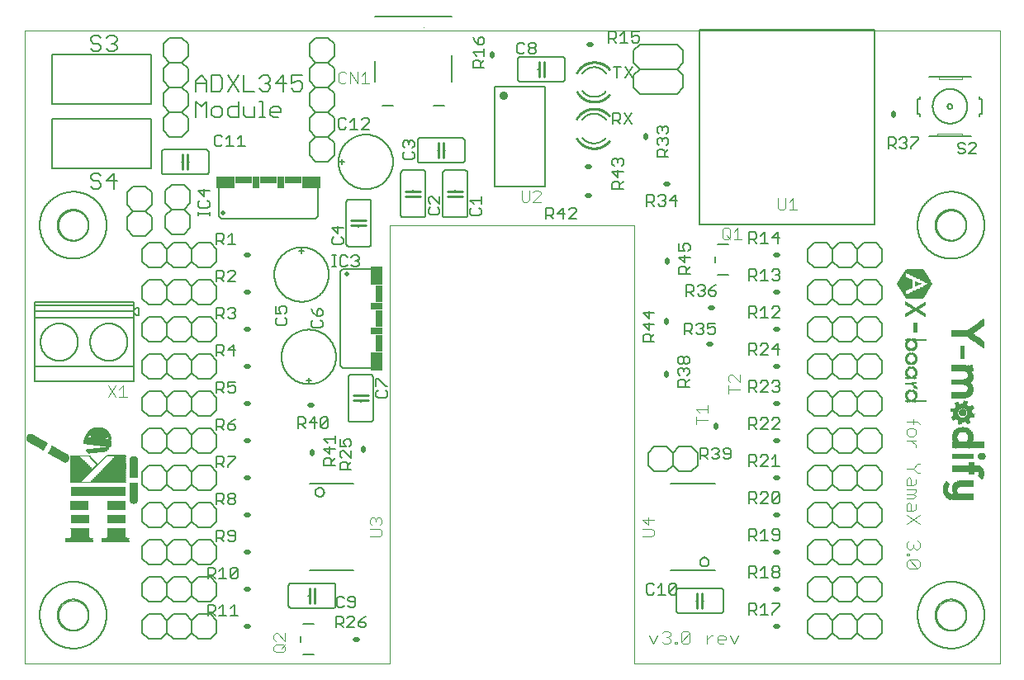
<source format=gto>
G75*
%MOIN*%
%OFA0B0*%
%FSLAX25Y25*%
%IPPOS*%
%LPD*%
%AMOC8*
5,1,8,0,0,1.08239X$1,22.5*
%
%ADD10C,0.00400*%
%ADD11C,0.00600*%
%ADD12C,0.00000*%
%ADD13C,0.01000*%
%ADD14C,0.00500*%
%ADD15C,0.00800*%
%ADD16C,0.03482*%
%ADD17C,0.02000*%
%ADD18R,0.05000X0.07500*%
%ADD19R,0.03000X0.07000*%
%ADD20R,0.05000X0.03000*%
%ADD21C,0.02000*%
%ADD22C,0.00200*%
%ADD23R,0.00100X0.00900*%
%ADD24R,0.00100X0.02200*%
%ADD25R,0.00100X0.02900*%
%ADD26R,0.00100X0.03400*%
%ADD27R,0.00100X0.03800*%
%ADD28R,0.00100X0.04200*%
%ADD29R,0.00100X0.04600*%
%ADD30R,0.00100X0.04900*%
%ADD31R,0.00100X0.05100*%
%ADD32R,0.00100X0.05500*%
%ADD33R,0.00100X0.05700*%
%ADD34R,0.00100X0.05900*%
%ADD35R,0.00100X0.06200*%
%ADD36R,0.00100X0.06400*%
%ADD37R,0.00100X0.06500*%
%ADD38R,0.00100X0.06600*%
%ADD39R,0.00100X0.02700*%
%ADD40R,0.00100X0.03600*%
%ADD41R,0.00100X0.02100*%
%ADD42R,0.00100X0.03000*%
%ADD43R,0.00100X0.01700*%
%ADD44R,0.00100X0.02800*%
%ADD45R,0.00100X0.01400*%
%ADD46R,0.00100X0.01200*%
%ADD47R,0.00100X0.02600*%
%ADD48R,0.00100X0.00600*%
%ADD49R,0.00100X0.02500*%
%ADD50R,0.00100X0.00400*%
%ADD51R,0.00100X0.02400*%
%ADD52R,0.00100X0.00100*%
%ADD53R,0.00100X0.02300*%
%ADD54R,0.00100X0.00500*%
%ADD55R,0.00100X0.00200*%
%ADD56R,0.00100X0.00800*%
%ADD57R,0.00100X0.01500*%
%ADD58R,0.00100X0.01000*%
%ADD59R,0.00100X0.01600*%
%ADD60R,0.00100X0.01300*%
%ADD61R,0.00100X0.01800*%
%ADD62R,0.00100X0.03200*%
%ADD63R,0.00100X0.01900*%
%ADD64R,0.00100X0.04700*%
%ADD65R,0.00100X0.03900*%
%ADD66R,0.00100X0.06700*%
%ADD67R,0.00100X0.06800*%
%ADD68R,0.00100X0.06900*%
%ADD69R,0.00100X0.07100*%
%ADD70R,0.00100X0.07000*%
%ADD71R,0.00100X0.07200*%
%ADD72R,0.00100X0.07300*%
%ADD73R,0.00100X0.07400*%
%ADD74R,0.00100X0.05000*%
%ADD75R,0.00100X0.07500*%
%ADD76R,0.00100X0.01100*%
%ADD77R,0.00100X0.05200*%
%ADD78R,0.00100X0.07600*%
%ADD79R,0.00100X0.05400*%
%ADD80R,0.00100X0.07700*%
%ADD81R,0.00100X0.07800*%
%ADD82R,0.00100X0.07900*%
%ADD83R,0.00100X0.03100*%
%ADD84R,0.00100X0.03500*%
%ADD85R,0.00100X0.03300*%
%ADD86R,0.00100X0.00700*%
%ADD87R,0.00100X0.03700*%
%ADD88R,0.00100X0.02000*%
%ADD89R,0.00100X0.05300*%
%ADD90R,0.00100X0.04400*%
%ADD91R,0.00100X0.13000*%
%ADD92R,0.00100X0.12900*%
%ADD93R,0.00100X0.12800*%
%ADD94R,0.00100X0.12700*%
%ADD95R,0.00100X0.12600*%
%ADD96R,0.00100X0.04800*%
%ADD97R,0.00100X0.12500*%
%ADD98R,0.00100X0.04100*%
%ADD99R,0.00100X0.12400*%
%ADD100R,0.00100X0.04500*%
%ADD101R,0.00100X0.04000*%
%ADD102R,0.00100X0.05800*%
%ADD103R,0.11025X0.00025*%
%ADD104R,0.11000X0.00025*%
%ADD105R,0.10975X0.00025*%
%ADD106R,0.01850X0.00025*%
%ADD107R,0.09025X0.00025*%
%ADD108R,0.01550X0.00025*%
%ADD109R,0.09000X0.00025*%
%ADD110R,0.01225X0.00025*%
%ADD111R,0.00825X0.00025*%
%ADD112R,0.00800X0.00025*%
%ADD113R,0.00475X0.00025*%
%ADD114R,0.00450X0.00025*%
%ADD115R,0.00175X0.00025*%
%ADD116R,0.00150X0.00025*%
%ADD117R,0.08825X0.00025*%
%ADD118R,0.08850X0.00025*%
%ADD119R,0.08500X0.00025*%
%ADD120R,0.08525X0.00025*%
%ADD121R,0.08250X0.00025*%
%ADD122R,0.08275X0.00025*%
%ADD123R,0.07975X0.00025*%
%ADD124R,0.08000X0.00025*%
%ADD125R,0.07650X0.00025*%
%ADD126R,0.07675X0.00025*%
%ADD127R,0.07400X0.00025*%
%ADD128R,0.07375X0.00025*%
%ADD129R,0.07350X0.00025*%
%ADD130R,0.07525X0.00025*%
%ADD131R,0.07500X0.00025*%
%ADD132R,0.00650X0.00025*%
%ADD133R,0.00925X0.00025*%
%ADD134R,0.01175X0.00025*%
%ADD135R,0.01375X0.00025*%
%ADD136R,0.01475X0.00025*%
%ADD137R,0.01625X0.00025*%
%ADD138R,0.01775X0.00025*%
%ADD139R,0.01875X0.00025*%
%ADD140R,0.01950X0.00025*%
%ADD141R,0.02050X0.00025*%
%ADD142R,0.02150X0.00025*%
%ADD143R,0.02200X0.00025*%
%ADD144R,0.02275X0.00025*%
%ADD145R,0.02350X0.00025*%
%ADD146R,0.02425X0.00025*%
%ADD147R,0.02475X0.00025*%
%ADD148R,0.02525X0.00025*%
%ADD149R,0.02575X0.00025*%
%ADD150R,0.02625X0.00025*%
%ADD151R,0.02650X0.00025*%
%ADD152R,0.02700X0.00025*%
%ADD153R,0.02750X0.00025*%
%ADD154R,0.02775X0.00025*%
%ADD155R,0.02800X0.00025*%
%ADD156R,0.02850X0.00025*%
%ADD157R,0.02875X0.00025*%
%ADD158R,0.02900X0.00025*%
%ADD159R,0.02925X0.00025*%
%ADD160R,0.02975X0.00025*%
%ADD161R,0.03000X0.00025*%
%ADD162R,0.03025X0.00025*%
%ADD163R,0.03050X0.00025*%
%ADD164R,0.03075X0.00025*%
%ADD165R,0.22275X0.00025*%
%ADD166R,0.22300X0.00025*%
%ADD167R,0.03100X0.00025*%
%ADD168R,0.00125X0.00025*%
%ADD169R,0.22375X0.00025*%
%ADD170R,0.22400X0.00025*%
%ADD171R,0.22325X0.00025*%
%ADD172R,0.04450X0.00025*%
%ADD173R,0.14250X0.00025*%
%ADD174R,0.04300X0.00025*%
%ADD175R,0.14200X0.00025*%
%ADD176R,0.04325X0.00025*%
%ADD177R,0.14175X0.00025*%
%ADD178R,0.04350X0.00025*%
%ADD179R,0.14150X0.00025*%
%ADD180R,0.04375X0.00025*%
%ADD181R,0.14125X0.00025*%
%ADD182R,0.04400X0.00025*%
%ADD183R,0.14100X0.00025*%
%ADD184R,0.04425X0.00025*%
%ADD185R,0.14075X0.00025*%
%ADD186R,0.14050X0.00025*%
%ADD187R,0.04475X0.00025*%
%ADD188R,0.14025X0.00025*%
%ADD189R,0.04500X0.00025*%
%ADD190R,0.14000X0.00025*%
%ADD191R,0.04525X0.00025*%
%ADD192R,0.13975X0.00025*%
%ADD193R,0.04550X0.00025*%
%ADD194R,0.13950X0.00025*%
%ADD195R,0.04575X0.00025*%
%ADD196R,0.13925X0.00025*%
%ADD197R,0.04600X0.00025*%
%ADD198R,0.13900X0.00025*%
%ADD199R,0.04625X0.00025*%
%ADD200R,0.13875X0.00025*%
%ADD201R,0.04650X0.00025*%
%ADD202R,0.13850X0.00025*%
%ADD203R,0.04675X0.00025*%
%ADD204R,0.13825X0.00025*%
%ADD205R,0.04700X0.00025*%
%ADD206R,0.13800X0.00025*%
%ADD207R,0.04725X0.00025*%
%ADD208R,0.13775X0.00025*%
%ADD209R,0.04750X0.00025*%
%ADD210R,0.13750X0.00025*%
%ADD211R,0.04775X0.00025*%
%ADD212R,0.13725X0.00025*%
%ADD213R,0.04800X0.00025*%
%ADD214R,0.13700X0.00025*%
%ADD215R,0.04825X0.00025*%
%ADD216R,0.13675X0.00025*%
%ADD217R,0.04850X0.00025*%
%ADD218R,0.04875X0.00025*%
%ADD219R,0.13650X0.00025*%
%ADD220R,0.04900X0.00025*%
%ADD221R,0.13625X0.00025*%
%ADD222R,0.04925X0.00025*%
%ADD223R,0.13600X0.00025*%
%ADD224R,0.04950X0.00025*%
%ADD225R,0.13575X0.00025*%
%ADD226R,0.04975X0.00025*%
%ADD227R,0.13550X0.00025*%
%ADD228R,0.05000X0.00025*%
%ADD229R,0.13525X0.00025*%
%ADD230R,0.05025X0.00025*%
%ADD231R,0.13500X0.00025*%
%ADD232R,0.05050X0.00025*%
%ADD233R,0.13475X0.00025*%
%ADD234R,0.05075X0.00025*%
%ADD235R,0.13450X0.00025*%
%ADD236R,0.05100X0.00025*%
%ADD237R,0.13425X0.00025*%
%ADD238R,0.05125X0.00025*%
%ADD239R,0.13400X0.00025*%
%ADD240R,0.05150X0.00025*%
%ADD241R,0.13375X0.00025*%
%ADD242R,0.05175X0.00025*%
%ADD243R,0.13350X0.00025*%
%ADD244R,0.05200X0.00025*%
%ADD245R,0.13325X0.00025*%
%ADD246R,0.05225X0.00025*%
%ADD247R,0.13300X0.00025*%
%ADD248R,0.05250X0.00025*%
%ADD249R,0.13275X0.00025*%
%ADD250R,0.05275X0.00025*%
%ADD251R,0.13250X0.00025*%
%ADD252R,0.05300X0.00025*%
%ADD253R,0.13225X0.00025*%
%ADD254R,0.05325X0.00025*%
%ADD255R,0.13200X0.00025*%
%ADD256R,0.05350X0.00025*%
%ADD257R,0.13175X0.00025*%
%ADD258R,0.05375X0.00025*%
%ADD259R,0.13150X0.00025*%
%ADD260R,0.05400X0.00025*%
%ADD261R,0.13125X0.00025*%
%ADD262R,0.05425X0.00025*%
%ADD263R,0.13100X0.00025*%
%ADD264R,0.05450X0.00025*%
%ADD265R,0.13075X0.00025*%
%ADD266R,0.05475X0.00025*%
%ADD267R,0.13050X0.00025*%
%ADD268R,0.05500X0.00025*%
%ADD269R,0.13025X0.00025*%
%ADD270R,0.05525X0.00025*%
%ADD271R,0.13000X0.00025*%
%ADD272R,0.05550X0.00025*%
%ADD273R,0.12975X0.00025*%
%ADD274R,0.05575X0.00025*%
%ADD275R,0.12950X0.00025*%
%ADD276R,0.05600X0.00025*%
%ADD277R,0.12925X0.00025*%
%ADD278R,0.05625X0.00025*%
%ADD279R,0.12900X0.00025*%
%ADD280R,0.05650X0.00025*%
%ADD281R,0.12875X0.00025*%
%ADD282R,0.05675X0.00025*%
%ADD283R,0.12850X0.00025*%
%ADD284R,0.05700X0.00025*%
%ADD285R,0.12825X0.00025*%
%ADD286R,0.05725X0.00025*%
%ADD287R,0.12800X0.00025*%
%ADD288R,0.05750X0.00025*%
%ADD289R,0.12775X0.00025*%
%ADD290R,0.05775X0.00025*%
%ADD291R,0.12750X0.00025*%
%ADD292R,0.05800X0.00025*%
%ADD293R,0.12725X0.00025*%
%ADD294R,0.05825X0.00025*%
%ADD295R,0.12700X0.00025*%
%ADD296R,0.05850X0.00025*%
%ADD297R,0.12675X0.00025*%
%ADD298R,0.05875X0.00025*%
%ADD299R,0.05900X0.00025*%
%ADD300R,0.12650X0.00025*%
%ADD301R,0.05925X0.00025*%
%ADD302R,0.12625X0.00025*%
%ADD303R,0.05950X0.00025*%
%ADD304R,0.12600X0.00025*%
%ADD305R,0.05975X0.00025*%
%ADD306R,0.12575X0.00025*%
%ADD307R,0.06000X0.00025*%
%ADD308R,0.12550X0.00025*%
%ADD309R,0.06025X0.00025*%
%ADD310R,0.12525X0.00025*%
%ADD311R,0.06050X0.00025*%
%ADD312R,0.12500X0.00025*%
%ADD313R,0.06075X0.00025*%
%ADD314R,0.12475X0.00025*%
%ADD315R,0.06100X0.00025*%
%ADD316R,0.12450X0.00025*%
%ADD317R,0.06125X0.00025*%
%ADD318R,0.12425X0.00025*%
%ADD319R,0.03175X0.00025*%
%ADD320R,0.06150X0.00025*%
%ADD321R,0.12400X0.00025*%
%ADD322R,0.03200X0.00025*%
%ADD323R,0.06175X0.00025*%
%ADD324R,0.12375X0.00025*%
%ADD325R,0.06200X0.00025*%
%ADD326R,0.12350X0.00025*%
%ADD327R,0.06225X0.00025*%
%ADD328R,0.12325X0.00025*%
%ADD329R,0.06250X0.00025*%
%ADD330R,0.12300X0.00025*%
%ADD331R,0.06275X0.00025*%
%ADD332R,0.12275X0.00025*%
%ADD333R,0.06300X0.00025*%
%ADD334R,0.12250X0.00025*%
%ADD335R,0.06325X0.00025*%
%ADD336R,0.12225X0.00025*%
%ADD337R,0.06350X0.00025*%
%ADD338R,0.12200X0.00025*%
%ADD339R,0.06375X0.00025*%
%ADD340R,0.12175X0.00025*%
%ADD341R,0.06400X0.00025*%
%ADD342R,0.12150X0.00025*%
%ADD343R,0.06425X0.00025*%
%ADD344R,0.12125X0.00025*%
%ADD345R,0.06450X0.00025*%
%ADD346R,0.12100X0.00025*%
%ADD347R,0.06475X0.00025*%
%ADD348R,0.12075X0.00025*%
%ADD349R,0.06500X0.00025*%
%ADD350R,0.12050X0.00025*%
%ADD351R,0.06525X0.00025*%
%ADD352R,0.12025X0.00025*%
%ADD353R,0.06550X0.00025*%
%ADD354R,0.12000X0.00025*%
%ADD355R,0.06575X0.00025*%
%ADD356R,0.11975X0.00025*%
%ADD357R,0.06600X0.00025*%
%ADD358R,0.11950X0.00025*%
%ADD359R,0.06625X0.00025*%
%ADD360R,0.11925X0.00025*%
%ADD361R,0.06650X0.00025*%
%ADD362R,0.11900X0.00025*%
%ADD363R,0.06675X0.00025*%
%ADD364R,0.11875X0.00025*%
%ADD365R,0.06700X0.00025*%
%ADD366R,0.11850X0.00025*%
%ADD367R,0.06725X0.00025*%
%ADD368R,0.11825X0.00025*%
%ADD369R,0.06750X0.00025*%
%ADD370R,0.11800X0.00025*%
%ADD371R,0.06775X0.00025*%
%ADD372R,0.11775X0.00025*%
%ADD373R,0.06800X0.00025*%
%ADD374R,0.11750X0.00025*%
%ADD375R,0.06825X0.00025*%
%ADD376R,0.11725X0.00025*%
%ADD377R,0.06850X0.00025*%
%ADD378R,0.11700X0.00025*%
%ADD379R,0.06875X0.00025*%
%ADD380R,0.11675X0.00025*%
%ADD381R,0.06900X0.00025*%
%ADD382R,0.11650X0.00025*%
%ADD383R,0.06925X0.00025*%
%ADD384R,0.06950X0.00025*%
%ADD385R,0.11625X0.00025*%
%ADD386R,0.06975X0.00025*%
%ADD387R,0.11600X0.00025*%
%ADD388R,0.07000X0.00025*%
%ADD389R,0.11575X0.00025*%
%ADD390R,0.07025X0.00025*%
%ADD391R,0.11550X0.00025*%
%ADD392R,0.07050X0.00025*%
%ADD393R,0.11525X0.00025*%
%ADD394R,0.07075X0.00025*%
%ADD395R,0.11500X0.00025*%
%ADD396R,0.07100X0.00025*%
%ADD397R,0.11475X0.00025*%
%ADD398R,0.07125X0.00025*%
%ADD399R,0.11450X0.00025*%
%ADD400R,0.07150X0.00025*%
%ADD401R,0.11425X0.00025*%
%ADD402R,0.07175X0.00025*%
%ADD403R,0.11400X0.00025*%
%ADD404R,0.07200X0.00025*%
%ADD405R,0.11375X0.00025*%
%ADD406R,0.07225X0.00025*%
%ADD407R,0.11350X0.00025*%
%ADD408R,0.07250X0.00025*%
%ADD409R,0.11325X0.00025*%
%ADD410R,0.07275X0.00025*%
%ADD411R,0.11300X0.00025*%
%ADD412R,0.07300X0.00025*%
%ADD413R,0.11275X0.00025*%
%ADD414R,0.07325X0.00025*%
%ADD415R,0.11250X0.00025*%
%ADD416R,0.11225X0.00025*%
%ADD417R,0.11200X0.00025*%
%ADD418R,0.11175X0.00025*%
%ADD419R,0.07425X0.00025*%
%ADD420R,0.11150X0.00025*%
%ADD421R,0.07450X0.00025*%
%ADD422R,0.11125X0.00025*%
%ADD423R,0.07475X0.00025*%
%ADD424R,0.11100X0.00025*%
%ADD425R,0.11075X0.00025*%
%ADD426R,0.11050X0.00025*%
%ADD427R,0.07550X0.00025*%
%ADD428R,0.07575X0.00025*%
%ADD429R,0.07600X0.00025*%
%ADD430R,0.07625X0.00025*%
%ADD431R,0.10950X0.00025*%
%ADD432R,0.10925X0.00025*%
%ADD433R,0.10900X0.00025*%
%ADD434R,0.07700X0.00025*%
%ADD435R,0.10875X0.00025*%
%ADD436R,0.07725X0.00025*%
%ADD437R,0.10850X0.00025*%
%ADD438R,0.07750X0.00025*%
%ADD439R,0.10825X0.00025*%
%ADD440R,0.07775X0.00025*%
%ADD441R,0.10800X0.00025*%
%ADD442R,0.07800X0.00025*%
%ADD443R,0.10775X0.00025*%
%ADD444R,0.07825X0.00025*%
%ADD445R,0.10750X0.00025*%
%ADD446R,0.07850X0.00025*%
%ADD447R,0.10725X0.00025*%
%ADD448R,0.07875X0.00025*%
%ADD449R,0.10700X0.00025*%
%ADD450R,0.07900X0.00025*%
%ADD451R,0.10675X0.00025*%
%ADD452R,0.07925X0.00025*%
%ADD453R,0.10650X0.00025*%
%ADD454R,0.07950X0.00025*%
%ADD455R,0.10625X0.00025*%
%ADD456R,0.10600X0.00025*%
%ADD457R,0.08025X0.00025*%
%ADD458R,0.10575X0.00025*%
%ADD459R,0.08050X0.00025*%
%ADD460R,0.10550X0.00025*%
%ADD461R,0.08075X0.00025*%
%ADD462R,0.10525X0.00025*%
%ADD463R,0.08100X0.00025*%
%ADD464R,0.10500X0.00025*%
%ADD465R,0.08125X0.00025*%
%ADD466R,0.10475X0.00025*%
%ADD467R,0.08150X0.00025*%
%ADD468R,0.10450X0.00025*%
%ADD469R,0.08175X0.00025*%
%ADD470R,0.10425X0.00025*%
%ADD471R,0.08200X0.00025*%
%ADD472R,0.10400X0.00025*%
%ADD473R,0.08225X0.00025*%
%ADD474R,0.10375X0.00025*%
%ADD475R,0.10350X0.00025*%
%ADD476R,0.10325X0.00025*%
%ADD477R,0.08300X0.00025*%
%ADD478R,0.10300X0.00025*%
%ADD479R,0.08325X0.00025*%
%ADD480R,0.10275X0.00025*%
%ADD481R,0.08350X0.00025*%
%ADD482R,0.10250X0.00025*%
%ADD483R,0.08375X0.00025*%
%ADD484R,0.10225X0.00025*%
%ADD485R,0.08400X0.00025*%
%ADD486R,0.10200X0.00025*%
%ADD487R,0.08425X0.00025*%
%ADD488R,0.10175X0.00025*%
%ADD489R,0.08450X0.00025*%
%ADD490R,0.10150X0.00025*%
%ADD491R,0.08475X0.00025*%
%ADD492R,0.10125X0.00025*%
%ADD493R,0.10100X0.00025*%
%ADD494R,0.10075X0.00025*%
%ADD495R,0.08550X0.00025*%
%ADD496R,0.10050X0.00025*%
%ADD497R,0.08575X0.00025*%
%ADD498R,0.10025X0.00025*%
%ADD499R,0.08600X0.00025*%
%ADD500R,0.10000X0.00025*%
%ADD501R,0.08625X0.00025*%
%ADD502R,0.09975X0.00025*%
%ADD503R,0.08650X0.00025*%
%ADD504R,0.09950X0.00025*%
%ADD505R,0.08675X0.00025*%
%ADD506R,0.09925X0.00025*%
%ADD507R,0.08700X0.00025*%
%ADD508R,0.09900X0.00025*%
%ADD509R,0.08725X0.00025*%
%ADD510R,0.09875X0.00025*%
%ADD511R,0.08750X0.00025*%
%ADD512R,0.09850X0.00025*%
%ADD513R,0.08775X0.00025*%
%ADD514R,0.09825X0.00025*%
%ADD515R,0.08800X0.00025*%
%ADD516R,0.09800X0.00025*%
%ADD517R,0.09775X0.00025*%
%ADD518R,0.09750X0.00025*%
%ADD519R,0.08875X0.00025*%
%ADD520R,0.09725X0.00025*%
%ADD521R,0.08900X0.00025*%
%ADD522R,0.09700X0.00025*%
%ADD523R,0.08925X0.00025*%
%ADD524R,0.09675X0.00025*%
%ADD525R,0.08950X0.00025*%
%ADD526R,0.09650X0.00025*%
%ADD527R,0.08975X0.00025*%
%ADD528R,0.09625X0.00025*%
%ADD529R,0.09600X0.00025*%
%ADD530R,0.09575X0.00025*%
%ADD531R,0.09050X0.00025*%
%ADD532R,0.09550X0.00025*%
%ADD533R,0.09075X0.00025*%
%ADD534R,0.09525X0.00025*%
%ADD535R,0.09100X0.00025*%
%ADD536R,0.09500X0.00025*%
%ADD537R,0.09125X0.00025*%
%ADD538R,0.09475X0.00025*%
%ADD539R,0.09150X0.00025*%
%ADD540R,0.09450X0.00025*%
%ADD541R,0.09175X0.00025*%
%ADD542R,0.09425X0.00025*%
%ADD543R,0.09200X0.00025*%
%ADD544R,0.09225X0.00025*%
%ADD545R,0.09400X0.00025*%
%ADD546R,0.09250X0.00025*%
%ADD547R,0.09375X0.00025*%
%ADD548R,0.09275X0.00025*%
%ADD549R,0.09350X0.00025*%
%ADD550R,0.09300X0.00025*%
%ADD551R,0.09325X0.00025*%
%ADD552R,0.00500X0.00025*%
%ADD553R,0.00425X0.00025*%
%ADD554R,0.00400X0.00025*%
%ADD555R,0.00525X0.00025*%
%ADD556R,0.00575X0.00025*%
%ADD557R,0.00625X0.00025*%
%ADD558R,0.00375X0.00025*%
%ADD559R,0.00275X0.00025*%
%ADD560R,0.00750X0.00025*%
%ADD561R,0.01025X0.00025*%
%ADD562R,0.01125X0.00025*%
%ADD563R,0.01300X0.00025*%
%ADD564R,0.01450X0.00025*%
%ADD565R,0.01525X0.00025*%
%ADD566R,0.01675X0.00025*%
%ADD567R,0.01750X0.00025*%
%ADD568R,0.01825X0.00025*%
%ADD569R,0.01900X0.00025*%
%ADD570R,0.02025X0.00025*%
%ADD571R,0.02125X0.00025*%
%ADD572R,0.02175X0.00025*%
%ADD573R,0.02225X0.00025*%
%ADD574R,0.02300X0.00025*%
%ADD575R,0.02375X0.00025*%
%ADD576R,0.02500X0.00025*%
%ADD577R,0.02675X0.00025*%
%ADD578R,0.03125X0.00025*%
%ADD579R,0.03150X0.00025*%
%ADD580R,0.03225X0.00025*%
%ADD581R,0.03275X0.00025*%
%ADD582R,0.03325X0.00025*%
%ADD583R,0.03375X0.00025*%
%ADD584R,0.03450X0.00025*%
%ADD585R,0.03500X0.00025*%
%ADD586R,0.03550X0.00025*%
%ADD587R,0.03600X0.00025*%
%ADD588R,0.03675X0.00025*%
%ADD589R,0.03725X0.00025*%
%ADD590R,0.03750X0.00025*%
%ADD591R,0.03825X0.00025*%
%ADD592R,0.03875X0.00025*%
%ADD593R,0.03950X0.00025*%
%ADD594R,0.03975X0.00025*%
%ADD595R,0.04025X0.00025*%
%ADD596R,0.04075X0.00025*%
%ADD597R,0.04150X0.00025*%
%ADD598R,0.04175X0.00025*%
%ADD599R,0.04225X0.00025*%
%ADD600R,0.00350X0.00025*%
%ADD601R,0.02950X0.00025*%
%ADD602R,0.02825X0.00025*%
%ADD603R,0.04275X0.00025*%
%ADD604R,0.04250X0.00025*%
%ADD605R,0.04200X0.00025*%
%ADD606R,0.02600X0.00025*%
%ADD607R,0.04125X0.00025*%
%ADD608R,0.02450X0.00025*%
%ADD609R,0.04100X0.00025*%
%ADD610R,0.02400X0.00025*%
%ADD611R,0.04050X0.00025*%
%ADD612R,0.04000X0.00025*%
%ADD613R,0.01975X0.00025*%
%ADD614R,0.03925X0.00025*%
%ADD615R,0.03900X0.00025*%
%ADD616R,0.03850X0.00025*%
%ADD617R,0.03800X0.00025*%
%ADD618R,0.03775X0.00025*%
%ADD619R,0.01050X0.00025*%
%ADD620R,0.00775X0.00025*%
%ADD621R,0.03700X0.00025*%
%ADD622R,0.03650X0.00025*%
%ADD623R,0.03625X0.00025*%
%ADD624R,0.00325X0.00025*%
%ADD625R,0.00075X0.00025*%
%ADD626R,0.00900X0.00025*%
%ADD627R,0.01700X0.00025*%
%ADD628R,0.02000X0.00025*%
%ADD629R,0.03300X0.00025*%
%ADD630R,0.00025X0.00025*%
%ADD631R,0.00100X0.00025*%
%ADD632R,0.00200X0.00025*%
%ADD633R,0.00250X0.00025*%
%ADD634R,0.03475X0.00025*%
%ADD635R,0.03425X0.00025*%
%ADD636R,0.00550X0.00025*%
%ADD637R,0.03250X0.00025*%
%ADD638R,0.00600X0.00025*%
%ADD639R,0.00725X0.00025*%
%ADD640R,0.00950X0.00025*%
%ADD641R,0.01000X0.00025*%
%ADD642R,0.01350X0.00025*%
%ADD643R,0.01400X0.00025*%
%ADD644R,0.02325X0.00025*%
%ADD645R,0.01600X0.00025*%
%ADD646R,0.02100X0.00025*%
%ADD647R,0.02075X0.00025*%
%ADD648R,0.01925X0.00025*%
%ADD649R,0.02550X0.00025*%
%ADD650R,0.01250X0.00025*%
%ADD651R,0.01200X0.00025*%
%ADD652R,0.01150X0.00025*%
%ADD653R,0.02725X0.00025*%
%ADD654R,0.01075X0.00025*%
%ADD655R,0.00975X0.00025*%
%ADD656R,0.00850X0.00025*%
%ADD657R,0.00675X0.00025*%
%ADD658R,0.00050X0.00025*%
%ADD659R,0.03350X0.00025*%
%ADD660R,0.03400X0.00025*%
%ADD661R,0.03525X0.00025*%
%ADD662R,0.00300X0.00025*%
%ADD663R,0.01575X0.00025*%
%ADD664R,0.00225X0.00025*%
%ADD665R,0.01325X0.00025*%
%ADD666R,0.01275X0.00025*%
%ADD667R,0.01100X0.00025*%
%ADD668R,0.01725X0.00025*%
%ADD669R,0.01425X0.00025*%
%ADD670R,0.01500X0.00025*%
%ADD671R,0.07500X0.05000*%
%ADD672R,0.07000X0.03000*%
%ADD673R,0.03000X0.05000*%
%ADD674R,0.00100X0.06000*%
%ADD675R,0.00100X0.08200*%
%ADD676R,0.00100X0.08600*%
%ADD677R,0.00100X0.08900*%
%ADD678R,0.00100X0.09200*%
%ADD679R,0.00100X0.09500*%
%ADD680R,0.00100X0.09800*%
%ADD681R,0.00100X0.10200*%
%ADD682R,0.00100X0.10500*%
%ADD683R,0.00100X0.10800*%
%ADD684R,0.00100X0.11100*%
%ADD685R,0.00100X0.11500*%
%ADD686R,0.00100X0.04300*%
%ADD687R,0.00100X0.00300*%
D10*
X0104606Y0007670D02*
X0104606Y0009205D01*
X0105373Y0009972D01*
X0108442Y0009972D01*
X0109209Y0009205D01*
X0109209Y0007670D01*
X0108442Y0006903D01*
X0105373Y0006903D01*
X0104606Y0007670D01*
X0107675Y0008438D02*
X0109209Y0009972D01*
X0109209Y0011507D02*
X0106140Y0014576D01*
X0105373Y0014576D01*
X0104606Y0013809D01*
X0104606Y0012274D01*
X0105373Y0011507D01*
X0109209Y0011507D02*
X0109209Y0014576D01*
X0143486Y0053631D02*
X0147322Y0053631D01*
X0148090Y0054398D01*
X0148090Y0055933D01*
X0147322Y0056700D01*
X0143486Y0056700D01*
X0144253Y0058235D02*
X0143486Y0059002D01*
X0143486Y0060537D01*
X0144253Y0061304D01*
X0145020Y0061304D01*
X0145788Y0060537D01*
X0146555Y0061304D01*
X0147322Y0061304D01*
X0148090Y0060537D01*
X0148090Y0059002D01*
X0147322Y0058235D01*
X0145788Y0059769D02*
X0145788Y0060537D01*
X0045339Y0110020D02*
X0042270Y0110020D01*
X0043804Y0110020D02*
X0043804Y0114624D01*
X0042270Y0113090D01*
X0040735Y0114624D02*
X0037666Y0110020D01*
X0040735Y0110020D02*
X0037666Y0114624D01*
X0204673Y0189587D02*
X0205440Y0188820D01*
X0206975Y0188820D01*
X0207742Y0189587D01*
X0207742Y0193424D01*
X0209277Y0192656D02*
X0210044Y0193424D01*
X0211579Y0193424D01*
X0212346Y0192656D01*
X0212346Y0191889D01*
X0209277Y0188820D01*
X0212346Y0188820D01*
X0204673Y0189587D02*
X0204673Y0193424D01*
X0143169Y0236725D02*
X0140100Y0236725D01*
X0141635Y0236725D02*
X0141635Y0241329D01*
X0140100Y0239794D01*
X0138565Y0241329D02*
X0138565Y0236725D01*
X0135496Y0241329D01*
X0135496Y0236725D01*
X0133961Y0237493D02*
X0133194Y0236725D01*
X0131659Y0236725D01*
X0130892Y0237493D01*
X0130892Y0240562D01*
X0131659Y0241329D01*
X0133194Y0241329D01*
X0133961Y0240562D01*
X0165087Y0259463D02*
X0165088Y0259463D01*
X0285822Y0177570D02*
X0286589Y0178337D01*
X0288124Y0178337D01*
X0288891Y0177570D01*
X0288891Y0174500D01*
X0288124Y0173733D01*
X0286589Y0173733D01*
X0285822Y0174500D01*
X0285822Y0177570D01*
X0287357Y0175268D02*
X0288891Y0173733D01*
X0290426Y0173733D02*
X0293495Y0173733D01*
X0291961Y0173733D02*
X0291961Y0178337D01*
X0290426Y0176802D01*
X0308117Y0186414D02*
X0308117Y0190250D01*
X0311187Y0190250D02*
X0311187Y0186414D01*
X0310419Y0185646D01*
X0308885Y0185646D01*
X0308117Y0186414D01*
X0312721Y0185646D02*
X0315791Y0185646D01*
X0314256Y0185646D02*
X0314256Y0190250D01*
X0312721Y0188716D01*
X0292796Y0119171D02*
X0292796Y0116102D01*
X0289727Y0119171D01*
X0288959Y0119171D01*
X0288192Y0118404D01*
X0288192Y0116869D01*
X0288959Y0116102D01*
X0288192Y0114567D02*
X0288192Y0111498D01*
X0288192Y0113032D02*
X0292796Y0113032D01*
X0279717Y0106691D02*
X0279717Y0103621D01*
X0279717Y0105156D02*
X0275113Y0105156D01*
X0276648Y0103621D01*
X0275113Y0102087D02*
X0275113Y0099017D01*
X0275113Y0100552D02*
X0279717Y0100552D01*
X0258058Y0060537D02*
X0253454Y0060537D01*
X0255756Y0058235D01*
X0255756Y0061304D01*
X0257291Y0056700D02*
X0253454Y0056700D01*
X0257291Y0056700D02*
X0258058Y0055933D01*
X0258058Y0054398D01*
X0257291Y0053631D01*
X0253454Y0053631D01*
X0262192Y0015536D02*
X0263927Y0015536D01*
X0264795Y0014669D01*
X0264795Y0013801D01*
X0263927Y0012934D01*
X0264795Y0012066D01*
X0264795Y0011199D01*
X0263927Y0010331D01*
X0262192Y0010331D01*
X0261325Y0011199D01*
X0263060Y0012934D02*
X0263927Y0012934D01*
X0266481Y0011199D02*
X0267349Y0011199D01*
X0267349Y0010331D01*
X0266481Y0010331D01*
X0266481Y0011199D01*
X0269059Y0011199D02*
X0269927Y0010331D01*
X0271662Y0010331D01*
X0272529Y0011199D01*
X0272529Y0014669D01*
X0269059Y0011199D01*
X0269059Y0014669D01*
X0269927Y0015536D01*
X0271662Y0015536D01*
X0272529Y0014669D01*
X0279372Y0013801D02*
X0279372Y0010331D01*
X0279372Y0012066D02*
X0281107Y0013801D01*
X0281975Y0013801D01*
X0283669Y0012934D02*
X0284537Y0013801D01*
X0286272Y0013801D01*
X0287139Y0012934D01*
X0287139Y0012066D01*
X0283669Y0012066D01*
X0283669Y0011199D02*
X0283669Y0012934D01*
X0283669Y0011199D02*
X0284537Y0010331D01*
X0286272Y0010331D01*
X0290560Y0010331D02*
X0292295Y0013801D01*
X0288826Y0013801D02*
X0290560Y0010331D01*
X0262192Y0015536D02*
X0261325Y0014669D01*
X0259638Y0013801D02*
X0257903Y0010331D01*
X0256169Y0013801D01*
X0360231Y0041617D02*
X0360231Y0043352D01*
X0361099Y0044219D01*
X0364569Y0040749D01*
X0361099Y0040749D01*
X0360231Y0041617D01*
X0361099Y0044219D02*
X0364569Y0044219D01*
X0365436Y0043352D01*
X0365436Y0041617D01*
X0364569Y0040749D01*
X0361099Y0045930D02*
X0360231Y0045930D01*
X0360231Y0046797D01*
X0361099Y0046797D01*
X0361099Y0045930D01*
X0361099Y0048484D02*
X0360231Y0049351D01*
X0360231Y0051086D01*
X0361099Y0051954D01*
X0362834Y0050219D02*
X0362834Y0049351D01*
X0361966Y0048484D01*
X0361099Y0048484D01*
X0362834Y0049351D02*
X0363701Y0048484D01*
X0364569Y0048484D01*
X0365436Y0049351D01*
X0365436Y0051086D01*
X0364569Y0051954D01*
X0365436Y0058797D02*
X0360231Y0062266D01*
X0360231Y0063953D02*
X0360231Y0066555D01*
X0361099Y0067423D01*
X0361966Y0066555D01*
X0361966Y0063953D01*
X0362834Y0063953D02*
X0360231Y0063953D01*
X0362834Y0063953D02*
X0363701Y0064821D01*
X0363701Y0066555D01*
X0362834Y0069110D02*
X0360231Y0069110D01*
X0360231Y0070844D02*
X0362834Y0070844D01*
X0363701Y0069977D01*
X0362834Y0069110D01*
X0362834Y0070844D02*
X0363701Y0071712D01*
X0363701Y0072579D01*
X0360231Y0072579D01*
X0360231Y0074266D02*
X0360231Y0076868D01*
X0361099Y0077736D01*
X0361966Y0076868D01*
X0361966Y0074266D01*
X0362834Y0074266D02*
X0360231Y0074266D01*
X0362834Y0074266D02*
X0363701Y0075133D01*
X0363701Y0076868D01*
X0364569Y0079422D02*
X0365436Y0079422D01*
X0364569Y0079422D02*
X0362834Y0081157D01*
X0360231Y0081157D01*
X0362834Y0081157D02*
X0364569Y0082892D01*
X0365436Y0082892D01*
X0363701Y0089743D02*
X0363701Y0090611D01*
X0361966Y0092345D01*
X0360231Y0092345D02*
X0363701Y0092345D01*
X0362834Y0094032D02*
X0363701Y0094900D01*
X0363701Y0096634D01*
X0362834Y0097502D01*
X0361099Y0097502D01*
X0360231Y0096634D01*
X0360231Y0094900D01*
X0361099Y0094032D01*
X0362834Y0094032D01*
X0362834Y0099205D02*
X0362834Y0100939D01*
X0364569Y0100072D02*
X0360231Y0100072D01*
X0364569Y0100072D02*
X0365436Y0099205D01*
X0365436Y0062266D02*
X0360231Y0058797D01*
D11*
X0350201Y0059757D02*
X0350201Y0064757D01*
X0347701Y0067257D01*
X0342701Y0067257D01*
X0340201Y0064757D01*
X0337701Y0067257D01*
X0332701Y0067257D01*
X0330201Y0064757D01*
X0327701Y0067257D01*
X0322701Y0067257D01*
X0320201Y0064757D01*
X0320201Y0059757D01*
X0322701Y0057257D01*
X0327701Y0057257D01*
X0330201Y0059757D01*
X0330201Y0064757D01*
X0330201Y0059757D02*
X0332701Y0057257D01*
X0337701Y0057257D01*
X0340201Y0059757D01*
X0340201Y0064757D01*
X0340201Y0059757D02*
X0342701Y0057257D01*
X0347701Y0057257D01*
X0350201Y0059757D01*
X0347701Y0052257D02*
X0342701Y0052257D01*
X0340201Y0049757D01*
X0337701Y0052257D01*
X0332701Y0052257D01*
X0330201Y0049757D01*
X0327701Y0052257D01*
X0322701Y0052257D01*
X0320201Y0049757D01*
X0320201Y0044757D01*
X0322701Y0042257D01*
X0327701Y0042257D01*
X0330201Y0044757D01*
X0330201Y0049757D01*
X0330201Y0044757D02*
X0332701Y0042257D01*
X0337701Y0042257D01*
X0340201Y0044757D01*
X0340201Y0049757D01*
X0340201Y0044757D02*
X0342701Y0042257D01*
X0347701Y0042257D01*
X0350201Y0044757D01*
X0350201Y0049757D01*
X0347701Y0052257D01*
X0347701Y0037257D02*
X0342701Y0037257D01*
X0340201Y0034757D01*
X0337701Y0037257D01*
X0332701Y0037257D01*
X0330201Y0034757D01*
X0327701Y0037257D01*
X0322701Y0037257D01*
X0320201Y0034757D01*
X0320201Y0029757D01*
X0322701Y0027257D01*
X0327701Y0027257D01*
X0330201Y0029757D01*
X0330201Y0034757D01*
X0330201Y0029757D02*
X0332701Y0027257D01*
X0337701Y0027257D01*
X0340201Y0029757D01*
X0340201Y0034757D01*
X0340201Y0029757D02*
X0342701Y0027257D01*
X0347701Y0027257D01*
X0350201Y0029757D01*
X0350201Y0034757D01*
X0347701Y0037257D01*
X0347701Y0022257D02*
X0342701Y0022257D01*
X0340201Y0019757D01*
X0337701Y0022257D01*
X0332701Y0022257D01*
X0330201Y0019757D01*
X0327701Y0022257D01*
X0322701Y0022257D01*
X0320201Y0019757D01*
X0320201Y0014757D01*
X0322701Y0012257D01*
X0327701Y0012257D01*
X0330201Y0014757D01*
X0330201Y0019757D01*
X0330201Y0014757D02*
X0332701Y0012257D01*
X0337701Y0012257D01*
X0340201Y0014757D01*
X0340201Y0019757D01*
X0340201Y0014757D02*
X0342701Y0012257D01*
X0347701Y0012257D01*
X0350201Y0014757D01*
X0350201Y0019757D01*
X0347701Y0022257D01*
X0364516Y0021943D02*
X0364520Y0022274D01*
X0364532Y0022605D01*
X0364553Y0022936D01*
X0364581Y0023266D01*
X0364618Y0023596D01*
X0364662Y0023924D01*
X0364715Y0024251D01*
X0364775Y0024577D01*
X0364844Y0024901D01*
X0364921Y0025223D01*
X0365005Y0025544D01*
X0365097Y0025862D01*
X0365197Y0026178D01*
X0365305Y0026491D01*
X0365421Y0026802D01*
X0365544Y0027109D01*
X0365674Y0027414D01*
X0365812Y0027715D01*
X0365957Y0028013D01*
X0366110Y0028307D01*
X0366270Y0028597D01*
X0366437Y0028883D01*
X0366610Y0029165D01*
X0366791Y0029443D01*
X0366979Y0029716D01*
X0367173Y0029985D01*
X0367373Y0030249D01*
X0367580Y0030507D01*
X0367794Y0030761D01*
X0368013Y0031009D01*
X0368239Y0031252D01*
X0368470Y0031489D01*
X0368707Y0031720D01*
X0368950Y0031946D01*
X0369198Y0032165D01*
X0369452Y0032379D01*
X0369710Y0032586D01*
X0369974Y0032786D01*
X0370243Y0032980D01*
X0370516Y0033168D01*
X0370794Y0033349D01*
X0371076Y0033522D01*
X0371362Y0033689D01*
X0371652Y0033849D01*
X0371946Y0034002D01*
X0372244Y0034147D01*
X0372545Y0034285D01*
X0372850Y0034415D01*
X0373157Y0034538D01*
X0373468Y0034654D01*
X0373781Y0034762D01*
X0374097Y0034862D01*
X0374415Y0034954D01*
X0374736Y0035038D01*
X0375058Y0035115D01*
X0375382Y0035184D01*
X0375708Y0035244D01*
X0376035Y0035297D01*
X0376363Y0035341D01*
X0376693Y0035378D01*
X0377023Y0035406D01*
X0377354Y0035427D01*
X0377685Y0035439D01*
X0378016Y0035443D01*
X0378347Y0035439D01*
X0378678Y0035427D01*
X0379009Y0035406D01*
X0379339Y0035378D01*
X0379669Y0035341D01*
X0379997Y0035297D01*
X0380324Y0035244D01*
X0380650Y0035184D01*
X0380974Y0035115D01*
X0381296Y0035038D01*
X0381617Y0034954D01*
X0381935Y0034862D01*
X0382251Y0034762D01*
X0382564Y0034654D01*
X0382875Y0034538D01*
X0383182Y0034415D01*
X0383487Y0034285D01*
X0383788Y0034147D01*
X0384086Y0034002D01*
X0384380Y0033849D01*
X0384670Y0033689D01*
X0384956Y0033522D01*
X0385238Y0033349D01*
X0385516Y0033168D01*
X0385789Y0032980D01*
X0386058Y0032786D01*
X0386322Y0032586D01*
X0386580Y0032379D01*
X0386834Y0032165D01*
X0387082Y0031946D01*
X0387325Y0031720D01*
X0387562Y0031489D01*
X0387793Y0031252D01*
X0388019Y0031009D01*
X0388238Y0030761D01*
X0388452Y0030507D01*
X0388659Y0030249D01*
X0388859Y0029985D01*
X0389053Y0029716D01*
X0389241Y0029443D01*
X0389422Y0029165D01*
X0389595Y0028883D01*
X0389762Y0028597D01*
X0389922Y0028307D01*
X0390075Y0028013D01*
X0390220Y0027715D01*
X0390358Y0027414D01*
X0390488Y0027109D01*
X0390611Y0026802D01*
X0390727Y0026491D01*
X0390835Y0026178D01*
X0390935Y0025862D01*
X0391027Y0025544D01*
X0391111Y0025223D01*
X0391188Y0024901D01*
X0391257Y0024577D01*
X0391317Y0024251D01*
X0391370Y0023924D01*
X0391414Y0023596D01*
X0391451Y0023266D01*
X0391479Y0022936D01*
X0391500Y0022605D01*
X0391512Y0022274D01*
X0391516Y0021943D01*
X0391512Y0021612D01*
X0391500Y0021281D01*
X0391479Y0020950D01*
X0391451Y0020620D01*
X0391414Y0020290D01*
X0391370Y0019962D01*
X0391317Y0019635D01*
X0391257Y0019309D01*
X0391188Y0018985D01*
X0391111Y0018663D01*
X0391027Y0018342D01*
X0390935Y0018024D01*
X0390835Y0017708D01*
X0390727Y0017395D01*
X0390611Y0017084D01*
X0390488Y0016777D01*
X0390358Y0016472D01*
X0390220Y0016171D01*
X0390075Y0015873D01*
X0389922Y0015579D01*
X0389762Y0015289D01*
X0389595Y0015003D01*
X0389422Y0014721D01*
X0389241Y0014443D01*
X0389053Y0014170D01*
X0388859Y0013901D01*
X0388659Y0013637D01*
X0388452Y0013379D01*
X0388238Y0013125D01*
X0388019Y0012877D01*
X0387793Y0012634D01*
X0387562Y0012397D01*
X0387325Y0012166D01*
X0387082Y0011940D01*
X0386834Y0011721D01*
X0386580Y0011507D01*
X0386322Y0011300D01*
X0386058Y0011100D01*
X0385789Y0010906D01*
X0385516Y0010718D01*
X0385238Y0010537D01*
X0384956Y0010364D01*
X0384670Y0010197D01*
X0384380Y0010037D01*
X0384086Y0009884D01*
X0383788Y0009739D01*
X0383487Y0009601D01*
X0383182Y0009471D01*
X0382875Y0009348D01*
X0382564Y0009232D01*
X0382251Y0009124D01*
X0381935Y0009024D01*
X0381617Y0008932D01*
X0381296Y0008848D01*
X0380974Y0008771D01*
X0380650Y0008702D01*
X0380324Y0008642D01*
X0379997Y0008589D01*
X0379669Y0008545D01*
X0379339Y0008508D01*
X0379009Y0008480D01*
X0378678Y0008459D01*
X0378347Y0008447D01*
X0378016Y0008443D01*
X0377685Y0008447D01*
X0377354Y0008459D01*
X0377023Y0008480D01*
X0376693Y0008508D01*
X0376363Y0008545D01*
X0376035Y0008589D01*
X0375708Y0008642D01*
X0375382Y0008702D01*
X0375058Y0008771D01*
X0374736Y0008848D01*
X0374415Y0008932D01*
X0374097Y0009024D01*
X0373781Y0009124D01*
X0373468Y0009232D01*
X0373157Y0009348D01*
X0372850Y0009471D01*
X0372545Y0009601D01*
X0372244Y0009739D01*
X0371946Y0009884D01*
X0371652Y0010037D01*
X0371362Y0010197D01*
X0371076Y0010364D01*
X0370794Y0010537D01*
X0370516Y0010718D01*
X0370243Y0010906D01*
X0369974Y0011100D01*
X0369710Y0011300D01*
X0369452Y0011507D01*
X0369198Y0011721D01*
X0368950Y0011940D01*
X0368707Y0012166D01*
X0368470Y0012397D01*
X0368239Y0012634D01*
X0368013Y0012877D01*
X0367794Y0013125D01*
X0367580Y0013379D01*
X0367373Y0013637D01*
X0367173Y0013901D01*
X0366979Y0014170D01*
X0366791Y0014443D01*
X0366610Y0014721D01*
X0366437Y0015003D01*
X0366270Y0015289D01*
X0366110Y0015579D01*
X0365957Y0015873D01*
X0365812Y0016171D01*
X0365674Y0016472D01*
X0365544Y0016777D01*
X0365421Y0017084D01*
X0365305Y0017395D01*
X0365197Y0017708D01*
X0365097Y0018024D01*
X0365005Y0018342D01*
X0364921Y0018663D01*
X0364844Y0018985D01*
X0364775Y0019309D01*
X0364715Y0019635D01*
X0364662Y0019962D01*
X0364618Y0020290D01*
X0364581Y0020620D01*
X0364553Y0020950D01*
X0364532Y0021281D01*
X0364520Y0021612D01*
X0364516Y0021943D01*
X0347701Y0072257D02*
X0342701Y0072257D01*
X0340201Y0074757D01*
X0337701Y0072257D01*
X0332701Y0072257D01*
X0330201Y0074757D01*
X0327701Y0072257D01*
X0322701Y0072257D01*
X0320201Y0074757D01*
X0320201Y0079757D01*
X0322701Y0082257D01*
X0327701Y0082257D01*
X0330201Y0079757D01*
X0332701Y0082257D01*
X0337701Y0082257D01*
X0340201Y0079757D01*
X0342701Y0082257D01*
X0347701Y0082257D01*
X0350201Y0079757D01*
X0350201Y0074757D01*
X0347701Y0072257D01*
X0340201Y0074757D02*
X0340201Y0079757D01*
X0342701Y0087257D02*
X0340201Y0089757D01*
X0337701Y0087257D01*
X0332701Y0087257D01*
X0330201Y0089757D01*
X0327701Y0087257D01*
X0322701Y0087257D01*
X0320201Y0089757D01*
X0320201Y0094757D01*
X0322701Y0097257D01*
X0327701Y0097257D01*
X0330201Y0094757D01*
X0332701Y0097257D01*
X0337701Y0097257D01*
X0340201Y0094757D01*
X0342701Y0097257D01*
X0347701Y0097257D01*
X0350201Y0094757D01*
X0350201Y0089757D01*
X0347701Y0087257D01*
X0342701Y0087257D01*
X0340201Y0089757D02*
X0340201Y0094757D01*
X0342701Y0102257D02*
X0340201Y0104757D01*
X0337701Y0102257D01*
X0332701Y0102257D01*
X0330201Y0104757D01*
X0327701Y0102257D01*
X0322701Y0102257D01*
X0320201Y0104757D01*
X0320201Y0109757D01*
X0322701Y0112257D01*
X0327701Y0112257D01*
X0330201Y0109757D01*
X0332701Y0112257D01*
X0337701Y0112257D01*
X0340201Y0109757D01*
X0342701Y0112257D01*
X0347701Y0112257D01*
X0350201Y0109757D01*
X0350201Y0104757D01*
X0347701Y0102257D01*
X0342701Y0102257D01*
X0340201Y0104757D02*
X0340201Y0109757D01*
X0342701Y0117257D02*
X0340201Y0119757D01*
X0337701Y0117257D01*
X0332701Y0117257D01*
X0330201Y0119757D01*
X0327701Y0117257D01*
X0322701Y0117257D01*
X0320201Y0119757D01*
X0320201Y0124757D01*
X0322701Y0127257D01*
X0327701Y0127257D01*
X0330201Y0124757D01*
X0332701Y0127257D01*
X0337701Y0127257D01*
X0340201Y0124757D01*
X0342701Y0127257D01*
X0347701Y0127257D01*
X0350201Y0124757D01*
X0350201Y0119757D01*
X0347701Y0117257D01*
X0342701Y0117257D01*
X0340201Y0119757D02*
X0340201Y0124757D01*
X0342701Y0132257D02*
X0340201Y0134757D01*
X0337701Y0132257D01*
X0332701Y0132257D01*
X0330201Y0134757D01*
X0327701Y0132257D01*
X0322701Y0132257D01*
X0320201Y0134757D01*
X0320201Y0139757D01*
X0322701Y0142257D01*
X0327701Y0142257D01*
X0330201Y0139757D01*
X0332701Y0142257D01*
X0337701Y0142257D01*
X0340201Y0139757D01*
X0342701Y0142257D01*
X0347701Y0142257D01*
X0350201Y0139757D01*
X0350201Y0134757D01*
X0347701Y0132257D01*
X0342701Y0132257D01*
X0340201Y0134757D02*
X0340201Y0139757D01*
X0342701Y0147257D02*
X0340201Y0149757D01*
X0337701Y0147257D01*
X0332701Y0147257D01*
X0330201Y0149757D01*
X0327701Y0147257D01*
X0322701Y0147257D01*
X0320201Y0149757D01*
X0320201Y0154757D01*
X0322701Y0157257D01*
X0327701Y0157257D01*
X0330201Y0154757D01*
X0332701Y0157257D01*
X0337701Y0157257D01*
X0340201Y0154757D01*
X0342701Y0157257D01*
X0347701Y0157257D01*
X0350201Y0154757D01*
X0350201Y0149757D01*
X0347701Y0147257D01*
X0342701Y0147257D01*
X0340201Y0149757D02*
X0340201Y0154757D01*
X0342701Y0162257D02*
X0340201Y0164757D01*
X0337701Y0162257D01*
X0332701Y0162257D01*
X0330201Y0164757D01*
X0327701Y0162257D01*
X0322701Y0162257D01*
X0320201Y0164757D01*
X0320201Y0169757D01*
X0322701Y0172257D01*
X0327701Y0172257D01*
X0330201Y0169757D01*
X0332701Y0172257D01*
X0337701Y0172257D01*
X0340201Y0169757D01*
X0342701Y0172257D01*
X0347701Y0172257D01*
X0350201Y0169757D01*
X0350201Y0164757D01*
X0347701Y0162257D01*
X0342701Y0162257D01*
X0340201Y0164757D02*
X0340201Y0169757D01*
X0330201Y0169757D02*
X0330201Y0164757D01*
X0330201Y0154757D02*
X0330201Y0149757D01*
X0330201Y0139757D02*
X0330201Y0134757D01*
X0330201Y0124757D02*
X0330201Y0119757D01*
X0330201Y0109757D02*
X0330201Y0104757D01*
X0330201Y0094757D02*
X0330201Y0089757D01*
X0330201Y0079757D02*
X0330201Y0074757D01*
X0282688Y0075087D02*
X0264713Y0075087D01*
X0263311Y0079935D02*
X0258311Y0079935D01*
X0255811Y0082435D01*
X0255811Y0087435D01*
X0258311Y0089935D01*
X0263311Y0089935D01*
X0265811Y0087435D01*
X0268311Y0089935D01*
X0273311Y0089935D01*
X0275811Y0087435D01*
X0275811Y0082435D01*
X0273311Y0079935D01*
X0268311Y0079935D01*
X0265811Y0082435D01*
X0263311Y0079935D01*
X0265811Y0082435D02*
X0265811Y0087435D01*
X0276701Y0043432D02*
X0276703Y0043516D01*
X0276709Y0043601D01*
X0276719Y0043684D01*
X0276733Y0043768D01*
X0276750Y0043850D01*
X0276772Y0043932D01*
X0276797Y0044012D01*
X0276826Y0044091D01*
X0276859Y0044169D01*
X0276895Y0044245D01*
X0276935Y0044320D01*
X0276979Y0044392D01*
X0277025Y0044463D01*
X0277075Y0044531D01*
X0277128Y0044596D01*
X0277184Y0044659D01*
X0277243Y0044720D01*
X0277305Y0044777D01*
X0277369Y0044832D01*
X0277436Y0044883D01*
X0277505Y0044932D01*
X0277577Y0044977D01*
X0277650Y0045018D01*
X0277725Y0045056D01*
X0277802Y0045091D01*
X0277881Y0045122D01*
X0277961Y0045149D01*
X0278042Y0045172D01*
X0278124Y0045192D01*
X0278207Y0045208D01*
X0278290Y0045220D01*
X0278375Y0045228D01*
X0278459Y0045232D01*
X0278543Y0045232D01*
X0278627Y0045228D01*
X0278712Y0045220D01*
X0278795Y0045208D01*
X0278878Y0045192D01*
X0278960Y0045172D01*
X0279041Y0045149D01*
X0279121Y0045122D01*
X0279200Y0045091D01*
X0279277Y0045056D01*
X0279352Y0045018D01*
X0279425Y0044977D01*
X0279497Y0044932D01*
X0279566Y0044883D01*
X0279633Y0044832D01*
X0279697Y0044777D01*
X0279759Y0044720D01*
X0279818Y0044659D01*
X0279874Y0044596D01*
X0279927Y0044531D01*
X0279977Y0044463D01*
X0280023Y0044392D01*
X0280067Y0044320D01*
X0280107Y0044245D01*
X0280143Y0044169D01*
X0280176Y0044091D01*
X0280205Y0044012D01*
X0280230Y0043932D01*
X0280252Y0043850D01*
X0280269Y0043768D01*
X0280283Y0043684D01*
X0280293Y0043601D01*
X0280299Y0043516D01*
X0280301Y0043432D01*
X0280299Y0043348D01*
X0280293Y0043263D01*
X0280283Y0043180D01*
X0280269Y0043096D01*
X0280252Y0043014D01*
X0280230Y0042932D01*
X0280205Y0042852D01*
X0280176Y0042773D01*
X0280143Y0042695D01*
X0280107Y0042619D01*
X0280067Y0042544D01*
X0280023Y0042472D01*
X0279977Y0042401D01*
X0279927Y0042333D01*
X0279874Y0042268D01*
X0279818Y0042205D01*
X0279759Y0042144D01*
X0279697Y0042087D01*
X0279633Y0042032D01*
X0279566Y0041981D01*
X0279497Y0041932D01*
X0279425Y0041887D01*
X0279352Y0041846D01*
X0279277Y0041808D01*
X0279200Y0041773D01*
X0279121Y0041742D01*
X0279041Y0041715D01*
X0278960Y0041692D01*
X0278878Y0041672D01*
X0278795Y0041656D01*
X0278712Y0041644D01*
X0278627Y0041636D01*
X0278543Y0041632D01*
X0278459Y0041632D01*
X0278375Y0041636D01*
X0278290Y0041644D01*
X0278207Y0041656D01*
X0278124Y0041672D01*
X0278042Y0041692D01*
X0277961Y0041715D01*
X0277881Y0041742D01*
X0277802Y0041773D01*
X0277725Y0041808D01*
X0277650Y0041846D01*
X0277577Y0041887D01*
X0277505Y0041932D01*
X0277436Y0041981D01*
X0277369Y0042032D01*
X0277305Y0042087D01*
X0277243Y0042144D01*
X0277184Y0042205D01*
X0277128Y0042268D01*
X0277075Y0042333D01*
X0277025Y0042401D01*
X0276979Y0042472D01*
X0276935Y0042544D01*
X0276895Y0042619D01*
X0276859Y0042695D01*
X0276826Y0042773D01*
X0276797Y0042852D01*
X0276772Y0042932D01*
X0276750Y0043014D01*
X0276733Y0043096D01*
X0276719Y0043180D01*
X0276709Y0043263D01*
X0276703Y0043348D01*
X0276701Y0043432D01*
X0282688Y0039932D02*
X0264713Y0039932D01*
X0268138Y0032848D02*
X0285138Y0032848D01*
X0285198Y0032846D01*
X0285259Y0032841D01*
X0285318Y0032832D01*
X0285377Y0032819D01*
X0285436Y0032803D01*
X0285493Y0032783D01*
X0285548Y0032760D01*
X0285603Y0032733D01*
X0285655Y0032704D01*
X0285706Y0032671D01*
X0285755Y0032635D01*
X0285801Y0032597D01*
X0285845Y0032555D01*
X0285887Y0032511D01*
X0285925Y0032465D01*
X0285961Y0032416D01*
X0285994Y0032365D01*
X0286023Y0032313D01*
X0286050Y0032258D01*
X0286073Y0032203D01*
X0286093Y0032146D01*
X0286109Y0032087D01*
X0286122Y0032028D01*
X0286131Y0031969D01*
X0286136Y0031908D01*
X0286138Y0031848D01*
X0286138Y0023848D01*
X0286136Y0023788D01*
X0286131Y0023727D01*
X0286122Y0023668D01*
X0286109Y0023609D01*
X0286093Y0023550D01*
X0286073Y0023493D01*
X0286050Y0023438D01*
X0286023Y0023383D01*
X0285994Y0023331D01*
X0285961Y0023280D01*
X0285925Y0023231D01*
X0285887Y0023185D01*
X0285845Y0023141D01*
X0285801Y0023099D01*
X0285755Y0023061D01*
X0285706Y0023025D01*
X0285655Y0022992D01*
X0285603Y0022963D01*
X0285548Y0022936D01*
X0285493Y0022913D01*
X0285436Y0022893D01*
X0285377Y0022877D01*
X0285318Y0022864D01*
X0285259Y0022855D01*
X0285198Y0022850D01*
X0285138Y0022848D01*
X0268138Y0022848D01*
X0268078Y0022850D01*
X0268017Y0022855D01*
X0267958Y0022864D01*
X0267899Y0022877D01*
X0267840Y0022893D01*
X0267783Y0022913D01*
X0267728Y0022936D01*
X0267673Y0022963D01*
X0267621Y0022992D01*
X0267570Y0023025D01*
X0267521Y0023061D01*
X0267475Y0023099D01*
X0267431Y0023141D01*
X0267389Y0023185D01*
X0267351Y0023231D01*
X0267315Y0023280D01*
X0267282Y0023331D01*
X0267253Y0023383D01*
X0267226Y0023438D01*
X0267203Y0023493D01*
X0267183Y0023550D01*
X0267167Y0023609D01*
X0267154Y0023668D01*
X0267145Y0023727D01*
X0267140Y0023788D01*
X0267138Y0023848D01*
X0267138Y0031848D01*
X0267140Y0031908D01*
X0267145Y0031969D01*
X0267154Y0032028D01*
X0267167Y0032087D01*
X0267183Y0032146D01*
X0267203Y0032203D01*
X0267226Y0032258D01*
X0267253Y0032313D01*
X0267282Y0032365D01*
X0267315Y0032416D01*
X0267351Y0032465D01*
X0267389Y0032511D01*
X0267431Y0032555D01*
X0267475Y0032597D01*
X0267521Y0032635D01*
X0267570Y0032671D01*
X0267621Y0032704D01*
X0267673Y0032733D01*
X0267728Y0032760D01*
X0267783Y0032783D01*
X0267840Y0032803D01*
X0267899Y0032819D01*
X0267958Y0032832D01*
X0268017Y0032841D01*
X0268078Y0032846D01*
X0268138Y0032848D01*
X0275138Y0027848D02*
X0275638Y0027848D01*
X0277638Y0027848D02*
X0278138Y0027848D01*
X0144685Y0101104D02*
X0144685Y0118104D01*
X0144683Y0118164D01*
X0144678Y0118225D01*
X0144669Y0118284D01*
X0144656Y0118343D01*
X0144640Y0118402D01*
X0144620Y0118459D01*
X0144597Y0118514D01*
X0144570Y0118569D01*
X0144541Y0118621D01*
X0144508Y0118672D01*
X0144472Y0118721D01*
X0144434Y0118767D01*
X0144392Y0118811D01*
X0144348Y0118853D01*
X0144302Y0118891D01*
X0144253Y0118927D01*
X0144202Y0118960D01*
X0144150Y0118989D01*
X0144095Y0119016D01*
X0144040Y0119039D01*
X0143983Y0119059D01*
X0143924Y0119075D01*
X0143865Y0119088D01*
X0143806Y0119097D01*
X0143745Y0119102D01*
X0143685Y0119104D01*
X0135685Y0119104D01*
X0135625Y0119102D01*
X0135564Y0119097D01*
X0135505Y0119088D01*
X0135446Y0119075D01*
X0135387Y0119059D01*
X0135330Y0119039D01*
X0135275Y0119016D01*
X0135220Y0118989D01*
X0135168Y0118960D01*
X0135117Y0118927D01*
X0135068Y0118891D01*
X0135022Y0118853D01*
X0134978Y0118811D01*
X0134936Y0118767D01*
X0134898Y0118721D01*
X0134862Y0118672D01*
X0134829Y0118621D01*
X0134800Y0118569D01*
X0134773Y0118514D01*
X0134750Y0118459D01*
X0134730Y0118402D01*
X0134714Y0118343D01*
X0134701Y0118284D01*
X0134692Y0118225D01*
X0134687Y0118164D01*
X0134685Y0118104D01*
X0134685Y0101104D01*
X0134687Y0101044D01*
X0134692Y0100983D01*
X0134701Y0100924D01*
X0134714Y0100865D01*
X0134730Y0100806D01*
X0134750Y0100749D01*
X0134773Y0100694D01*
X0134800Y0100639D01*
X0134829Y0100587D01*
X0134862Y0100536D01*
X0134898Y0100487D01*
X0134936Y0100441D01*
X0134978Y0100397D01*
X0135022Y0100355D01*
X0135068Y0100317D01*
X0135117Y0100281D01*
X0135168Y0100248D01*
X0135220Y0100219D01*
X0135275Y0100192D01*
X0135330Y0100169D01*
X0135387Y0100149D01*
X0135446Y0100133D01*
X0135505Y0100120D01*
X0135564Y0100111D01*
X0135625Y0100106D01*
X0135685Y0100104D01*
X0143685Y0100104D01*
X0143745Y0100106D01*
X0143806Y0100111D01*
X0143865Y0100120D01*
X0143924Y0100133D01*
X0143983Y0100149D01*
X0144040Y0100169D01*
X0144095Y0100192D01*
X0144150Y0100219D01*
X0144202Y0100248D01*
X0144253Y0100281D01*
X0144302Y0100317D01*
X0144348Y0100355D01*
X0144392Y0100397D01*
X0144434Y0100441D01*
X0144472Y0100487D01*
X0144508Y0100536D01*
X0144541Y0100587D01*
X0144570Y0100639D01*
X0144597Y0100694D01*
X0144620Y0100749D01*
X0144640Y0100806D01*
X0144656Y0100865D01*
X0144669Y0100924D01*
X0144678Y0100983D01*
X0144683Y0101044D01*
X0144685Y0101104D01*
X0139685Y0108104D02*
X0139685Y0108604D01*
X0139685Y0110604D02*
X0139685Y0111104D01*
X0144154Y0121659D02*
X0132654Y0121659D01*
X0131654Y0122659D01*
X0131654Y0160659D01*
X0132654Y0161659D01*
X0144154Y0161659D01*
X0142961Y0170813D02*
X0134961Y0170813D01*
X0134901Y0170815D01*
X0134840Y0170820D01*
X0134781Y0170829D01*
X0134722Y0170842D01*
X0134663Y0170858D01*
X0134606Y0170878D01*
X0134551Y0170901D01*
X0134496Y0170928D01*
X0134444Y0170957D01*
X0134393Y0170990D01*
X0134344Y0171026D01*
X0134298Y0171064D01*
X0134254Y0171106D01*
X0134212Y0171150D01*
X0134174Y0171196D01*
X0134138Y0171245D01*
X0134105Y0171296D01*
X0134076Y0171348D01*
X0134049Y0171403D01*
X0134026Y0171458D01*
X0134006Y0171515D01*
X0133990Y0171574D01*
X0133977Y0171633D01*
X0133968Y0171692D01*
X0133963Y0171753D01*
X0133961Y0171813D01*
X0133961Y0188813D01*
X0133963Y0188873D01*
X0133968Y0188934D01*
X0133977Y0188993D01*
X0133990Y0189052D01*
X0134006Y0189111D01*
X0134026Y0189168D01*
X0134049Y0189223D01*
X0134076Y0189278D01*
X0134105Y0189330D01*
X0134138Y0189381D01*
X0134174Y0189430D01*
X0134212Y0189476D01*
X0134254Y0189520D01*
X0134298Y0189562D01*
X0134344Y0189600D01*
X0134393Y0189636D01*
X0134444Y0189669D01*
X0134496Y0189698D01*
X0134551Y0189725D01*
X0134606Y0189748D01*
X0134663Y0189768D01*
X0134722Y0189784D01*
X0134781Y0189797D01*
X0134840Y0189806D01*
X0134901Y0189811D01*
X0134961Y0189813D01*
X0142961Y0189813D01*
X0143021Y0189811D01*
X0143082Y0189806D01*
X0143141Y0189797D01*
X0143200Y0189784D01*
X0143259Y0189768D01*
X0143316Y0189748D01*
X0143371Y0189725D01*
X0143426Y0189698D01*
X0143478Y0189669D01*
X0143529Y0189636D01*
X0143578Y0189600D01*
X0143624Y0189562D01*
X0143668Y0189520D01*
X0143710Y0189476D01*
X0143748Y0189430D01*
X0143784Y0189381D01*
X0143817Y0189330D01*
X0143846Y0189278D01*
X0143873Y0189223D01*
X0143896Y0189168D01*
X0143916Y0189111D01*
X0143932Y0189052D01*
X0143945Y0188993D01*
X0143954Y0188934D01*
X0143959Y0188873D01*
X0143961Y0188813D01*
X0143961Y0171813D01*
X0143959Y0171753D01*
X0143954Y0171692D01*
X0143945Y0171633D01*
X0143932Y0171574D01*
X0143916Y0171515D01*
X0143896Y0171458D01*
X0143873Y0171403D01*
X0143846Y0171348D01*
X0143817Y0171296D01*
X0143784Y0171245D01*
X0143748Y0171196D01*
X0143710Y0171150D01*
X0143668Y0171106D01*
X0143624Y0171064D01*
X0143578Y0171026D01*
X0143529Y0170990D01*
X0143478Y0170957D01*
X0143426Y0170928D01*
X0143371Y0170901D01*
X0143316Y0170878D01*
X0143259Y0170858D01*
X0143200Y0170842D01*
X0143141Y0170829D01*
X0143082Y0170820D01*
X0143021Y0170815D01*
X0142961Y0170813D01*
X0138961Y0178813D02*
X0138961Y0179313D01*
X0138961Y0181313D02*
X0138961Y0181813D01*
X0122425Y0183108D02*
X0121425Y0182108D01*
X0083425Y0182108D01*
X0082425Y0183108D01*
X0082425Y0194608D01*
X0077461Y0200013D02*
X0060461Y0200013D01*
X0060401Y0200015D01*
X0060340Y0200020D01*
X0060281Y0200029D01*
X0060222Y0200042D01*
X0060163Y0200058D01*
X0060106Y0200078D01*
X0060051Y0200101D01*
X0059996Y0200128D01*
X0059944Y0200157D01*
X0059893Y0200190D01*
X0059844Y0200226D01*
X0059798Y0200264D01*
X0059754Y0200306D01*
X0059712Y0200350D01*
X0059674Y0200396D01*
X0059638Y0200445D01*
X0059605Y0200496D01*
X0059576Y0200548D01*
X0059549Y0200603D01*
X0059526Y0200658D01*
X0059506Y0200715D01*
X0059490Y0200774D01*
X0059477Y0200833D01*
X0059468Y0200892D01*
X0059463Y0200953D01*
X0059461Y0201013D01*
X0059461Y0209013D01*
X0059463Y0209073D01*
X0059468Y0209134D01*
X0059477Y0209193D01*
X0059490Y0209252D01*
X0059506Y0209311D01*
X0059526Y0209368D01*
X0059549Y0209423D01*
X0059576Y0209478D01*
X0059605Y0209530D01*
X0059638Y0209581D01*
X0059674Y0209630D01*
X0059712Y0209676D01*
X0059754Y0209720D01*
X0059798Y0209762D01*
X0059844Y0209800D01*
X0059893Y0209836D01*
X0059944Y0209869D01*
X0059996Y0209898D01*
X0060051Y0209925D01*
X0060106Y0209948D01*
X0060163Y0209968D01*
X0060222Y0209984D01*
X0060281Y0209997D01*
X0060340Y0210006D01*
X0060401Y0210011D01*
X0060461Y0210013D01*
X0077461Y0210013D01*
X0077521Y0210011D01*
X0077582Y0210006D01*
X0077641Y0209997D01*
X0077700Y0209984D01*
X0077759Y0209968D01*
X0077816Y0209948D01*
X0077871Y0209925D01*
X0077926Y0209898D01*
X0077978Y0209869D01*
X0078029Y0209836D01*
X0078078Y0209800D01*
X0078124Y0209762D01*
X0078168Y0209720D01*
X0078210Y0209676D01*
X0078248Y0209630D01*
X0078284Y0209581D01*
X0078317Y0209530D01*
X0078346Y0209478D01*
X0078373Y0209423D01*
X0078396Y0209368D01*
X0078416Y0209311D01*
X0078432Y0209252D01*
X0078445Y0209193D01*
X0078454Y0209134D01*
X0078459Y0209073D01*
X0078461Y0209013D01*
X0078461Y0201013D01*
X0078459Y0200953D01*
X0078454Y0200892D01*
X0078445Y0200833D01*
X0078432Y0200774D01*
X0078416Y0200715D01*
X0078396Y0200658D01*
X0078373Y0200603D01*
X0078346Y0200548D01*
X0078317Y0200496D01*
X0078284Y0200445D01*
X0078248Y0200396D01*
X0078210Y0200350D01*
X0078168Y0200306D01*
X0078124Y0200264D01*
X0078078Y0200226D01*
X0078029Y0200190D01*
X0077978Y0200157D01*
X0077926Y0200128D01*
X0077871Y0200101D01*
X0077816Y0200078D01*
X0077759Y0200058D01*
X0077700Y0200042D01*
X0077641Y0200029D01*
X0077582Y0200020D01*
X0077521Y0200015D01*
X0077461Y0200013D01*
X0070461Y0205013D02*
X0069961Y0205013D01*
X0067961Y0205013D02*
X0067461Y0205013D01*
X0067563Y0215163D02*
X0062563Y0215163D01*
X0060063Y0217663D01*
X0060063Y0222663D01*
X0062563Y0225163D01*
X0060063Y0227663D01*
X0060063Y0232663D01*
X0062563Y0235163D01*
X0060063Y0237663D01*
X0060063Y0242663D01*
X0062563Y0245163D01*
X0060063Y0247663D01*
X0060063Y0252663D01*
X0062563Y0255163D01*
X0067563Y0255163D01*
X0070063Y0252663D01*
X0070063Y0247663D01*
X0067563Y0245163D01*
X0070063Y0242663D01*
X0070063Y0237663D01*
X0067563Y0235163D01*
X0062563Y0235163D01*
X0067563Y0235163D02*
X0070063Y0232663D01*
X0070063Y0227663D01*
X0067563Y0225163D01*
X0070063Y0222663D01*
X0070063Y0217663D01*
X0067563Y0215163D01*
X0073198Y0223030D02*
X0073198Y0229435D01*
X0075333Y0227300D01*
X0077468Y0229435D01*
X0077468Y0223030D01*
X0079643Y0224097D02*
X0080711Y0223030D01*
X0082846Y0223030D01*
X0083913Y0224097D01*
X0083913Y0226233D01*
X0082846Y0227300D01*
X0080711Y0227300D01*
X0079643Y0226233D01*
X0079643Y0224097D01*
X0086089Y0224097D02*
X0087156Y0223030D01*
X0090359Y0223030D01*
X0090359Y0229435D01*
X0090359Y0227300D02*
X0087156Y0227300D01*
X0086089Y0226233D01*
X0086089Y0224097D01*
X0092534Y0224097D02*
X0093602Y0223030D01*
X0096804Y0223030D01*
X0096804Y0227300D01*
X0098980Y0229435D02*
X0100047Y0229435D01*
X0100047Y0223030D01*
X0098980Y0223030D02*
X0101115Y0223030D01*
X0103277Y0224097D02*
X0103277Y0226233D01*
X0104344Y0227300D01*
X0106479Y0227300D01*
X0107547Y0226233D01*
X0107547Y0225165D01*
X0103277Y0225165D01*
X0103277Y0224097D02*
X0104344Y0223030D01*
X0106479Y0223030D01*
X0119063Y0222663D02*
X0119063Y0217663D01*
X0121563Y0215163D01*
X0119063Y0212663D01*
X0119063Y0207663D01*
X0121563Y0205163D01*
X0126563Y0205163D01*
X0129063Y0207663D01*
X0129063Y0212663D01*
X0126563Y0215163D01*
X0121563Y0215163D01*
X0126563Y0215163D02*
X0129063Y0217663D01*
X0129063Y0222663D01*
X0126563Y0225163D01*
X0121563Y0225163D01*
X0119063Y0222663D01*
X0121563Y0225163D02*
X0119063Y0227663D01*
X0119063Y0232663D01*
X0121563Y0235163D01*
X0119063Y0237663D01*
X0119063Y0242663D01*
X0121563Y0245163D01*
X0119063Y0247663D01*
X0119063Y0252663D01*
X0121563Y0255163D01*
X0126563Y0255163D01*
X0129063Y0252663D01*
X0129063Y0247663D01*
X0126563Y0245163D01*
X0129063Y0242663D01*
X0129063Y0237663D01*
X0126563Y0235163D01*
X0121563Y0235163D01*
X0126563Y0235163D02*
X0129063Y0232663D01*
X0129063Y0227663D01*
X0126563Y0225163D01*
X0116141Y0234597D02*
X0115073Y0233530D01*
X0112938Y0233530D01*
X0111871Y0234597D01*
X0111871Y0236733D02*
X0114006Y0237800D01*
X0115073Y0237800D01*
X0116141Y0236733D01*
X0116141Y0234597D01*
X0111871Y0236733D02*
X0111871Y0239935D01*
X0116141Y0239935D01*
X0109695Y0236733D02*
X0105425Y0236733D01*
X0108628Y0239935D01*
X0108628Y0233530D01*
X0103250Y0234597D02*
X0102182Y0233530D01*
X0100047Y0233530D01*
X0098980Y0234597D01*
X0096804Y0233530D02*
X0092534Y0233530D01*
X0092534Y0239935D01*
X0090359Y0239935D02*
X0086089Y0233530D01*
X0083913Y0234597D02*
X0083913Y0238868D01*
X0082846Y0239935D01*
X0079643Y0239935D01*
X0079643Y0233530D01*
X0082846Y0233530D01*
X0083913Y0234597D01*
X0086089Y0239935D02*
X0090359Y0233530D01*
X0092534Y0227300D02*
X0092534Y0224097D01*
X0103250Y0234597D02*
X0103250Y0235665D01*
X0102182Y0236733D01*
X0101115Y0236733D01*
X0102182Y0236733D02*
X0103250Y0237800D01*
X0103250Y0238868D01*
X0102182Y0239935D01*
X0100047Y0239935D01*
X0098980Y0238868D01*
X0077468Y0237800D02*
X0077468Y0233530D01*
X0077468Y0236733D02*
X0073198Y0236733D01*
X0073198Y0237800D02*
X0073198Y0233530D01*
X0073198Y0237800D02*
X0075333Y0239935D01*
X0077468Y0237800D01*
X0067563Y0245163D02*
X0062563Y0245163D01*
X0041377Y0250700D02*
X0040309Y0249632D01*
X0038174Y0249632D01*
X0037106Y0250700D01*
X0034931Y0250700D02*
X0033864Y0249632D01*
X0031729Y0249632D01*
X0030661Y0250700D01*
X0031729Y0252835D02*
X0033864Y0252835D01*
X0034931Y0251767D01*
X0034931Y0250700D01*
X0031729Y0252835D02*
X0030661Y0253903D01*
X0030661Y0254970D01*
X0031729Y0256038D01*
X0033864Y0256038D01*
X0034931Y0254970D01*
X0037106Y0254970D02*
X0038174Y0256038D01*
X0040309Y0256038D01*
X0041377Y0254970D01*
X0041377Y0253903D01*
X0040309Y0252835D01*
X0041377Y0251767D01*
X0041377Y0250700D01*
X0040309Y0252835D02*
X0039242Y0252835D01*
X0062563Y0225163D02*
X0067563Y0225163D01*
X0040309Y0200447D02*
X0037106Y0197244D01*
X0041377Y0197244D01*
X0040309Y0194042D02*
X0040309Y0200447D01*
X0034931Y0199380D02*
X0033864Y0200447D01*
X0031729Y0200447D01*
X0030661Y0199380D01*
X0030661Y0198312D01*
X0031729Y0197244D01*
X0033864Y0197244D01*
X0034931Y0196177D01*
X0034931Y0195109D01*
X0033864Y0194042D01*
X0031729Y0194042D01*
X0030661Y0195109D01*
X0045346Y0192631D02*
X0045346Y0187631D01*
X0047846Y0185131D01*
X0045346Y0182631D01*
X0045346Y0177631D01*
X0047846Y0175131D01*
X0052846Y0175131D01*
X0055346Y0177631D01*
X0055346Y0182631D01*
X0052846Y0185131D01*
X0047846Y0185131D01*
X0052846Y0185131D02*
X0055346Y0187631D01*
X0055346Y0192631D01*
X0052846Y0195131D01*
X0047846Y0195131D01*
X0045346Y0192631D01*
X0060929Y0193222D02*
X0060929Y0188222D01*
X0063429Y0185722D01*
X0068429Y0185722D01*
X0070929Y0188222D01*
X0070929Y0193222D01*
X0068429Y0195722D01*
X0063429Y0195722D01*
X0060929Y0193222D01*
X0063429Y0185722D02*
X0060929Y0183222D01*
X0060929Y0178222D01*
X0063429Y0175722D01*
X0068429Y0175722D01*
X0070929Y0178222D01*
X0070929Y0183222D01*
X0068429Y0185722D01*
X0069000Y0172257D02*
X0064000Y0172257D01*
X0061500Y0169757D01*
X0061500Y0164757D01*
X0064000Y0162257D01*
X0069000Y0162257D01*
X0071500Y0164757D01*
X0074000Y0162257D01*
X0079000Y0162257D01*
X0081500Y0164757D01*
X0081500Y0169757D01*
X0079000Y0172257D01*
X0074000Y0172257D01*
X0071500Y0169757D01*
X0071500Y0164757D01*
X0071500Y0169757D02*
X0069000Y0172257D01*
X0061500Y0169757D02*
X0059000Y0172257D01*
X0054000Y0172257D01*
X0051500Y0169757D01*
X0051500Y0164757D01*
X0054000Y0162257D01*
X0059000Y0162257D01*
X0061500Y0164757D01*
X0059000Y0157257D02*
X0054000Y0157257D01*
X0051500Y0154757D01*
X0051500Y0149757D01*
X0054000Y0147257D01*
X0059000Y0147257D01*
X0061500Y0149757D01*
X0064000Y0147257D01*
X0069000Y0147257D01*
X0071500Y0149757D01*
X0074000Y0147257D01*
X0079000Y0147257D01*
X0081500Y0149757D01*
X0081500Y0154757D01*
X0079000Y0157257D01*
X0074000Y0157257D01*
X0071500Y0154757D01*
X0071500Y0149757D01*
X0071500Y0154757D02*
X0069000Y0157257D01*
X0064000Y0157257D01*
X0061500Y0154757D01*
X0061500Y0149757D01*
X0061500Y0154757D02*
X0059000Y0157257D01*
X0059000Y0142257D02*
X0054000Y0142257D01*
X0051500Y0139757D01*
X0051500Y0134757D01*
X0054000Y0132257D01*
X0059000Y0132257D01*
X0061500Y0134757D01*
X0064000Y0132257D01*
X0069000Y0132257D01*
X0071500Y0134757D01*
X0074000Y0132257D01*
X0079000Y0132257D01*
X0081500Y0134757D01*
X0081500Y0139757D01*
X0079000Y0142257D01*
X0074000Y0142257D01*
X0071500Y0139757D01*
X0071500Y0134757D01*
X0071500Y0139757D02*
X0069000Y0142257D01*
X0064000Y0142257D01*
X0061500Y0139757D01*
X0061500Y0134757D01*
X0061500Y0139757D02*
X0059000Y0142257D01*
X0059000Y0127257D02*
X0054000Y0127257D01*
X0051500Y0124757D01*
X0051500Y0119757D01*
X0054000Y0117257D01*
X0059000Y0117257D01*
X0061500Y0119757D01*
X0064000Y0117257D01*
X0069000Y0117257D01*
X0071500Y0119757D01*
X0074000Y0117257D01*
X0079000Y0117257D01*
X0081500Y0119757D01*
X0081500Y0124757D01*
X0079000Y0127257D01*
X0074000Y0127257D01*
X0071500Y0124757D01*
X0071500Y0119757D01*
X0071500Y0124757D02*
X0069000Y0127257D01*
X0064000Y0127257D01*
X0061500Y0124757D01*
X0061500Y0119757D01*
X0061500Y0124757D02*
X0059000Y0127257D01*
X0059000Y0112257D02*
X0054000Y0112257D01*
X0051500Y0109757D01*
X0051500Y0104757D01*
X0054000Y0102257D01*
X0059000Y0102257D01*
X0061500Y0104757D01*
X0064000Y0102257D01*
X0069000Y0102257D01*
X0071500Y0104757D01*
X0074000Y0102257D01*
X0079000Y0102257D01*
X0081500Y0104757D01*
X0081500Y0109757D01*
X0079000Y0112257D01*
X0074000Y0112257D01*
X0071500Y0109757D01*
X0071500Y0104757D01*
X0071500Y0109757D02*
X0069000Y0112257D01*
X0064000Y0112257D01*
X0061500Y0109757D01*
X0061500Y0104757D01*
X0061500Y0109757D02*
X0059000Y0112257D01*
X0059000Y0097257D02*
X0054000Y0097257D01*
X0051500Y0094757D01*
X0051500Y0089757D01*
X0054000Y0087257D01*
X0059000Y0087257D01*
X0061500Y0089757D01*
X0064000Y0087257D01*
X0069000Y0087257D01*
X0071500Y0089757D01*
X0074000Y0087257D01*
X0079000Y0087257D01*
X0081500Y0089757D01*
X0081500Y0094757D01*
X0079000Y0097257D01*
X0074000Y0097257D01*
X0071500Y0094757D01*
X0071500Y0089757D01*
X0071500Y0094757D02*
X0069000Y0097257D01*
X0064000Y0097257D01*
X0061500Y0094757D01*
X0061500Y0089757D01*
X0061500Y0094757D02*
X0059000Y0097257D01*
X0059000Y0082257D02*
X0054000Y0082257D01*
X0051500Y0079757D01*
X0051500Y0074757D01*
X0054000Y0072257D01*
X0059000Y0072257D01*
X0061500Y0074757D01*
X0064000Y0072257D01*
X0069000Y0072257D01*
X0071500Y0074757D01*
X0074000Y0072257D01*
X0079000Y0072257D01*
X0081500Y0074757D01*
X0081500Y0079757D01*
X0079000Y0082257D01*
X0074000Y0082257D01*
X0071500Y0079757D01*
X0071500Y0074757D01*
X0071500Y0079757D02*
X0069000Y0082257D01*
X0064000Y0082257D01*
X0061500Y0079757D01*
X0061500Y0074757D01*
X0061500Y0079757D02*
X0059000Y0082257D01*
X0059000Y0067257D02*
X0054000Y0067257D01*
X0051500Y0064757D01*
X0051500Y0059757D01*
X0054000Y0057257D01*
X0059000Y0057257D01*
X0061500Y0059757D01*
X0064000Y0057257D01*
X0069000Y0057257D01*
X0071500Y0059757D01*
X0074000Y0057257D01*
X0079000Y0057257D01*
X0081500Y0059757D01*
X0081500Y0064757D01*
X0079000Y0067257D01*
X0074000Y0067257D01*
X0071500Y0064757D01*
X0071500Y0059757D01*
X0071500Y0064757D02*
X0069000Y0067257D01*
X0064000Y0067257D01*
X0061500Y0064757D01*
X0061500Y0059757D01*
X0061500Y0064757D02*
X0059000Y0067257D01*
X0059000Y0052257D02*
X0054000Y0052257D01*
X0051500Y0049757D01*
X0051500Y0044757D01*
X0054000Y0042257D01*
X0059000Y0042257D01*
X0061500Y0044757D01*
X0064000Y0042257D01*
X0069000Y0042257D01*
X0071500Y0044757D01*
X0074000Y0042257D01*
X0079000Y0042257D01*
X0081500Y0044757D01*
X0081500Y0049757D01*
X0079000Y0052257D01*
X0074000Y0052257D01*
X0071500Y0049757D01*
X0071500Y0044757D01*
X0071500Y0049757D02*
X0069000Y0052257D01*
X0064000Y0052257D01*
X0061500Y0049757D01*
X0061500Y0044757D01*
X0061500Y0049757D02*
X0059000Y0052257D01*
X0059000Y0037257D02*
X0054000Y0037257D01*
X0051500Y0034757D01*
X0051500Y0029757D01*
X0054000Y0027257D01*
X0059000Y0027257D01*
X0061500Y0029757D01*
X0064000Y0027257D01*
X0069000Y0027257D01*
X0071500Y0029757D01*
X0074000Y0027257D01*
X0079000Y0027257D01*
X0081500Y0029757D01*
X0081500Y0034757D01*
X0079000Y0037257D01*
X0074000Y0037257D01*
X0071500Y0034757D01*
X0071500Y0029757D01*
X0071500Y0034757D02*
X0069000Y0037257D01*
X0064000Y0037257D01*
X0061500Y0034757D01*
X0061500Y0029757D01*
X0061500Y0034757D02*
X0059000Y0037257D01*
X0059000Y0022257D02*
X0054000Y0022257D01*
X0051500Y0019757D01*
X0051500Y0014757D01*
X0054000Y0012257D01*
X0059000Y0012257D01*
X0061500Y0014757D01*
X0064000Y0012257D01*
X0069000Y0012257D01*
X0071500Y0014757D01*
X0074000Y0012257D01*
X0079000Y0012257D01*
X0081500Y0014757D01*
X0081500Y0019757D01*
X0079000Y0022257D01*
X0074000Y0022257D01*
X0071500Y0019757D01*
X0071500Y0014757D01*
X0071500Y0019757D02*
X0069000Y0022257D01*
X0064000Y0022257D01*
X0061500Y0019757D01*
X0061500Y0014757D01*
X0061500Y0019757D02*
X0059000Y0022257D01*
X0010185Y0021943D02*
X0010189Y0022274D01*
X0010201Y0022605D01*
X0010222Y0022936D01*
X0010250Y0023266D01*
X0010287Y0023596D01*
X0010331Y0023924D01*
X0010384Y0024251D01*
X0010444Y0024577D01*
X0010513Y0024901D01*
X0010590Y0025223D01*
X0010674Y0025544D01*
X0010766Y0025862D01*
X0010866Y0026178D01*
X0010974Y0026491D01*
X0011090Y0026802D01*
X0011213Y0027109D01*
X0011343Y0027414D01*
X0011481Y0027715D01*
X0011626Y0028013D01*
X0011779Y0028307D01*
X0011939Y0028597D01*
X0012106Y0028883D01*
X0012279Y0029165D01*
X0012460Y0029443D01*
X0012648Y0029716D01*
X0012842Y0029985D01*
X0013042Y0030249D01*
X0013249Y0030507D01*
X0013463Y0030761D01*
X0013682Y0031009D01*
X0013908Y0031252D01*
X0014139Y0031489D01*
X0014376Y0031720D01*
X0014619Y0031946D01*
X0014867Y0032165D01*
X0015121Y0032379D01*
X0015379Y0032586D01*
X0015643Y0032786D01*
X0015912Y0032980D01*
X0016185Y0033168D01*
X0016463Y0033349D01*
X0016745Y0033522D01*
X0017031Y0033689D01*
X0017321Y0033849D01*
X0017615Y0034002D01*
X0017913Y0034147D01*
X0018214Y0034285D01*
X0018519Y0034415D01*
X0018826Y0034538D01*
X0019137Y0034654D01*
X0019450Y0034762D01*
X0019766Y0034862D01*
X0020084Y0034954D01*
X0020405Y0035038D01*
X0020727Y0035115D01*
X0021051Y0035184D01*
X0021377Y0035244D01*
X0021704Y0035297D01*
X0022032Y0035341D01*
X0022362Y0035378D01*
X0022692Y0035406D01*
X0023023Y0035427D01*
X0023354Y0035439D01*
X0023685Y0035443D01*
X0024016Y0035439D01*
X0024347Y0035427D01*
X0024678Y0035406D01*
X0025008Y0035378D01*
X0025338Y0035341D01*
X0025666Y0035297D01*
X0025993Y0035244D01*
X0026319Y0035184D01*
X0026643Y0035115D01*
X0026965Y0035038D01*
X0027286Y0034954D01*
X0027604Y0034862D01*
X0027920Y0034762D01*
X0028233Y0034654D01*
X0028544Y0034538D01*
X0028851Y0034415D01*
X0029156Y0034285D01*
X0029457Y0034147D01*
X0029755Y0034002D01*
X0030049Y0033849D01*
X0030339Y0033689D01*
X0030625Y0033522D01*
X0030907Y0033349D01*
X0031185Y0033168D01*
X0031458Y0032980D01*
X0031727Y0032786D01*
X0031991Y0032586D01*
X0032249Y0032379D01*
X0032503Y0032165D01*
X0032751Y0031946D01*
X0032994Y0031720D01*
X0033231Y0031489D01*
X0033462Y0031252D01*
X0033688Y0031009D01*
X0033907Y0030761D01*
X0034121Y0030507D01*
X0034328Y0030249D01*
X0034528Y0029985D01*
X0034722Y0029716D01*
X0034910Y0029443D01*
X0035091Y0029165D01*
X0035264Y0028883D01*
X0035431Y0028597D01*
X0035591Y0028307D01*
X0035744Y0028013D01*
X0035889Y0027715D01*
X0036027Y0027414D01*
X0036157Y0027109D01*
X0036280Y0026802D01*
X0036396Y0026491D01*
X0036504Y0026178D01*
X0036604Y0025862D01*
X0036696Y0025544D01*
X0036780Y0025223D01*
X0036857Y0024901D01*
X0036926Y0024577D01*
X0036986Y0024251D01*
X0037039Y0023924D01*
X0037083Y0023596D01*
X0037120Y0023266D01*
X0037148Y0022936D01*
X0037169Y0022605D01*
X0037181Y0022274D01*
X0037185Y0021943D01*
X0037181Y0021612D01*
X0037169Y0021281D01*
X0037148Y0020950D01*
X0037120Y0020620D01*
X0037083Y0020290D01*
X0037039Y0019962D01*
X0036986Y0019635D01*
X0036926Y0019309D01*
X0036857Y0018985D01*
X0036780Y0018663D01*
X0036696Y0018342D01*
X0036604Y0018024D01*
X0036504Y0017708D01*
X0036396Y0017395D01*
X0036280Y0017084D01*
X0036157Y0016777D01*
X0036027Y0016472D01*
X0035889Y0016171D01*
X0035744Y0015873D01*
X0035591Y0015579D01*
X0035431Y0015289D01*
X0035264Y0015003D01*
X0035091Y0014721D01*
X0034910Y0014443D01*
X0034722Y0014170D01*
X0034528Y0013901D01*
X0034328Y0013637D01*
X0034121Y0013379D01*
X0033907Y0013125D01*
X0033688Y0012877D01*
X0033462Y0012634D01*
X0033231Y0012397D01*
X0032994Y0012166D01*
X0032751Y0011940D01*
X0032503Y0011721D01*
X0032249Y0011507D01*
X0031991Y0011300D01*
X0031727Y0011100D01*
X0031458Y0010906D01*
X0031185Y0010718D01*
X0030907Y0010537D01*
X0030625Y0010364D01*
X0030339Y0010197D01*
X0030049Y0010037D01*
X0029755Y0009884D01*
X0029457Y0009739D01*
X0029156Y0009601D01*
X0028851Y0009471D01*
X0028544Y0009348D01*
X0028233Y0009232D01*
X0027920Y0009124D01*
X0027604Y0009024D01*
X0027286Y0008932D01*
X0026965Y0008848D01*
X0026643Y0008771D01*
X0026319Y0008702D01*
X0025993Y0008642D01*
X0025666Y0008589D01*
X0025338Y0008545D01*
X0025008Y0008508D01*
X0024678Y0008480D01*
X0024347Y0008459D01*
X0024016Y0008447D01*
X0023685Y0008443D01*
X0023354Y0008447D01*
X0023023Y0008459D01*
X0022692Y0008480D01*
X0022362Y0008508D01*
X0022032Y0008545D01*
X0021704Y0008589D01*
X0021377Y0008642D01*
X0021051Y0008702D01*
X0020727Y0008771D01*
X0020405Y0008848D01*
X0020084Y0008932D01*
X0019766Y0009024D01*
X0019450Y0009124D01*
X0019137Y0009232D01*
X0018826Y0009348D01*
X0018519Y0009471D01*
X0018214Y0009601D01*
X0017913Y0009739D01*
X0017615Y0009884D01*
X0017321Y0010037D01*
X0017031Y0010197D01*
X0016745Y0010364D01*
X0016463Y0010537D01*
X0016185Y0010718D01*
X0015912Y0010906D01*
X0015643Y0011100D01*
X0015379Y0011300D01*
X0015121Y0011507D01*
X0014867Y0011721D01*
X0014619Y0011940D01*
X0014376Y0012166D01*
X0014139Y0012397D01*
X0013908Y0012634D01*
X0013682Y0012877D01*
X0013463Y0013125D01*
X0013249Y0013379D01*
X0013042Y0013637D01*
X0012842Y0013901D01*
X0012648Y0014170D01*
X0012460Y0014443D01*
X0012279Y0014721D01*
X0012106Y0015003D01*
X0011939Y0015289D01*
X0011779Y0015579D01*
X0011626Y0015873D01*
X0011481Y0016171D01*
X0011343Y0016472D01*
X0011213Y0016777D01*
X0011090Y0017084D01*
X0010974Y0017395D01*
X0010866Y0017708D01*
X0010766Y0018024D01*
X0010674Y0018342D01*
X0010590Y0018663D01*
X0010513Y0018985D01*
X0010444Y0019309D01*
X0010384Y0019635D01*
X0010331Y0019962D01*
X0010287Y0020290D01*
X0010250Y0020620D01*
X0010222Y0020950D01*
X0010201Y0021281D01*
X0010189Y0021612D01*
X0010185Y0021943D01*
X0110642Y0025817D02*
X0110642Y0033817D01*
X0110644Y0033877D01*
X0110649Y0033938D01*
X0110658Y0033997D01*
X0110671Y0034056D01*
X0110687Y0034115D01*
X0110707Y0034172D01*
X0110730Y0034227D01*
X0110757Y0034282D01*
X0110786Y0034334D01*
X0110819Y0034385D01*
X0110855Y0034434D01*
X0110893Y0034480D01*
X0110935Y0034524D01*
X0110979Y0034566D01*
X0111025Y0034604D01*
X0111074Y0034640D01*
X0111125Y0034673D01*
X0111177Y0034702D01*
X0111232Y0034729D01*
X0111287Y0034752D01*
X0111344Y0034772D01*
X0111403Y0034788D01*
X0111462Y0034801D01*
X0111521Y0034810D01*
X0111582Y0034815D01*
X0111642Y0034817D01*
X0128642Y0034817D01*
X0128702Y0034815D01*
X0128763Y0034810D01*
X0128822Y0034801D01*
X0128881Y0034788D01*
X0128940Y0034772D01*
X0128997Y0034752D01*
X0129052Y0034729D01*
X0129107Y0034702D01*
X0129159Y0034673D01*
X0129210Y0034640D01*
X0129259Y0034604D01*
X0129305Y0034566D01*
X0129349Y0034524D01*
X0129391Y0034480D01*
X0129429Y0034434D01*
X0129465Y0034385D01*
X0129498Y0034334D01*
X0129527Y0034282D01*
X0129554Y0034227D01*
X0129577Y0034172D01*
X0129597Y0034115D01*
X0129613Y0034056D01*
X0129626Y0033997D01*
X0129635Y0033938D01*
X0129640Y0033877D01*
X0129642Y0033817D01*
X0129642Y0025817D01*
X0129640Y0025757D01*
X0129635Y0025696D01*
X0129626Y0025637D01*
X0129613Y0025578D01*
X0129597Y0025519D01*
X0129577Y0025462D01*
X0129554Y0025407D01*
X0129527Y0025352D01*
X0129498Y0025300D01*
X0129465Y0025249D01*
X0129429Y0025200D01*
X0129391Y0025154D01*
X0129349Y0025110D01*
X0129305Y0025068D01*
X0129259Y0025030D01*
X0129210Y0024994D01*
X0129159Y0024961D01*
X0129107Y0024932D01*
X0129052Y0024905D01*
X0128997Y0024882D01*
X0128940Y0024862D01*
X0128881Y0024846D01*
X0128822Y0024833D01*
X0128763Y0024824D01*
X0128702Y0024819D01*
X0128642Y0024817D01*
X0111642Y0024817D01*
X0111582Y0024819D01*
X0111521Y0024824D01*
X0111462Y0024833D01*
X0111403Y0024846D01*
X0111344Y0024862D01*
X0111287Y0024882D01*
X0111232Y0024905D01*
X0111177Y0024932D01*
X0111125Y0024961D01*
X0111074Y0024994D01*
X0111025Y0025030D01*
X0110979Y0025068D01*
X0110935Y0025110D01*
X0110893Y0025154D01*
X0110855Y0025200D01*
X0110819Y0025249D01*
X0110786Y0025300D01*
X0110757Y0025352D01*
X0110730Y0025407D01*
X0110707Y0025462D01*
X0110687Y0025519D01*
X0110671Y0025578D01*
X0110658Y0025637D01*
X0110649Y0025696D01*
X0110644Y0025757D01*
X0110642Y0025817D01*
X0118642Y0029817D02*
X0119142Y0029817D01*
X0121142Y0029817D02*
X0121642Y0029817D01*
X0119013Y0039932D02*
X0136987Y0039932D01*
X0120773Y0018291D02*
X0116605Y0018291D01*
X0115573Y0013318D02*
X0115573Y0010937D01*
X0116605Y0005909D02*
X0120773Y0005909D01*
X0121400Y0071587D02*
X0121402Y0071671D01*
X0121408Y0071756D01*
X0121418Y0071839D01*
X0121432Y0071923D01*
X0121449Y0072005D01*
X0121471Y0072087D01*
X0121496Y0072167D01*
X0121525Y0072246D01*
X0121558Y0072324D01*
X0121594Y0072400D01*
X0121634Y0072475D01*
X0121678Y0072547D01*
X0121724Y0072618D01*
X0121774Y0072686D01*
X0121827Y0072751D01*
X0121883Y0072814D01*
X0121942Y0072875D01*
X0122004Y0072932D01*
X0122068Y0072987D01*
X0122135Y0073038D01*
X0122204Y0073087D01*
X0122276Y0073132D01*
X0122349Y0073173D01*
X0122424Y0073211D01*
X0122501Y0073246D01*
X0122580Y0073277D01*
X0122660Y0073304D01*
X0122741Y0073327D01*
X0122823Y0073347D01*
X0122906Y0073363D01*
X0122989Y0073375D01*
X0123074Y0073383D01*
X0123158Y0073387D01*
X0123242Y0073387D01*
X0123326Y0073383D01*
X0123411Y0073375D01*
X0123494Y0073363D01*
X0123577Y0073347D01*
X0123659Y0073327D01*
X0123740Y0073304D01*
X0123820Y0073277D01*
X0123899Y0073246D01*
X0123976Y0073211D01*
X0124051Y0073173D01*
X0124124Y0073132D01*
X0124196Y0073087D01*
X0124265Y0073038D01*
X0124332Y0072987D01*
X0124396Y0072932D01*
X0124458Y0072875D01*
X0124517Y0072814D01*
X0124573Y0072751D01*
X0124626Y0072686D01*
X0124676Y0072618D01*
X0124722Y0072547D01*
X0124766Y0072475D01*
X0124806Y0072400D01*
X0124842Y0072324D01*
X0124875Y0072246D01*
X0124904Y0072167D01*
X0124929Y0072087D01*
X0124951Y0072005D01*
X0124968Y0071923D01*
X0124982Y0071839D01*
X0124992Y0071756D01*
X0124998Y0071671D01*
X0125000Y0071587D01*
X0124998Y0071503D01*
X0124992Y0071418D01*
X0124982Y0071335D01*
X0124968Y0071251D01*
X0124951Y0071169D01*
X0124929Y0071087D01*
X0124904Y0071007D01*
X0124875Y0070928D01*
X0124842Y0070850D01*
X0124806Y0070774D01*
X0124766Y0070699D01*
X0124722Y0070627D01*
X0124676Y0070556D01*
X0124626Y0070488D01*
X0124573Y0070423D01*
X0124517Y0070360D01*
X0124458Y0070299D01*
X0124396Y0070242D01*
X0124332Y0070187D01*
X0124265Y0070136D01*
X0124196Y0070087D01*
X0124124Y0070042D01*
X0124051Y0070001D01*
X0123976Y0069963D01*
X0123899Y0069928D01*
X0123820Y0069897D01*
X0123740Y0069870D01*
X0123659Y0069847D01*
X0123577Y0069827D01*
X0123494Y0069811D01*
X0123411Y0069799D01*
X0123326Y0069791D01*
X0123242Y0069787D01*
X0123158Y0069787D01*
X0123074Y0069791D01*
X0122989Y0069799D01*
X0122906Y0069811D01*
X0122823Y0069827D01*
X0122741Y0069847D01*
X0122660Y0069870D01*
X0122580Y0069897D01*
X0122501Y0069928D01*
X0122424Y0069963D01*
X0122349Y0070001D01*
X0122276Y0070042D01*
X0122204Y0070087D01*
X0122135Y0070136D01*
X0122068Y0070187D01*
X0122004Y0070242D01*
X0121942Y0070299D01*
X0121883Y0070360D01*
X0121827Y0070423D01*
X0121774Y0070488D01*
X0121724Y0070556D01*
X0121678Y0070627D01*
X0121634Y0070699D01*
X0121594Y0070774D01*
X0121558Y0070850D01*
X0121525Y0070928D01*
X0121496Y0071007D01*
X0121471Y0071087D01*
X0121449Y0071169D01*
X0121432Y0071251D01*
X0121418Y0071335D01*
X0121408Y0071418D01*
X0121402Y0071503D01*
X0121400Y0071587D01*
X0119013Y0075087D02*
X0136987Y0075087D01*
X0118803Y0115734D02*
X0118803Y0117734D01*
X0119803Y0116734D02*
X0117803Y0116734D01*
X0107803Y0126234D02*
X0107806Y0126504D01*
X0107816Y0126774D01*
X0107833Y0127043D01*
X0107856Y0127312D01*
X0107886Y0127581D01*
X0107922Y0127848D01*
X0107965Y0128115D01*
X0108014Y0128380D01*
X0108070Y0128644D01*
X0108133Y0128907D01*
X0108201Y0129168D01*
X0108277Y0129427D01*
X0108358Y0129684D01*
X0108446Y0129940D01*
X0108540Y0130193D01*
X0108640Y0130444D01*
X0108747Y0130692D01*
X0108859Y0130937D01*
X0108978Y0131180D01*
X0109102Y0131419D01*
X0109232Y0131656D01*
X0109368Y0131889D01*
X0109510Y0132119D01*
X0109657Y0132345D01*
X0109810Y0132568D01*
X0109968Y0132787D01*
X0110131Y0133002D01*
X0110300Y0133212D01*
X0110474Y0133419D01*
X0110653Y0133621D01*
X0110836Y0133819D01*
X0111025Y0134012D01*
X0111218Y0134201D01*
X0111416Y0134384D01*
X0111618Y0134563D01*
X0111825Y0134737D01*
X0112035Y0134906D01*
X0112250Y0135069D01*
X0112469Y0135227D01*
X0112692Y0135380D01*
X0112918Y0135527D01*
X0113148Y0135669D01*
X0113381Y0135805D01*
X0113618Y0135935D01*
X0113857Y0136059D01*
X0114100Y0136178D01*
X0114345Y0136290D01*
X0114593Y0136397D01*
X0114844Y0136497D01*
X0115097Y0136591D01*
X0115353Y0136679D01*
X0115610Y0136760D01*
X0115869Y0136836D01*
X0116130Y0136904D01*
X0116393Y0136967D01*
X0116657Y0137023D01*
X0116922Y0137072D01*
X0117189Y0137115D01*
X0117456Y0137151D01*
X0117725Y0137181D01*
X0117994Y0137204D01*
X0118263Y0137221D01*
X0118533Y0137231D01*
X0118803Y0137234D01*
X0119073Y0137231D01*
X0119343Y0137221D01*
X0119612Y0137204D01*
X0119881Y0137181D01*
X0120150Y0137151D01*
X0120417Y0137115D01*
X0120684Y0137072D01*
X0120949Y0137023D01*
X0121213Y0136967D01*
X0121476Y0136904D01*
X0121737Y0136836D01*
X0121996Y0136760D01*
X0122253Y0136679D01*
X0122509Y0136591D01*
X0122762Y0136497D01*
X0123013Y0136397D01*
X0123261Y0136290D01*
X0123506Y0136178D01*
X0123749Y0136059D01*
X0123988Y0135935D01*
X0124225Y0135805D01*
X0124458Y0135669D01*
X0124688Y0135527D01*
X0124914Y0135380D01*
X0125137Y0135227D01*
X0125356Y0135069D01*
X0125571Y0134906D01*
X0125781Y0134737D01*
X0125988Y0134563D01*
X0126190Y0134384D01*
X0126388Y0134201D01*
X0126581Y0134012D01*
X0126770Y0133819D01*
X0126953Y0133621D01*
X0127132Y0133419D01*
X0127306Y0133212D01*
X0127475Y0133002D01*
X0127638Y0132787D01*
X0127796Y0132568D01*
X0127949Y0132345D01*
X0128096Y0132119D01*
X0128238Y0131889D01*
X0128374Y0131656D01*
X0128504Y0131419D01*
X0128628Y0131180D01*
X0128747Y0130937D01*
X0128859Y0130692D01*
X0128966Y0130444D01*
X0129066Y0130193D01*
X0129160Y0129940D01*
X0129248Y0129684D01*
X0129329Y0129427D01*
X0129405Y0129168D01*
X0129473Y0128907D01*
X0129536Y0128644D01*
X0129592Y0128380D01*
X0129641Y0128115D01*
X0129684Y0127848D01*
X0129720Y0127581D01*
X0129750Y0127312D01*
X0129773Y0127043D01*
X0129790Y0126774D01*
X0129800Y0126504D01*
X0129803Y0126234D01*
X0129800Y0125964D01*
X0129790Y0125694D01*
X0129773Y0125425D01*
X0129750Y0125156D01*
X0129720Y0124887D01*
X0129684Y0124620D01*
X0129641Y0124353D01*
X0129592Y0124088D01*
X0129536Y0123824D01*
X0129473Y0123561D01*
X0129405Y0123300D01*
X0129329Y0123041D01*
X0129248Y0122784D01*
X0129160Y0122528D01*
X0129066Y0122275D01*
X0128966Y0122024D01*
X0128859Y0121776D01*
X0128747Y0121531D01*
X0128628Y0121288D01*
X0128504Y0121049D01*
X0128374Y0120812D01*
X0128238Y0120579D01*
X0128096Y0120349D01*
X0127949Y0120123D01*
X0127796Y0119900D01*
X0127638Y0119681D01*
X0127475Y0119466D01*
X0127306Y0119256D01*
X0127132Y0119049D01*
X0126953Y0118847D01*
X0126770Y0118649D01*
X0126581Y0118456D01*
X0126388Y0118267D01*
X0126190Y0118084D01*
X0125988Y0117905D01*
X0125781Y0117731D01*
X0125571Y0117562D01*
X0125356Y0117399D01*
X0125137Y0117241D01*
X0124914Y0117088D01*
X0124688Y0116941D01*
X0124458Y0116799D01*
X0124225Y0116663D01*
X0123988Y0116533D01*
X0123749Y0116409D01*
X0123506Y0116290D01*
X0123261Y0116178D01*
X0123013Y0116071D01*
X0122762Y0115971D01*
X0122509Y0115877D01*
X0122253Y0115789D01*
X0121996Y0115708D01*
X0121737Y0115632D01*
X0121476Y0115564D01*
X0121213Y0115501D01*
X0120949Y0115445D01*
X0120684Y0115396D01*
X0120417Y0115353D01*
X0120150Y0115317D01*
X0119881Y0115287D01*
X0119612Y0115264D01*
X0119343Y0115247D01*
X0119073Y0115237D01*
X0118803Y0115234D01*
X0118533Y0115237D01*
X0118263Y0115247D01*
X0117994Y0115264D01*
X0117725Y0115287D01*
X0117456Y0115317D01*
X0117189Y0115353D01*
X0116922Y0115396D01*
X0116657Y0115445D01*
X0116393Y0115501D01*
X0116130Y0115564D01*
X0115869Y0115632D01*
X0115610Y0115708D01*
X0115353Y0115789D01*
X0115097Y0115877D01*
X0114844Y0115971D01*
X0114593Y0116071D01*
X0114345Y0116178D01*
X0114100Y0116290D01*
X0113857Y0116409D01*
X0113618Y0116533D01*
X0113381Y0116663D01*
X0113148Y0116799D01*
X0112918Y0116941D01*
X0112692Y0117088D01*
X0112469Y0117241D01*
X0112250Y0117399D01*
X0112035Y0117562D01*
X0111825Y0117731D01*
X0111618Y0117905D01*
X0111416Y0118084D01*
X0111218Y0118267D01*
X0111025Y0118456D01*
X0110836Y0118649D01*
X0110653Y0118847D01*
X0110474Y0119049D01*
X0110300Y0119256D01*
X0110131Y0119466D01*
X0109968Y0119681D01*
X0109810Y0119900D01*
X0109657Y0120123D01*
X0109510Y0120349D01*
X0109368Y0120579D01*
X0109232Y0120812D01*
X0109102Y0121049D01*
X0108978Y0121288D01*
X0108859Y0121531D01*
X0108747Y0121776D01*
X0108640Y0122024D01*
X0108540Y0122275D01*
X0108446Y0122528D01*
X0108358Y0122784D01*
X0108277Y0123041D01*
X0108201Y0123300D01*
X0108133Y0123561D01*
X0108070Y0123824D01*
X0108014Y0124088D01*
X0107965Y0124353D01*
X0107922Y0124620D01*
X0107886Y0124887D01*
X0107856Y0125156D01*
X0107833Y0125425D01*
X0107816Y0125694D01*
X0107806Y0125964D01*
X0107803Y0126234D01*
X0104850Y0159502D02*
X0104853Y0159772D01*
X0104863Y0160042D01*
X0104880Y0160311D01*
X0104903Y0160580D01*
X0104933Y0160849D01*
X0104969Y0161116D01*
X0105012Y0161383D01*
X0105061Y0161648D01*
X0105117Y0161912D01*
X0105180Y0162175D01*
X0105248Y0162436D01*
X0105324Y0162695D01*
X0105405Y0162952D01*
X0105493Y0163208D01*
X0105587Y0163461D01*
X0105687Y0163712D01*
X0105794Y0163960D01*
X0105906Y0164205D01*
X0106025Y0164448D01*
X0106149Y0164687D01*
X0106279Y0164924D01*
X0106415Y0165157D01*
X0106557Y0165387D01*
X0106704Y0165613D01*
X0106857Y0165836D01*
X0107015Y0166055D01*
X0107178Y0166270D01*
X0107347Y0166480D01*
X0107521Y0166687D01*
X0107700Y0166889D01*
X0107883Y0167087D01*
X0108072Y0167280D01*
X0108265Y0167469D01*
X0108463Y0167652D01*
X0108665Y0167831D01*
X0108872Y0168005D01*
X0109082Y0168174D01*
X0109297Y0168337D01*
X0109516Y0168495D01*
X0109739Y0168648D01*
X0109965Y0168795D01*
X0110195Y0168937D01*
X0110428Y0169073D01*
X0110665Y0169203D01*
X0110904Y0169327D01*
X0111147Y0169446D01*
X0111392Y0169558D01*
X0111640Y0169665D01*
X0111891Y0169765D01*
X0112144Y0169859D01*
X0112400Y0169947D01*
X0112657Y0170028D01*
X0112916Y0170104D01*
X0113177Y0170172D01*
X0113440Y0170235D01*
X0113704Y0170291D01*
X0113969Y0170340D01*
X0114236Y0170383D01*
X0114503Y0170419D01*
X0114772Y0170449D01*
X0115041Y0170472D01*
X0115310Y0170489D01*
X0115580Y0170499D01*
X0115850Y0170502D01*
X0116120Y0170499D01*
X0116390Y0170489D01*
X0116659Y0170472D01*
X0116928Y0170449D01*
X0117197Y0170419D01*
X0117464Y0170383D01*
X0117731Y0170340D01*
X0117996Y0170291D01*
X0118260Y0170235D01*
X0118523Y0170172D01*
X0118784Y0170104D01*
X0119043Y0170028D01*
X0119300Y0169947D01*
X0119556Y0169859D01*
X0119809Y0169765D01*
X0120060Y0169665D01*
X0120308Y0169558D01*
X0120553Y0169446D01*
X0120796Y0169327D01*
X0121035Y0169203D01*
X0121272Y0169073D01*
X0121505Y0168937D01*
X0121735Y0168795D01*
X0121961Y0168648D01*
X0122184Y0168495D01*
X0122403Y0168337D01*
X0122618Y0168174D01*
X0122828Y0168005D01*
X0123035Y0167831D01*
X0123237Y0167652D01*
X0123435Y0167469D01*
X0123628Y0167280D01*
X0123817Y0167087D01*
X0124000Y0166889D01*
X0124179Y0166687D01*
X0124353Y0166480D01*
X0124522Y0166270D01*
X0124685Y0166055D01*
X0124843Y0165836D01*
X0124996Y0165613D01*
X0125143Y0165387D01*
X0125285Y0165157D01*
X0125421Y0164924D01*
X0125551Y0164687D01*
X0125675Y0164448D01*
X0125794Y0164205D01*
X0125906Y0163960D01*
X0126013Y0163712D01*
X0126113Y0163461D01*
X0126207Y0163208D01*
X0126295Y0162952D01*
X0126376Y0162695D01*
X0126452Y0162436D01*
X0126520Y0162175D01*
X0126583Y0161912D01*
X0126639Y0161648D01*
X0126688Y0161383D01*
X0126731Y0161116D01*
X0126767Y0160849D01*
X0126797Y0160580D01*
X0126820Y0160311D01*
X0126837Y0160042D01*
X0126847Y0159772D01*
X0126850Y0159502D01*
X0126847Y0159232D01*
X0126837Y0158962D01*
X0126820Y0158693D01*
X0126797Y0158424D01*
X0126767Y0158155D01*
X0126731Y0157888D01*
X0126688Y0157621D01*
X0126639Y0157356D01*
X0126583Y0157092D01*
X0126520Y0156829D01*
X0126452Y0156568D01*
X0126376Y0156309D01*
X0126295Y0156052D01*
X0126207Y0155796D01*
X0126113Y0155543D01*
X0126013Y0155292D01*
X0125906Y0155044D01*
X0125794Y0154799D01*
X0125675Y0154556D01*
X0125551Y0154317D01*
X0125421Y0154080D01*
X0125285Y0153847D01*
X0125143Y0153617D01*
X0124996Y0153391D01*
X0124843Y0153168D01*
X0124685Y0152949D01*
X0124522Y0152734D01*
X0124353Y0152524D01*
X0124179Y0152317D01*
X0124000Y0152115D01*
X0123817Y0151917D01*
X0123628Y0151724D01*
X0123435Y0151535D01*
X0123237Y0151352D01*
X0123035Y0151173D01*
X0122828Y0150999D01*
X0122618Y0150830D01*
X0122403Y0150667D01*
X0122184Y0150509D01*
X0121961Y0150356D01*
X0121735Y0150209D01*
X0121505Y0150067D01*
X0121272Y0149931D01*
X0121035Y0149801D01*
X0120796Y0149677D01*
X0120553Y0149558D01*
X0120308Y0149446D01*
X0120060Y0149339D01*
X0119809Y0149239D01*
X0119556Y0149145D01*
X0119300Y0149057D01*
X0119043Y0148976D01*
X0118784Y0148900D01*
X0118523Y0148832D01*
X0118260Y0148769D01*
X0117996Y0148713D01*
X0117731Y0148664D01*
X0117464Y0148621D01*
X0117197Y0148585D01*
X0116928Y0148555D01*
X0116659Y0148532D01*
X0116390Y0148515D01*
X0116120Y0148505D01*
X0115850Y0148502D01*
X0115580Y0148505D01*
X0115310Y0148515D01*
X0115041Y0148532D01*
X0114772Y0148555D01*
X0114503Y0148585D01*
X0114236Y0148621D01*
X0113969Y0148664D01*
X0113704Y0148713D01*
X0113440Y0148769D01*
X0113177Y0148832D01*
X0112916Y0148900D01*
X0112657Y0148976D01*
X0112400Y0149057D01*
X0112144Y0149145D01*
X0111891Y0149239D01*
X0111640Y0149339D01*
X0111392Y0149446D01*
X0111147Y0149558D01*
X0110904Y0149677D01*
X0110665Y0149801D01*
X0110428Y0149931D01*
X0110195Y0150067D01*
X0109965Y0150209D01*
X0109739Y0150356D01*
X0109516Y0150509D01*
X0109297Y0150667D01*
X0109082Y0150830D01*
X0108872Y0150999D01*
X0108665Y0151173D01*
X0108463Y0151352D01*
X0108265Y0151535D01*
X0108072Y0151724D01*
X0107883Y0151917D01*
X0107700Y0152115D01*
X0107521Y0152317D01*
X0107347Y0152524D01*
X0107178Y0152734D01*
X0107015Y0152949D01*
X0106857Y0153168D01*
X0106704Y0153391D01*
X0106557Y0153617D01*
X0106415Y0153847D01*
X0106279Y0154080D01*
X0106149Y0154317D01*
X0106025Y0154556D01*
X0105906Y0154799D01*
X0105794Y0155044D01*
X0105687Y0155292D01*
X0105587Y0155543D01*
X0105493Y0155796D01*
X0105405Y0156052D01*
X0105324Y0156309D01*
X0105248Y0156568D01*
X0105180Y0156829D01*
X0105117Y0157092D01*
X0105061Y0157356D01*
X0105012Y0157621D01*
X0104969Y0157888D01*
X0104933Y0158155D01*
X0104903Y0158424D01*
X0104880Y0158693D01*
X0104863Y0158962D01*
X0104853Y0159232D01*
X0104850Y0159502D01*
X0114850Y0169002D02*
X0116850Y0169002D01*
X0115850Y0168002D02*
X0115850Y0170002D01*
X0122425Y0183108D02*
X0122425Y0194608D01*
X0132295Y0204013D02*
X0132295Y0206013D01*
X0133295Y0205013D02*
X0131295Y0205013D01*
X0130795Y0205013D02*
X0130798Y0205283D01*
X0130808Y0205553D01*
X0130825Y0205822D01*
X0130848Y0206091D01*
X0130878Y0206360D01*
X0130914Y0206627D01*
X0130957Y0206894D01*
X0131006Y0207159D01*
X0131062Y0207423D01*
X0131125Y0207686D01*
X0131193Y0207947D01*
X0131269Y0208206D01*
X0131350Y0208463D01*
X0131438Y0208719D01*
X0131532Y0208972D01*
X0131632Y0209223D01*
X0131739Y0209471D01*
X0131851Y0209716D01*
X0131970Y0209959D01*
X0132094Y0210198D01*
X0132224Y0210435D01*
X0132360Y0210668D01*
X0132502Y0210898D01*
X0132649Y0211124D01*
X0132802Y0211347D01*
X0132960Y0211566D01*
X0133123Y0211781D01*
X0133292Y0211991D01*
X0133466Y0212198D01*
X0133645Y0212400D01*
X0133828Y0212598D01*
X0134017Y0212791D01*
X0134210Y0212980D01*
X0134408Y0213163D01*
X0134610Y0213342D01*
X0134817Y0213516D01*
X0135027Y0213685D01*
X0135242Y0213848D01*
X0135461Y0214006D01*
X0135684Y0214159D01*
X0135910Y0214306D01*
X0136140Y0214448D01*
X0136373Y0214584D01*
X0136610Y0214714D01*
X0136849Y0214838D01*
X0137092Y0214957D01*
X0137337Y0215069D01*
X0137585Y0215176D01*
X0137836Y0215276D01*
X0138089Y0215370D01*
X0138345Y0215458D01*
X0138602Y0215539D01*
X0138861Y0215615D01*
X0139122Y0215683D01*
X0139385Y0215746D01*
X0139649Y0215802D01*
X0139914Y0215851D01*
X0140181Y0215894D01*
X0140448Y0215930D01*
X0140717Y0215960D01*
X0140986Y0215983D01*
X0141255Y0216000D01*
X0141525Y0216010D01*
X0141795Y0216013D01*
X0142065Y0216010D01*
X0142335Y0216000D01*
X0142604Y0215983D01*
X0142873Y0215960D01*
X0143142Y0215930D01*
X0143409Y0215894D01*
X0143676Y0215851D01*
X0143941Y0215802D01*
X0144205Y0215746D01*
X0144468Y0215683D01*
X0144729Y0215615D01*
X0144988Y0215539D01*
X0145245Y0215458D01*
X0145501Y0215370D01*
X0145754Y0215276D01*
X0146005Y0215176D01*
X0146253Y0215069D01*
X0146498Y0214957D01*
X0146741Y0214838D01*
X0146980Y0214714D01*
X0147217Y0214584D01*
X0147450Y0214448D01*
X0147680Y0214306D01*
X0147906Y0214159D01*
X0148129Y0214006D01*
X0148348Y0213848D01*
X0148563Y0213685D01*
X0148773Y0213516D01*
X0148980Y0213342D01*
X0149182Y0213163D01*
X0149380Y0212980D01*
X0149573Y0212791D01*
X0149762Y0212598D01*
X0149945Y0212400D01*
X0150124Y0212198D01*
X0150298Y0211991D01*
X0150467Y0211781D01*
X0150630Y0211566D01*
X0150788Y0211347D01*
X0150941Y0211124D01*
X0151088Y0210898D01*
X0151230Y0210668D01*
X0151366Y0210435D01*
X0151496Y0210198D01*
X0151620Y0209959D01*
X0151739Y0209716D01*
X0151851Y0209471D01*
X0151958Y0209223D01*
X0152058Y0208972D01*
X0152152Y0208719D01*
X0152240Y0208463D01*
X0152321Y0208206D01*
X0152397Y0207947D01*
X0152465Y0207686D01*
X0152528Y0207423D01*
X0152584Y0207159D01*
X0152633Y0206894D01*
X0152676Y0206627D01*
X0152712Y0206360D01*
X0152742Y0206091D01*
X0152765Y0205822D01*
X0152782Y0205553D01*
X0152792Y0205283D01*
X0152795Y0205013D01*
X0152792Y0204743D01*
X0152782Y0204473D01*
X0152765Y0204204D01*
X0152742Y0203935D01*
X0152712Y0203666D01*
X0152676Y0203399D01*
X0152633Y0203132D01*
X0152584Y0202867D01*
X0152528Y0202603D01*
X0152465Y0202340D01*
X0152397Y0202079D01*
X0152321Y0201820D01*
X0152240Y0201563D01*
X0152152Y0201307D01*
X0152058Y0201054D01*
X0151958Y0200803D01*
X0151851Y0200555D01*
X0151739Y0200310D01*
X0151620Y0200067D01*
X0151496Y0199828D01*
X0151366Y0199591D01*
X0151230Y0199358D01*
X0151088Y0199128D01*
X0150941Y0198902D01*
X0150788Y0198679D01*
X0150630Y0198460D01*
X0150467Y0198245D01*
X0150298Y0198035D01*
X0150124Y0197828D01*
X0149945Y0197626D01*
X0149762Y0197428D01*
X0149573Y0197235D01*
X0149380Y0197046D01*
X0149182Y0196863D01*
X0148980Y0196684D01*
X0148773Y0196510D01*
X0148563Y0196341D01*
X0148348Y0196178D01*
X0148129Y0196020D01*
X0147906Y0195867D01*
X0147680Y0195720D01*
X0147450Y0195578D01*
X0147217Y0195442D01*
X0146980Y0195312D01*
X0146741Y0195188D01*
X0146498Y0195069D01*
X0146253Y0194957D01*
X0146005Y0194850D01*
X0145754Y0194750D01*
X0145501Y0194656D01*
X0145245Y0194568D01*
X0144988Y0194487D01*
X0144729Y0194411D01*
X0144468Y0194343D01*
X0144205Y0194280D01*
X0143941Y0194224D01*
X0143676Y0194175D01*
X0143409Y0194132D01*
X0143142Y0194096D01*
X0142873Y0194066D01*
X0142604Y0194043D01*
X0142335Y0194026D01*
X0142065Y0194016D01*
X0141795Y0194013D01*
X0141525Y0194016D01*
X0141255Y0194026D01*
X0140986Y0194043D01*
X0140717Y0194066D01*
X0140448Y0194096D01*
X0140181Y0194132D01*
X0139914Y0194175D01*
X0139649Y0194224D01*
X0139385Y0194280D01*
X0139122Y0194343D01*
X0138861Y0194411D01*
X0138602Y0194487D01*
X0138345Y0194568D01*
X0138089Y0194656D01*
X0137836Y0194750D01*
X0137585Y0194850D01*
X0137337Y0194957D01*
X0137092Y0195069D01*
X0136849Y0195188D01*
X0136610Y0195312D01*
X0136373Y0195442D01*
X0136140Y0195578D01*
X0135910Y0195720D01*
X0135684Y0195867D01*
X0135461Y0196020D01*
X0135242Y0196178D01*
X0135027Y0196341D01*
X0134817Y0196510D01*
X0134610Y0196684D01*
X0134408Y0196863D01*
X0134210Y0197046D01*
X0134017Y0197235D01*
X0133828Y0197428D01*
X0133645Y0197626D01*
X0133466Y0197828D01*
X0133292Y0198035D01*
X0133123Y0198245D01*
X0132960Y0198460D01*
X0132802Y0198679D01*
X0132649Y0198902D01*
X0132502Y0199128D01*
X0132360Y0199358D01*
X0132224Y0199591D01*
X0132094Y0199828D01*
X0131970Y0200067D01*
X0131851Y0200310D01*
X0131739Y0200555D01*
X0131632Y0200803D01*
X0131532Y0201054D01*
X0131438Y0201307D01*
X0131350Y0201563D01*
X0131269Y0201820D01*
X0131193Y0202079D01*
X0131125Y0202340D01*
X0131062Y0202603D01*
X0131006Y0202867D01*
X0130957Y0203132D01*
X0130914Y0203399D01*
X0130878Y0203666D01*
X0130848Y0203935D01*
X0130825Y0204204D01*
X0130808Y0204473D01*
X0130798Y0204743D01*
X0130795Y0205013D01*
X0155961Y0200616D02*
X0155961Y0183616D01*
X0155963Y0183556D01*
X0155968Y0183495D01*
X0155977Y0183436D01*
X0155990Y0183377D01*
X0156006Y0183318D01*
X0156026Y0183261D01*
X0156049Y0183206D01*
X0156076Y0183151D01*
X0156105Y0183099D01*
X0156138Y0183048D01*
X0156174Y0182999D01*
X0156212Y0182953D01*
X0156254Y0182909D01*
X0156298Y0182867D01*
X0156344Y0182829D01*
X0156393Y0182793D01*
X0156444Y0182760D01*
X0156496Y0182731D01*
X0156551Y0182704D01*
X0156606Y0182681D01*
X0156663Y0182661D01*
X0156722Y0182645D01*
X0156781Y0182632D01*
X0156840Y0182623D01*
X0156901Y0182618D01*
X0156961Y0182616D01*
X0164961Y0182616D01*
X0165021Y0182618D01*
X0165082Y0182623D01*
X0165141Y0182632D01*
X0165200Y0182645D01*
X0165259Y0182661D01*
X0165316Y0182681D01*
X0165371Y0182704D01*
X0165426Y0182731D01*
X0165478Y0182760D01*
X0165529Y0182793D01*
X0165578Y0182829D01*
X0165624Y0182867D01*
X0165668Y0182909D01*
X0165710Y0182953D01*
X0165748Y0182999D01*
X0165784Y0183048D01*
X0165817Y0183099D01*
X0165846Y0183151D01*
X0165873Y0183206D01*
X0165896Y0183261D01*
X0165916Y0183318D01*
X0165932Y0183377D01*
X0165945Y0183436D01*
X0165954Y0183495D01*
X0165959Y0183556D01*
X0165961Y0183616D01*
X0165961Y0200616D01*
X0165959Y0200676D01*
X0165954Y0200737D01*
X0165945Y0200796D01*
X0165932Y0200855D01*
X0165916Y0200914D01*
X0165896Y0200971D01*
X0165873Y0201026D01*
X0165846Y0201081D01*
X0165817Y0201133D01*
X0165784Y0201184D01*
X0165748Y0201233D01*
X0165710Y0201279D01*
X0165668Y0201323D01*
X0165624Y0201365D01*
X0165578Y0201403D01*
X0165529Y0201439D01*
X0165478Y0201472D01*
X0165426Y0201501D01*
X0165371Y0201528D01*
X0165316Y0201551D01*
X0165259Y0201571D01*
X0165200Y0201587D01*
X0165141Y0201600D01*
X0165082Y0201609D01*
X0165021Y0201614D01*
X0164961Y0201616D01*
X0156961Y0201616D01*
X0156901Y0201614D01*
X0156840Y0201609D01*
X0156781Y0201600D01*
X0156722Y0201587D01*
X0156663Y0201571D01*
X0156606Y0201551D01*
X0156551Y0201528D01*
X0156496Y0201501D01*
X0156444Y0201472D01*
X0156393Y0201439D01*
X0156344Y0201403D01*
X0156298Y0201365D01*
X0156254Y0201323D01*
X0156212Y0201279D01*
X0156174Y0201233D01*
X0156138Y0201184D01*
X0156105Y0201133D01*
X0156076Y0201081D01*
X0156049Y0201026D01*
X0156026Y0200971D01*
X0156006Y0200914D01*
X0155990Y0200855D01*
X0155977Y0200796D01*
X0155968Y0200737D01*
X0155963Y0200676D01*
X0155961Y0200616D01*
X0162705Y0205691D02*
X0162705Y0213691D01*
X0162707Y0213751D01*
X0162712Y0213812D01*
X0162721Y0213871D01*
X0162734Y0213930D01*
X0162750Y0213989D01*
X0162770Y0214046D01*
X0162793Y0214101D01*
X0162820Y0214156D01*
X0162849Y0214208D01*
X0162882Y0214259D01*
X0162918Y0214308D01*
X0162956Y0214354D01*
X0162998Y0214398D01*
X0163042Y0214440D01*
X0163088Y0214478D01*
X0163137Y0214514D01*
X0163188Y0214547D01*
X0163240Y0214576D01*
X0163295Y0214603D01*
X0163350Y0214626D01*
X0163407Y0214646D01*
X0163466Y0214662D01*
X0163525Y0214675D01*
X0163584Y0214684D01*
X0163645Y0214689D01*
X0163705Y0214691D01*
X0180705Y0214691D01*
X0180765Y0214689D01*
X0180826Y0214684D01*
X0180885Y0214675D01*
X0180944Y0214662D01*
X0181003Y0214646D01*
X0181060Y0214626D01*
X0181115Y0214603D01*
X0181170Y0214576D01*
X0181222Y0214547D01*
X0181273Y0214514D01*
X0181322Y0214478D01*
X0181368Y0214440D01*
X0181412Y0214398D01*
X0181454Y0214354D01*
X0181492Y0214308D01*
X0181528Y0214259D01*
X0181561Y0214208D01*
X0181590Y0214156D01*
X0181617Y0214101D01*
X0181640Y0214046D01*
X0181660Y0213989D01*
X0181676Y0213930D01*
X0181689Y0213871D01*
X0181698Y0213812D01*
X0181703Y0213751D01*
X0181705Y0213691D01*
X0181705Y0205691D01*
X0181703Y0205631D01*
X0181698Y0205570D01*
X0181689Y0205511D01*
X0181676Y0205452D01*
X0181660Y0205393D01*
X0181640Y0205336D01*
X0181617Y0205281D01*
X0181590Y0205226D01*
X0181561Y0205174D01*
X0181528Y0205123D01*
X0181492Y0205074D01*
X0181454Y0205028D01*
X0181412Y0204984D01*
X0181368Y0204942D01*
X0181322Y0204904D01*
X0181273Y0204868D01*
X0181222Y0204835D01*
X0181170Y0204806D01*
X0181115Y0204779D01*
X0181060Y0204756D01*
X0181003Y0204736D01*
X0180944Y0204720D01*
X0180885Y0204707D01*
X0180826Y0204698D01*
X0180765Y0204693D01*
X0180705Y0204691D01*
X0163705Y0204691D01*
X0163645Y0204693D01*
X0163584Y0204698D01*
X0163525Y0204707D01*
X0163466Y0204720D01*
X0163407Y0204736D01*
X0163350Y0204756D01*
X0163295Y0204779D01*
X0163240Y0204806D01*
X0163188Y0204835D01*
X0163137Y0204868D01*
X0163088Y0204904D01*
X0163042Y0204942D01*
X0162998Y0204984D01*
X0162956Y0205028D01*
X0162918Y0205074D01*
X0162882Y0205123D01*
X0162849Y0205174D01*
X0162820Y0205226D01*
X0162793Y0205281D01*
X0162770Y0205336D01*
X0162750Y0205393D01*
X0162734Y0205452D01*
X0162721Y0205511D01*
X0162712Y0205570D01*
X0162707Y0205631D01*
X0162705Y0205691D01*
X0170705Y0209691D02*
X0171205Y0209691D01*
X0173205Y0209691D02*
X0173705Y0209691D01*
X0173898Y0201616D02*
X0181898Y0201616D01*
X0181958Y0201614D01*
X0182019Y0201609D01*
X0182078Y0201600D01*
X0182137Y0201587D01*
X0182196Y0201571D01*
X0182253Y0201551D01*
X0182308Y0201528D01*
X0182363Y0201501D01*
X0182415Y0201472D01*
X0182466Y0201439D01*
X0182515Y0201403D01*
X0182561Y0201365D01*
X0182605Y0201323D01*
X0182647Y0201279D01*
X0182685Y0201233D01*
X0182721Y0201184D01*
X0182754Y0201133D01*
X0182783Y0201081D01*
X0182810Y0201026D01*
X0182833Y0200971D01*
X0182853Y0200914D01*
X0182869Y0200855D01*
X0182882Y0200796D01*
X0182891Y0200737D01*
X0182896Y0200676D01*
X0182898Y0200616D01*
X0182898Y0183616D01*
X0182896Y0183556D01*
X0182891Y0183495D01*
X0182882Y0183436D01*
X0182869Y0183377D01*
X0182853Y0183318D01*
X0182833Y0183261D01*
X0182810Y0183206D01*
X0182783Y0183151D01*
X0182754Y0183099D01*
X0182721Y0183048D01*
X0182685Y0182999D01*
X0182647Y0182953D01*
X0182605Y0182909D01*
X0182561Y0182867D01*
X0182515Y0182829D01*
X0182466Y0182793D01*
X0182415Y0182760D01*
X0182363Y0182731D01*
X0182308Y0182704D01*
X0182253Y0182681D01*
X0182196Y0182661D01*
X0182137Y0182645D01*
X0182078Y0182632D01*
X0182019Y0182623D01*
X0181958Y0182618D01*
X0181898Y0182616D01*
X0173898Y0182616D01*
X0173838Y0182618D01*
X0173777Y0182623D01*
X0173718Y0182632D01*
X0173659Y0182645D01*
X0173600Y0182661D01*
X0173543Y0182681D01*
X0173488Y0182704D01*
X0173433Y0182731D01*
X0173381Y0182760D01*
X0173330Y0182793D01*
X0173281Y0182829D01*
X0173235Y0182867D01*
X0173191Y0182909D01*
X0173149Y0182953D01*
X0173111Y0182999D01*
X0173075Y0183048D01*
X0173042Y0183099D01*
X0173013Y0183151D01*
X0172986Y0183206D01*
X0172963Y0183261D01*
X0172943Y0183318D01*
X0172927Y0183377D01*
X0172914Y0183436D01*
X0172905Y0183495D01*
X0172900Y0183556D01*
X0172898Y0183616D01*
X0172898Y0200616D01*
X0172900Y0200676D01*
X0172905Y0200737D01*
X0172914Y0200796D01*
X0172927Y0200855D01*
X0172943Y0200914D01*
X0172963Y0200971D01*
X0172986Y0201026D01*
X0173013Y0201081D01*
X0173042Y0201133D01*
X0173075Y0201184D01*
X0173111Y0201233D01*
X0173149Y0201279D01*
X0173191Y0201323D01*
X0173235Y0201365D01*
X0173281Y0201403D01*
X0173330Y0201439D01*
X0173381Y0201472D01*
X0173433Y0201501D01*
X0173488Y0201528D01*
X0173543Y0201551D01*
X0173600Y0201571D01*
X0173659Y0201587D01*
X0173718Y0201600D01*
X0173777Y0201609D01*
X0173838Y0201614D01*
X0173898Y0201616D01*
X0177898Y0193616D02*
X0177898Y0193116D01*
X0177898Y0191116D02*
X0177898Y0190616D01*
X0160961Y0190616D02*
X0160961Y0191116D01*
X0160961Y0193116D02*
X0160961Y0193616D01*
X0204161Y0237415D02*
X0221161Y0237415D01*
X0221221Y0237417D01*
X0221282Y0237422D01*
X0221341Y0237431D01*
X0221400Y0237444D01*
X0221459Y0237460D01*
X0221516Y0237480D01*
X0221571Y0237503D01*
X0221626Y0237530D01*
X0221678Y0237559D01*
X0221729Y0237592D01*
X0221778Y0237628D01*
X0221824Y0237666D01*
X0221868Y0237708D01*
X0221910Y0237752D01*
X0221948Y0237798D01*
X0221984Y0237847D01*
X0222017Y0237898D01*
X0222046Y0237950D01*
X0222073Y0238005D01*
X0222096Y0238060D01*
X0222116Y0238117D01*
X0222132Y0238176D01*
X0222145Y0238235D01*
X0222154Y0238294D01*
X0222159Y0238355D01*
X0222161Y0238415D01*
X0222161Y0246415D01*
X0222159Y0246475D01*
X0222154Y0246536D01*
X0222145Y0246595D01*
X0222132Y0246654D01*
X0222116Y0246713D01*
X0222096Y0246770D01*
X0222073Y0246825D01*
X0222046Y0246880D01*
X0222017Y0246932D01*
X0221984Y0246983D01*
X0221948Y0247032D01*
X0221910Y0247078D01*
X0221868Y0247122D01*
X0221824Y0247164D01*
X0221778Y0247202D01*
X0221729Y0247238D01*
X0221678Y0247271D01*
X0221626Y0247300D01*
X0221571Y0247327D01*
X0221516Y0247350D01*
X0221459Y0247370D01*
X0221400Y0247386D01*
X0221341Y0247399D01*
X0221282Y0247408D01*
X0221221Y0247413D01*
X0221161Y0247415D01*
X0204161Y0247415D01*
X0204101Y0247413D01*
X0204040Y0247408D01*
X0203981Y0247399D01*
X0203922Y0247386D01*
X0203863Y0247370D01*
X0203806Y0247350D01*
X0203751Y0247327D01*
X0203696Y0247300D01*
X0203644Y0247271D01*
X0203593Y0247238D01*
X0203544Y0247202D01*
X0203498Y0247164D01*
X0203454Y0247122D01*
X0203412Y0247078D01*
X0203374Y0247032D01*
X0203338Y0246983D01*
X0203305Y0246932D01*
X0203276Y0246880D01*
X0203249Y0246825D01*
X0203226Y0246770D01*
X0203206Y0246713D01*
X0203190Y0246654D01*
X0203177Y0246595D01*
X0203168Y0246536D01*
X0203163Y0246475D01*
X0203161Y0246415D01*
X0203161Y0238415D01*
X0203163Y0238355D01*
X0203168Y0238294D01*
X0203177Y0238235D01*
X0203190Y0238176D01*
X0203206Y0238117D01*
X0203226Y0238060D01*
X0203249Y0238005D01*
X0203276Y0237950D01*
X0203305Y0237898D01*
X0203338Y0237847D01*
X0203374Y0237798D01*
X0203412Y0237752D01*
X0203454Y0237708D01*
X0203498Y0237666D01*
X0203544Y0237628D01*
X0203593Y0237592D01*
X0203644Y0237559D01*
X0203696Y0237530D01*
X0203751Y0237503D01*
X0203806Y0237480D01*
X0203863Y0237460D01*
X0203922Y0237444D01*
X0203981Y0237431D01*
X0204040Y0237422D01*
X0204101Y0237417D01*
X0204161Y0237415D01*
X0211161Y0242415D02*
X0211661Y0242415D01*
X0213661Y0242415D02*
X0214161Y0242415D01*
X0234000Y0243257D02*
X0234154Y0243255D01*
X0234308Y0243249D01*
X0234462Y0243239D01*
X0234616Y0243225D01*
X0234769Y0243208D01*
X0234921Y0243186D01*
X0235073Y0243160D01*
X0235225Y0243131D01*
X0235375Y0243097D01*
X0235525Y0243060D01*
X0235673Y0243019D01*
X0235821Y0242974D01*
X0235967Y0242925D01*
X0236112Y0242873D01*
X0236255Y0242817D01*
X0236398Y0242757D01*
X0236538Y0242694D01*
X0236677Y0242627D01*
X0236814Y0242556D01*
X0236949Y0242482D01*
X0237082Y0242405D01*
X0237214Y0242324D01*
X0237343Y0242240D01*
X0237470Y0242152D01*
X0237594Y0242061D01*
X0237716Y0241968D01*
X0237836Y0241870D01*
X0237953Y0241770D01*
X0238068Y0241667D01*
X0238180Y0241561D01*
X0238289Y0241453D01*
X0238395Y0241341D01*
X0238499Y0241227D01*
X0238599Y0241110D01*
X0238697Y0240991D01*
X0238791Y0240869D01*
X0238882Y0240744D01*
X0234000Y0231257D02*
X0233848Y0231259D01*
X0233697Y0231265D01*
X0233546Y0231274D01*
X0233394Y0231288D01*
X0233244Y0231305D01*
X0233094Y0231326D01*
X0232944Y0231351D01*
X0232795Y0231379D01*
X0232647Y0231412D01*
X0232500Y0231448D01*
X0232353Y0231487D01*
X0232208Y0231531D01*
X0232064Y0231578D01*
X0231921Y0231629D01*
X0231780Y0231683D01*
X0231639Y0231741D01*
X0231501Y0231802D01*
X0231364Y0231867D01*
X0231228Y0231936D01*
X0231095Y0232007D01*
X0230963Y0232082D01*
X0230833Y0232161D01*
X0230706Y0232242D01*
X0230580Y0232327D01*
X0230456Y0232415D01*
X0230335Y0232506D01*
X0230216Y0232600D01*
X0230100Y0232698D01*
X0229986Y0232798D01*
X0229874Y0232900D01*
X0229766Y0233006D01*
X0229660Y0233114D01*
X0229556Y0233225D01*
X0229456Y0233339D01*
X0229358Y0233455D01*
X0229264Y0233574D01*
X0234000Y0231257D02*
X0234152Y0231259D01*
X0234303Y0231265D01*
X0234454Y0231274D01*
X0234606Y0231288D01*
X0234756Y0231305D01*
X0234906Y0231326D01*
X0235056Y0231351D01*
X0235205Y0231379D01*
X0235353Y0231412D01*
X0235500Y0231448D01*
X0235647Y0231487D01*
X0235792Y0231531D01*
X0235936Y0231578D01*
X0236079Y0231629D01*
X0236220Y0231683D01*
X0236361Y0231741D01*
X0236499Y0231802D01*
X0236636Y0231867D01*
X0236772Y0231936D01*
X0236905Y0232007D01*
X0237037Y0232082D01*
X0237167Y0232161D01*
X0237294Y0232242D01*
X0237420Y0232327D01*
X0237544Y0232415D01*
X0237665Y0232506D01*
X0237784Y0232600D01*
X0237900Y0232698D01*
X0238014Y0232798D01*
X0238126Y0232900D01*
X0238234Y0233006D01*
X0238340Y0233114D01*
X0238444Y0233225D01*
X0238544Y0233339D01*
X0238642Y0233455D01*
X0238736Y0233574D01*
X0234000Y0243257D02*
X0233850Y0243255D01*
X0233699Y0243249D01*
X0233549Y0243240D01*
X0233400Y0243227D01*
X0233250Y0243210D01*
X0233101Y0243189D01*
X0232953Y0243165D01*
X0232805Y0243137D01*
X0232658Y0243105D01*
X0232512Y0243070D01*
X0232367Y0243030D01*
X0232223Y0242988D01*
X0232080Y0242941D01*
X0231938Y0242891D01*
X0231797Y0242838D01*
X0231658Y0242781D01*
X0231520Y0242721D01*
X0231384Y0242657D01*
X0231250Y0242590D01*
X0231117Y0242519D01*
X0230986Y0242445D01*
X0230857Y0242368D01*
X0230730Y0242287D01*
X0230605Y0242204D01*
X0230482Y0242117D01*
X0230361Y0242028D01*
X0230243Y0241935D01*
X0230127Y0241839D01*
X0230013Y0241741D01*
X0229902Y0241640D01*
X0229793Y0241535D01*
X0229688Y0241429D01*
X0229584Y0241319D01*
X0229484Y0241207D01*
X0229386Y0241093D01*
X0229292Y0240976D01*
X0229200Y0240857D01*
X0249906Y0239915D02*
X0249906Y0234915D01*
X0252406Y0232415D01*
X0267406Y0232415D01*
X0269906Y0234915D01*
X0269906Y0239915D01*
X0267406Y0242415D01*
X0252406Y0242415D01*
X0249906Y0244915D01*
X0249906Y0249915D01*
X0252406Y0252415D01*
X0267406Y0252415D01*
X0269906Y0249915D01*
X0269906Y0244915D01*
X0267406Y0242415D01*
X0252406Y0242415D02*
X0249906Y0239915D01*
X0233882Y0212478D02*
X0233730Y0212480D01*
X0233579Y0212486D01*
X0233428Y0212495D01*
X0233276Y0212509D01*
X0233126Y0212526D01*
X0232976Y0212547D01*
X0232826Y0212572D01*
X0232677Y0212600D01*
X0232529Y0212633D01*
X0232382Y0212669D01*
X0232235Y0212708D01*
X0232090Y0212752D01*
X0231946Y0212799D01*
X0231803Y0212850D01*
X0231662Y0212904D01*
X0231521Y0212962D01*
X0231383Y0213023D01*
X0231246Y0213088D01*
X0231110Y0213157D01*
X0230977Y0213228D01*
X0230845Y0213303D01*
X0230715Y0213382D01*
X0230588Y0213463D01*
X0230462Y0213548D01*
X0230338Y0213636D01*
X0230217Y0213727D01*
X0230098Y0213821D01*
X0229982Y0213919D01*
X0229868Y0214019D01*
X0229756Y0214121D01*
X0229648Y0214227D01*
X0229542Y0214335D01*
X0229438Y0214446D01*
X0229338Y0214560D01*
X0229240Y0214676D01*
X0229146Y0214795D01*
X0233882Y0224478D02*
X0234036Y0224476D01*
X0234190Y0224470D01*
X0234344Y0224460D01*
X0234498Y0224446D01*
X0234651Y0224429D01*
X0234803Y0224407D01*
X0234955Y0224381D01*
X0235107Y0224352D01*
X0235257Y0224318D01*
X0235407Y0224281D01*
X0235555Y0224240D01*
X0235703Y0224195D01*
X0235849Y0224146D01*
X0235994Y0224094D01*
X0236137Y0224038D01*
X0236280Y0223978D01*
X0236420Y0223915D01*
X0236559Y0223848D01*
X0236696Y0223777D01*
X0236831Y0223703D01*
X0236964Y0223626D01*
X0237096Y0223545D01*
X0237225Y0223461D01*
X0237352Y0223373D01*
X0237476Y0223282D01*
X0237598Y0223189D01*
X0237718Y0223091D01*
X0237835Y0222991D01*
X0237950Y0222888D01*
X0238062Y0222782D01*
X0238171Y0222674D01*
X0238277Y0222562D01*
X0238381Y0222448D01*
X0238481Y0222331D01*
X0238579Y0222212D01*
X0238673Y0222090D01*
X0238764Y0221965D01*
X0233882Y0224478D02*
X0233732Y0224476D01*
X0233581Y0224470D01*
X0233431Y0224461D01*
X0233282Y0224448D01*
X0233132Y0224431D01*
X0232983Y0224410D01*
X0232835Y0224386D01*
X0232687Y0224358D01*
X0232540Y0224326D01*
X0232394Y0224291D01*
X0232249Y0224251D01*
X0232105Y0224209D01*
X0231962Y0224162D01*
X0231820Y0224112D01*
X0231679Y0224059D01*
X0231540Y0224002D01*
X0231402Y0223942D01*
X0231266Y0223878D01*
X0231132Y0223811D01*
X0230999Y0223740D01*
X0230868Y0223666D01*
X0230739Y0223589D01*
X0230612Y0223508D01*
X0230487Y0223425D01*
X0230364Y0223338D01*
X0230243Y0223249D01*
X0230125Y0223156D01*
X0230009Y0223060D01*
X0229895Y0222962D01*
X0229784Y0222861D01*
X0229675Y0222756D01*
X0229570Y0222650D01*
X0229466Y0222540D01*
X0229366Y0222428D01*
X0229268Y0222314D01*
X0229174Y0222197D01*
X0229082Y0222078D01*
X0233882Y0212478D02*
X0234034Y0212480D01*
X0234185Y0212486D01*
X0234336Y0212495D01*
X0234488Y0212509D01*
X0234638Y0212526D01*
X0234788Y0212547D01*
X0234938Y0212572D01*
X0235087Y0212600D01*
X0235235Y0212633D01*
X0235382Y0212669D01*
X0235529Y0212708D01*
X0235674Y0212752D01*
X0235818Y0212799D01*
X0235961Y0212850D01*
X0236102Y0212904D01*
X0236243Y0212962D01*
X0236381Y0213023D01*
X0236518Y0213088D01*
X0236654Y0213157D01*
X0236787Y0213228D01*
X0236919Y0213303D01*
X0237049Y0213382D01*
X0237176Y0213463D01*
X0237302Y0213548D01*
X0237426Y0213636D01*
X0237547Y0213727D01*
X0237666Y0213821D01*
X0237782Y0213919D01*
X0237896Y0214019D01*
X0238008Y0214121D01*
X0238116Y0214227D01*
X0238222Y0214335D01*
X0238326Y0214446D01*
X0238426Y0214560D01*
X0238524Y0214676D01*
X0238618Y0214795D01*
X0283928Y0171834D02*
X0288096Y0171834D01*
X0282896Y0166861D02*
X0282896Y0164480D01*
X0283928Y0159453D02*
X0288096Y0159453D01*
X0369122Y0215478D02*
X0372622Y0215478D01*
X0382622Y0215478D01*
X0386122Y0215478D01*
X0389622Y0223478D02*
X0389622Y0224478D01*
X0390622Y0224478D01*
X0390622Y0230478D01*
X0389622Y0230478D01*
X0389622Y0231478D01*
X0386122Y0239478D02*
X0382622Y0239478D01*
X0373122Y0239478D01*
X0369122Y0239478D01*
X0365622Y0231478D02*
X0365622Y0230478D01*
X0364622Y0230478D01*
X0364622Y0224478D01*
X0365622Y0224478D01*
X0365622Y0223478D01*
X0376622Y0227478D02*
X0376624Y0227541D01*
X0376630Y0227603D01*
X0376640Y0227665D01*
X0376653Y0227727D01*
X0376671Y0227787D01*
X0376692Y0227846D01*
X0376717Y0227904D01*
X0376746Y0227960D01*
X0376778Y0228014D01*
X0376813Y0228066D01*
X0376851Y0228115D01*
X0376893Y0228163D01*
X0376937Y0228207D01*
X0376985Y0228249D01*
X0377034Y0228287D01*
X0377086Y0228322D01*
X0377140Y0228354D01*
X0377196Y0228383D01*
X0377254Y0228408D01*
X0377313Y0228429D01*
X0377373Y0228447D01*
X0377435Y0228460D01*
X0377497Y0228470D01*
X0377559Y0228476D01*
X0377622Y0228478D01*
X0377685Y0228476D01*
X0377747Y0228470D01*
X0377809Y0228460D01*
X0377871Y0228447D01*
X0377931Y0228429D01*
X0377990Y0228408D01*
X0378048Y0228383D01*
X0378104Y0228354D01*
X0378158Y0228322D01*
X0378210Y0228287D01*
X0378259Y0228249D01*
X0378307Y0228207D01*
X0378351Y0228163D01*
X0378393Y0228115D01*
X0378431Y0228066D01*
X0378466Y0228014D01*
X0378498Y0227960D01*
X0378527Y0227904D01*
X0378552Y0227846D01*
X0378573Y0227787D01*
X0378591Y0227727D01*
X0378604Y0227665D01*
X0378614Y0227603D01*
X0378620Y0227541D01*
X0378622Y0227478D01*
X0378620Y0227415D01*
X0378614Y0227353D01*
X0378604Y0227291D01*
X0378591Y0227229D01*
X0378573Y0227169D01*
X0378552Y0227110D01*
X0378527Y0227052D01*
X0378498Y0226996D01*
X0378466Y0226942D01*
X0378431Y0226890D01*
X0378393Y0226841D01*
X0378351Y0226793D01*
X0378307Y0226749D01*
X0378259Y0226707D01*
X0378210Y0226669D01*
X0378158Y0226634D01*
X0378104Y0226602D01*
X0378048Y0226573D01*
X0377990Y0226548D01*
X0377931Y0226527D01*
X0377871Y0226509D01*
X0377809Y0226496D01*
X0377747Y0226486D01*
X0377685Y0226480D01*
X0377622Y0226478D01*
X0377559Y0226480D01*
X0377497Y0226486D01*
X0377435Y0226496D01*
X0377373Y0226509D01*
X0377313Y0226527D01*
X0377254Y0226548D01*
X0377196Y0226573D01*
X0377140Y0226602D01*
X0377086Y0226634D01*
X0377034Y0226669D01*
X0376985Y0226707D01*
X0376937Y0226749D01*
X0376893Y0226793D01*
X0376851Y0226841D01*
X0376813Y0226890D01*
X0376778Y0226942D01*
X0376746Y0226996D01*
X0376717Y0227052D01*
X0376692Y0227110D01*
X0376671Y0227169D01*
X0376653Y0227229D01*
X0376640Y0227291D01*
X0376630Y0227353D01*
X0376624Y0227415D01*
X0376622Y0227478D01*
X0370622Y0227478D02*
X0370624Y0227650D01*
X0370630Y0227821D01*
X0370641Y0227993D01*
X0370656Y0228164D01*
X0370675Y0228335D01*
X0370698Y0228505D01*
X0370725Y0228675D01*
X0370757Y0228844D01*
X0370792Y0229012D01*
X0370832Y0229179D01*
X0370876Y0229345D01*
X0370923Y0229510D01*
X0370975Y0229674D01*
X0371031Y0229836D01*
X0371091Y0229997D01*
X0371155Y0230157D01*
X0371223Y0230315D01*
X0371294Y0230471D01*
X0371369Y0230625D01*
X0371449Y0230778D01*
X0371531Y0230928D01*
X0371618Y0231077D01*
X0371708Y0231223D01*
X0371802Y0231367D01*
X0371899Y0231509D01*
X0372000Y0231648D01*
X0372104Y0231785D01*
X0372211Y0231919D01*
X0372322Y0232050D01*
X0372435Y0232179D01*
X0372552Y0232305D01*
X0372672Y0232428D01*
X0372795Y0232548D01*
X0372921Y0232665D01*
X0373050Y0232778D01*
X0373181Y0232889D01*
X0373315Y0232996D01*
X0373452Y0233100D01*
X0373591Y0233201D01*
X0373733Y0233298D01*
X0373877Y0233392D01*
X0374023Y0233482D01*
X0374172Y0233569D01*
X0374322Y0233651D01*
X0374475Y0233731D01*
X0374629Y0233806D01*
X0374785Y0233877D01*
X0374943Y0233945D01*
X0375103Y0234009D01*
X0375264Y0234069D01*
X0375426Y0234125D01*
X0375590Y0234177D01*
X0375755Y0234224D01*
X0375921Y0234268D01*
X0376088Y0234308D01*
X0376256Y0234343D01*
X0376425Y0234375D01*
X0376595Y0234402D01*
X0376765Y0234425D01*
X0376936Y0234444D01*
X0377107Y0234459D01*
X0377279Y0234470D01*
X0377450Y0234476D01*
X0377622Y0234478D01*
X0377794Y0234476D01*
X0377965Y0234470D01*
X0378137Y0234459D01*
X0378308Y0234444D01*
X0378479Y0234425D01*
X0378649Y0234402D01*
X0378819Y0234375D01*
X0378988Y0234343D01*
X0379156Y0234308D01*
X0379323Y0234268D01*
X0379489Y0234224D01*
X0379654Y0234177D01*
X0379818Y0234125D01*
X0379980Y0234069D01*
X0380141Y0234009D01*
X0380301Y0233945D01*
X0380459Y0233877D01*
X0380615Y0233806D01*
X0380769Y0233731D01*
X0380922Y0233651D01*
X0381072Y0233569D01*
X0381221Y0233482D01*
X0381367Y0233392D01*
X0381511Y0233298D01*
X0381653Y0233201D01*
X0381792Y0233100D01*
X0381929Y0232996D01*
X0382063Y0232889D01*
X0382194Y0232778D01*
X0382323Y0232665D01*
X0382449Y0232548D01*
X0382572Y0232428D01*
X0382692Y0232305D01*
X0382809Y0232179D01*
X0382922Y0232050D01*
X0383033Y0231919D01*
X0383140Y0231785D01*
X0383244Y0231648D01*
X0383345Y0231509D01*
X0383442Y0231367D01*
X0383536Y0231223D01*
X0383626Y0231077D01*
X0383713Y0230928D01*
X0383795Y0230778D01*
X0383875Y0230625D01*
X0383950Y0230471D01*
X0384021Y0230315D01*
X0384089Y0230157D01*
X0384153Y0229997D01*
X0384213Y0229836D01*
X0384269Y0229674D01*
X0384321Y0229510D01*
X0384368Y0229345D01*
X0384412Y0229179D01*
X0384452Y0229012D01*
X0384487Y0228844D01*
X0384519Y0228675D01*
X0384546Y0228505D01*
X0384569Y0228335D01*
X0384588Y0228164D01*
X0384603Y0227993D01*
X0384614Y0227821D01*
X0384620Y0227650D01*
X0384622Y0227478D01*
X0384620Y0227306D01*
X0384614Y0227135D01*
X0384603Y0226963D01*
X0384588Y0226792D01*
X0384569Y0226621D01*
X0384546Y0226451D01*
X0384519Y0226281D01*
X0384487Y0226112D01*
X0384452Y0225944D01*
X0384412Y0225777D01*
X0384368Y0225611D01*
X0384321Y0225446D01*
X0384269Y0225282D01*
X0384213Y0225120D01*
X0384153Y0224959D01*
X0384089Y0224799D01*
X0384021Y0224641D01*
X0383950Y0224485D01*
X0383875Y0224331D01*
X0383795Y0224178D01*
X0383713Y0224028D01*
X0383626Y0223879D01*
X0383536Y0223733D01*
X0383442Y0223589D01*
X0383345Y0223447D01*
X0383244Y0223308D01*
X0383140Y0223171D01*
X0383033Y0223037D01*
X0382922Y0222906D01*
X0382809Y0222777D01*
X0382692Y0222651D01*
X0382572Y0222528D01*
X0382449Y0222408D01*
X0382323Y0222291D01*
X0382194Y0222178D01*
X0382063Y0222067D01*
X0381929Y0221960D01*
X0381792Y0221856D01*
X0381653Y0221755D01*
X0381511Y0221658D01*
X0381367Y0221564D01*
X0381221Y0221474D01*
X0381072Y0221387D01*
X0380922Y0221305D01*
X0380769Y0221225D01*
X0380615Y0221150D01*
X0380459Y0221079D01*
X0380301Y0221011D01*
X0380141Y0220947D01*
X0379980Y0220887D01*
X0379818Y0220831D01*
X0379654Y0220779D01*
X0379489Y0220732D01*
X0379323Y0220688D01*
X0379156Y0220648D01*
X0378988Y0220613D01*
X0378819Y0220581D01*
X0378649Y0220554D01*
X0378479Y0220531D01*
X0378308Y0220512D01*
X0378137Y0220497D01*
X0377965Y0220486D01*
X0377794Y0220480D01*
X0377622Y0220478D01*
X0377450Y0220480D01*
X0377279Y0220486D01*
X0377107Y0220497D01*
X0376936Y0220512D01*
X0376765Y0220531D01*
X0376595Y0220554D01*
X0376425Y0220581D01*
X0376256Y0220613D01*
X0376088Y0220648D01*
X0375921Y0220688D01*
X0375755Y0220732D01*
X0375590Y0220779D01*
X0375426Y0220831D01*
X0375264Y0220887D01*
X0375103Y0220947D01*
X0374943Y0221011D01*
X0374785Y0221079D01*
X0374629Y0221150D01*
X0374475Y0221225D01*
X0374322Y0221305D01*
X0374172Y0221387D01*
X0374023Y0221474D01*
X0373877Y0221564D01*
X0373733Y0221658D01*
X0373591Y0221755D01*
X0373452Y0221856D01*
X0373315Y0221960D01*
X0373181Y0222067D01*
X0373050Y0222178D01*
X0372921Y0222291D01*
X0372795Y0222408D01*
X0372672Y0222528D01*
X0372552Y0222651D01*
X0372435Y0222777D01*
X0372322Y0222906D01*
X0372211Y0223037D01*
X0372104Y0223171D01*
X0372000Y0223308D01*
X0371899Y0223447D01*
X0371802Y0223589D01*
X0371708Y0223733D01*
X0371618Y0223879D01*
X0371531Y0224028D01*
X0371449Y0224178D01*
X0371369Y0224331D01*
X0371294Y0224485D01*
X0371223Y0224641D01*
X0371155Y0224799D01*
X0371091Y0224959D01*
X0371031Y0225120D01*
X0370975Y0225282D01*
X0370923Y0225446D01*
X0370876Y0225611D01*
X0370832Y0225777D01*
X0370792Y0225944D01*
X0370757Y0226112D01*
X0370725Y0226281D01*
X0370698Y0226451D01*
X0370675Y0226621D01*
X0370656Y0226792D01*
X0370641Y0226963D01*
X0370630Y0227135D01*
X0370624Y0227306D01*
X0370622Y0227478D01*
X0364516Y0179423D02*
X0364520Y0179754D01*
X0364532Y0180085D01*
X0364553Y0180416D01*
X0364581Y0180746D01*
X0364618Y0181076D01*
X0364662Y0181404D01*
X0364715Y0181731D01*
X0364775Y0182057D01*
X0364844Y0182381D01*
X0364921Y0182703D01*
X0365005Y0183024D01*
X0365097Y0183342D01*
X0365197Y0183658D01*
X0365305Y0183971D01*
X0365421Y0184282D01*
X0365544Y0184589D01*
X0365674Y0184894D01*
X0365812Y0185195D01*
X0365957Y0185493D01*
X0366110Y0185787D01*
X0366270Y0186077D01*
X0366437Y0186363D01*
X0366610Y0186645D01*
X0366791Y0186923D01*
X0366979Y0187196D01*
X0367173Y0187465D01*
X0367373Y0187729D01*
X0367580Y0187987D01*
X0367794Y0188241D01*
X0368013Y0188489D01*
X0368239Y0188732D01*
X0368470Y0188969D01*
X0368707Y0189200D01*
X0368950Y0189426D01*
X0369198Y0189645D01*
X0369452Y0189859D01*
X0369710Y0190066D01*
X0369974Y0190266D01*
X0370243Y0190460D01*
X0370516Y0190648D01*
X0370794Y0190829D01*
X0371076Y0191002D01*
X0371362Y0191169D01*
X0371652Y0191329D01*
X0371946Y0191482D01*
X0372244Y0191627D01*
X0372545Y0191765D01*
X0372850Y0191895D01*
X0373157Y0192018D01*
X0373468Y0192134D01*
X0373781Y0192242D01*
X0374097Y0192342D01*
X0374415Y0192434D01*
X0374736Y0192518D01*
X0375058Y0192595D01*
X0375382Y0192664D01*
X0375708Y0192724D01*
X0376035Y0192777D01*
X0376363Y0192821D01*
X0376693Y0192858D01*
X0377023Y0192886D01*
X0377354Y0192907D01*
X0377685Y0192919D01*
X0378016Y0192923D01*
X0378347Y0192919D01*
X0378678Y0192907D01*
X0379009Y0192886D01*
X0379339Y0192858D01*
X0379669Y0192821D01*
X0379997Y0192777D01*
X0380324Y0192724D01*
X0380650Y0192664D01*
X0380974Y0192595D01*
X0381296Y0192518D01*
X0381617Y0192434D01*
X0381935Y0192342D01*
X0382251Y0192242D01*
X0382564Y0192134D01*
X0382875Y0192018D01*
X0383182Y0191895D01*
X0383487Y0191765D01*
X0383788Y0191627D01*
X0384086Y0191482D01*
X0384380Y0191329D01*
X0384670Y0191169D01*
X0384956Y0191002D01*
X0385238Y0190829D01*
X0385516Y0190648D01*
X0385789Y0190460D01*
X0386058Y0190266D01*
X0386322Y0190066D01*
X0386580Y0189859D01*
X0386834Y0189645D01*
X0387082Y0189426D01*
X0387325Y0189200D01*
X0387562Y0188969D01*
X0387793Y0188732D01*
X0388019Y0188489D01*
X0388238Y0188241D01*
X0388452Y0187987D01*
X0388659Y0187729D01*
X0388859Y0187465D01*
X0389053Y0187196D01*
X0389241Y0186923D01*
X0389422Y0186645D01*
X0389595Y0186363D01*
X0389762Y0186077D01*
X0389922Y0185787D01*
X0390075Y0185493D01*
X0390220Y0185195D01*
X0390358Y0184894D01*
X0390488Y0184589D01*
X0390611Y0184282D01*
X0390727Y0183971D01*
X0390835Y0183658D01*
X0390935Y0183342D01*
X0391027Y0183024D01*
X0391111Y0182703D01*
X0391188Y0182381D01*
X0391257Y0182057D01*
X0391317Y0181731D01*
X0391370Y0181404D01*
X0391414Y0181076D01*
X0391451Y0180746D01*
X0391479Y0180416D01*
X0391500Y0180085D01*
X0391512Y0179754D01*
X0391516Y0179423D01*
X0391512Y0179092D01*
X0391500Y0178761D01*
X0391479Y0178430D01*
X0391451Y0178100D01*
X0391414Y0177770D01*
X0391370Y0177442D01*
X0391317Y0177115D01*
X0391257Y0176789D01*
X0391188Y0176465D01*
X0391111Y0176143D01*
X0391027Y0175822D01*
X0390935Y0175504D01*
X0390835Y0175188D01*
X0390727Y0174875D01*
X0390611Y0174564D01*
X0390488Y0174257D01*
X0390358Y0173952D01*
X0390220Y0173651D01*
X0390075Y0173353D01*
X0389922Y0173059D01*
X0389762Y0172769D01*
X0389595Y0172483D01*
X0389422Y0172201D01*
X0389241Y0171923D01*
X0389053Y0171650D01*
X0388859Y0171381D01*
X0388659Y0171117D01*
X0388452Y0170859D01*
X0388238Y0170605D01*
X0388019Y0170357D01*
X0387793Y0170114D01*
X0387562Y0169877D01*
X0387325Y0169646D01*
X0387082Y0169420D01*
X0386834Y0169201D01*
X0386580Y0168987D01*
X0386322Y0168780D01*
X0386058Y0168580D01*
X0385789Y0168386D01*
X0385516Y0168198D01*
X0385238Y0168017D01*
X0384956Y0167844D01*
X0384670Y0167677D01*
X0384380Y0167517D01*
X0384086Y0167364D01*
X0383788Y0167219D01*
X0383487Y0167081D01*
X0383182Y0166951D01*
X0382875Y0166828D01*
X0382564Y0166712D01*
X0382251Y0166604D01*
X0381935Y0166504D01*
X0381617Y0166412D01*
X0381296Y0166328D01*
X0380974Y0166251D01*
X0380650Y0166182D01*
X0380324Y0166122D01*
X0379997Y0166069D01*
X0379669Y0166025D01*
X0379339Y0165988D01*
X0379009Y0165960D01*
X0378678Y0165939D01*
X0378347Y0165927D01*
X0378016Y0165923D01*
X0377685Y0165927D01*
X0377354Y0165939D01*
X0377023Y0165960D01*
X0376693Y0165988D01*
X0376363Y0166025D01*
X0376035Y0166069D01*
X0375708Y0166122D01*
X0375382Y0166182D01*
X0375058Y0166251D01*
X0374736Y0166328D01*
X0374415Y0166412D01*
X0374097Y0166504D01*
X0373781Y0166604D01*
X0373468Y0166712D01*
X0373157Y0166828D01*
X0372850Y0166951D01*
X0372545Y0167081D01*
X0372244Y0167219D01*
X0371946Y0167364D01*
X0371652Y0167517D01*
X0371362Y0167677D01*
X0371076Y0167844D01*
X0370794Y0168017D01*
X0370516Y0168198D01*
X0370243Y0168386D01*
X0369974Y0168580D01*
X0369710Y0168780D01*
X0369452Y0168987D01*
X0369198Y0169201D01*
X0368950Y0169420D01*
X0368707Y0169646D01*
X0368470Y0169877D01*
X0368239Y0170114D01*
X0368013Y0170357D01*
X0367794Y0170605D01*
X0367580Y0170859D01*
X0367373Y0171117D01*
X0367173Y0171381D01*
X0366979Y0171650D01*
X0366791Y0171923D01*
X0366610Y0172201D01*
X0366437Y0172483D01*
X0366270Y0172769D01*
X0366110Y0173059D01*
X0365957Y0173353D01*
X0365812Y0173651D01*
X0365674Y0173952D01*
X0365544Y0174257D01*
X0365421Y0174564D01*
X0365305Y0174875D01*
X0365197Y0175188D01*
X0365097Y0175504D01*
X0365005Y0175822D01*
X0364921Y0176143D01*
X0364844Y0176465D01*
X0364775Y0176789D01*
X0364715Y0177115D01*
X0364662Y0177442D01*
X0364618Y0177770D01*
X0364581Y0178100D01*
X0364553Y0178430D01*
X0364532Y0178761D01*
X0364520Y0179092D01*
X0364516Y0179423D01*
X0126563Y0245163D02*
X0121563Y0245163D01*
X0010185Y0179423D02*
X0010189Y0179754D01*
X0010201Y0180085D01*
X0010222Y0180416D01*
X0010250Y0180746D01*
X0010287Y0181076D01*
X0010331Y0181404D01*
X0010384Y0181731D01*
X0010444Y0182057D01*
X0010513Y0182381D01*
X0010590Y0182703D01*
X0010674Y0183024D01*
X0010766Y0183342D01*
X0010866Y0183658D01*
X0010974Y0183971D01*
X0011090Y0184282D01*
X0011213Y0184589D01*
X0011343Y0184894D01*
X0011481Y0185195D01*
X0011626Y0185493D01*
X0011779Y0185787D01*
X0011939Y0186077D01*
X0012106Y0186363D01*
X0012279Y0186645D01*
X0012460Y0186923D01*
X0012648Y0187196D01*
X0012842Y0187465D01*
X0013042Y0187729D01*
X0013249Y0187987D01*
X0013463Y0188241D01*
X0013682Y0188489D01*
X0013908Y0188732D01*
X0014139Y0188969D01*
X0014376Y0189200D01*
X0014619Y0189426D01*
X0014867Y0189645D01*
X0015121Y0189859D01*
X0015379Y0190066D01*
X0015643Y0190266D01*
X0015912Y0190460D01*
X0016185Y0190648D01*
X0016463Y0190829D01*
X0016745Y0191002D01*
X0017031Y0191169D01*
X0017321Y0191329D01*
X0017615Y0191482D01*
X0017913Y0191627D01*
X0018214Y0191765D01*
X0018519Y0191895D01*
X0018826Y0192018D01*
X0019137Y0192134D01*
X0019450Y0192242D01*
X0019766Y0192342D01*
X0020084Y0192434D01*
X0020405Y0192518D01*
X0020727Y0192595D01*
X0021051Y0192664D01*
X0021377Y0192724D01*
X0021704Y0192777D01*
X0022032Y0192821D01*
X0022362Y0192858D01*
X0022692Y0192886D01*
X0023023Y0192907D01*
X0023354Y0192919D01*
X0023685Y0192923D01*
X0024016Y0192919D01*
X0024347Y0192907D01*
X0024678Y0192886D01*
X0025008Y0192858D01*
X0025338Y0192821D01*
X0025666Y0192777D01*
X0025993Y0192724D01*
X0026319Y0192664D01*
X0026643Y0192595D01*
X0026965Y0192518D01*
X0027286Y0192434D01*
X0027604Y0192342D01*
X0027920Y0192242D01*
X0028233Y0192134D01*
X0028544Y0192018D01*
X0028851Y0191895D01*
X0029156Y0191765D01*
X0029457Y0191627D01*
X0029755Y0191482D01*
X0030049Y0191329D01*
X0030339Y0191169D01*
X0030625Y0191002D01*
X0030907Y0190829D01*
X0031185Y0190648D01*
X0031458Y0190460D01*
X0031727Y0190266D01*
X0031991Y0190066D01*
X0032249Y0189859D01*
X0032503Y0189645D01*
X0032751Y0189426D01*
X0032994Y0189200D01*
X0033231Y0188969D01*
X0033462Y0188732D01*
X0033688Y0188489D01*
X0033907Y0188241D01*
X0034121Y0187987D01*
X0034328Y0187729D01*
X0034528Y0187465D01*
X0034722Y0187196D01*
X0034910Y0186923D01*
X0035091Y0186645D01*
X0035264Y0186363D01*
X0035431Y0186077D01*
X0035591Y0185787D01*
X0035744Y0185493D01*
X0035889Y0185195D01*
X0036027Y0184894D01*
X0036157Y0184589D01*
X0036280Y0184282D01*
X0036396Y0183971D01*
X0036504Y0183658D01*
X0036604Y0183342D01*
X0036696Y0183024D01*
X0036780Y0182703D01*
X0036857Y0182381D01*
X0036926Y0182057D01*
X0036986Y0181731D01*
X0037039Y0181404D01*
X0037083Y0181076D01*
X0037120Y0180746D01*
X0037148Y0180416D01*
X0037169Y0180085D01*
X0037181Y0179754D01*
X0037185Y0179423D01*
X0037181Y0179092D01*
X0037169Y0178761D01*
X0037148Y0178430D01*
X0037120Y0178100D01*
X0037083Y0177770D01*
X0037039Y0177442D01*
X0036986Y0177115D01*
X0036926Y0176789D01*
X0036857Y0176465D01*
X0036780Y0176143D01*
X0036696Y0175822D01*
X0036604Y0175504D01*
X0036504Y0175188D01*
X0036396Y0174875D01*
X0036280Y0174564D01*
X0036157Y0174257D01*
X0036027Y0173952D01*
X0035889Y0173651D01*
X0035744Y0173353D01*
X0035591Y0173059D01*
X0035431Y0172769D01*
X0035264Y0172483D01*
X0035091Y0172201D01*
X0034910Y0171923D01*
X0034722Y0171650D01*
X0034528Y0171381D01*
X0034328Y0171117D01*
X0034121Y0170859D01*
X0033907Y0170605D01*
X0033688Y0170357D01*
X0033462Y0170114D01*
X0033231Y0169877D01*
X0032994Y0169646D01*
X0032751Y0169420D01*
X0032503Y0169201D01*
X0032249Y0168987D01*
X0031991Y0168780D01*
X0031727Y0168580D01*
X0031458Y0168386D01*
X0031185Y0168198D01*
X0030907Y0168017D01*
X0030625Y0167844D01*
X0030339Y0167677D01*
X0030049Y0167517D01*
X0029755Y0167364D01*
X0029457Y0167219D01*
X0029156Y0167081D01*
X0028851Y0166951D01*
X0028544Y0166828D01*
X0028233Y0166712D01*
X0027920Y0166604D01*
X0027604Y0166504D01*
X0027286Y0166412D01*
X0026965Y0166328D01*
X0026643Y0166251D01*
X0026319Y0166182D01*
X0025993Y0166122D01*
X0025666Y0166069D01*
X0025338Y0166025D01*
X0025008Y0165988D01*
X0024678Y0165960D01*
X0024347Y0165939D01*
X0024016Y0165927D01*
X0023685Y0165923D01*
X0023354Y0165927D01*
X0023023Y0165939D01*
X0022692Y0165960D01*
X0022362Y0165988D01*
X0022032Y0166025D01*
X0021704Y0166069D01*
X0021377Y0166122D01*
X0021051Y0166182D01*
X0020727Y0166251D01*
X0020405Y0166328D01*
X0020084Y0166412D01*
X0019766Y0166504D01*
X0019450Y0166604D01*
X0019137Y0166712D01*
X0018826Y0166828D01*
X0018519Y0166951D01*
X0018214Y0167081D01*
X0017913Y0167219D01*
X0017615Y0167364D01*
X0017321Y0167517D01*
X0017031Y0167677D01*
X0016745Y0167844D01*
X0016463Y0168017D01*
X0016185Y0168198D01*
X0015912Y0168386D01*
X0015643Y0168580D01*
X0015379Y0168780D01*
X0015121Y0168987D01*
X0014867Y0169201D01*
X0014619Y0169420D01*
X0014376Y0169646D01*
X0014139Y0169877D01*
X0013908Y0170114D01*
X0013682Y0170357D01*
X0013463Y0170605D01*
X0013249Y0170859D01*
X0013042Y0171117D01*
X0012842Y0171381D01*
X0012648Y0171650D01*
X0012460Y0171923D01*
X0012279Y0172201D01*
X0012106Y0172483D01*
X0011939Y0172769D01*
X0011779Y0173059D01*
X0011626Y0173353D01*
X0011481Y0173651D01*
X0011343Y0173952D01*
X0011213Y0174257D01*
X0011090Y0174564D01*
X0010974Y0174875D01*
X0010866Y0175188D01*
X0010766Y0175504D01*
X0010674Y0175822D01*
X0010590Y0176143D01*
X0010513Y0176465D01*
X0010444Y0176789D01*
X0010384Y0177115D01*
X0010331Y0177442D01*
X0010287Y0177770D01*
X0010250Y0178100D01*
X0010222Y0178430D01*
X0010201Y0178761D01*
X0010189Y0179092D01*
X0010185Y0179423D01*
D12*
X0004000Y0002257D02*
X0151638Y0002257D01*
X0151638Y0179423D01*
X0250063Y0179423D01*
X0250063Y0002257D01*
X0397701Y0002257D01*
X0397701Y0258163D01*
X0004000Y0258163D01*
X0004000Y0002257D01*
X0017779Y0021943D02*
X0017781Y0022096D01*
X0017787Y0022250D01*
X0017797Y0022403D01*
X0017811Y0022555D01*
X0017829Y0022708D01*
X0017851Y0022859D01*
X0017876Y0023010D01*
X0017906Y0023161D01*
X0017940Y0023311D01*
X0017977Y0023459D01*
X0018018Y0023607D01*
X0018063Y0023753D01*
X0018112Y0023899D01*
X0018165Y0024043D01*
X0018221Y0024185D01*
X0018281Y0024326D01*
X0018345Y0024466D01*
X0018412Y0024604D01*
X0018483Y0024740D01*
X0018558Y0024874D01*
X0018635Y0025006D01*
X0018717Y0025136D01*
X0018801Y0025264D01*
X0018889Y0025390D01*
X0018980Y0025513D01*
X0019074Y0025634D01*
X0019172Y0025752D01*
X0019272Y0025868D01*
X0019376Y0025981D01*
X0019482Y0026092D01*
X0019591Y0026200D01*
X0019703Y0026305D01*
X0019817Y0026406D01*
X0019935Y0026505D01*
X0020054Y0026601D01*
X0020176Y0026694D01*
X0020301Y0026783D01*
X0020428Y0026870D01*
X0020557Y0026952D01*
X0020688Y0027032D01*
X0020821Y0027108D01*
X0020956Y0027181D01*
X0021093Y0027250D01*
X0021232Y0027315D01*
X0021372Y0027377D01*
X0021514Y0027435D01*
X0021657Y0027490D01*
X0021802Y0027541D01*
X0021948Y0027588D01*
X0022095Y0027631D01*
X0022243Y0027670D01*
X0022392Y0027706D01*
X0022542Y0027737D01*
X0022693Y0027765D01*
X0022844Y0027789D01*
X0022997Y0027809D01*
X0023149Y0027825D01*
X0023302Y0027837D01*
X0023455Y0027845D01*
X0023608Y0027849D01*
X0023762Y0027849D01*
X0023915Y0027845D01*
X0024068Y0027837D01*
X0024221Y0027825D01*
X0024373Y0027809D01*
X0024526Y0027789D01*
X0024677Y0027765D01*
X0024828Y0027737D01*
X0024978Y0027706D01*
X0025127Y0027670D01*
X0025275Y0027631D01*
X0025422Y0027588D01*
X0025568Y0027541D01*
X0025713Y0027490D01*
X0025856Y0027435D01*
X0025998Y0027377D01*
X0026138Y0027315D01*
X0026277Y0027250D01*
X0026414Y0027181D01*
X0026549Y0027108D01*
X0026682Y0027032D01*
X0026813Y0026952D01*
X0026942Y0026870D01*
X0027069Y0026783D01*
X0027194Y0026694D01*
X0027316Y0026601D01*
X0027435Y0026505D01*
X0027553Y0026406D01*
X0027667Y0026305D01*
X0027779Y0026200D01*
X0027888Y0026092D01*
X0027994Y0025981D01*
X0028098Y0025868D01*
X0028198Y0025752D01*
X0028296Y0025634D01*
X0028390Y0025513D01*
X0028481Y0025390D01*
X0028569Y0025264D01*
X0028653Y0025136D01*
X0028735Y0025006D01*
X0028812Y0024874D01*
X0028887Y0024740D01*
X0028958Y0024604D01*
X0029025Y0024466D01*
X0029089Y0024326D01*
X0029149Y0024185D01*
X0029205Y0024043D01*
X0029258Y0023899D01*
X0029307Y0023753D01*
X0029352Y0023607D01*
X0029393Y0023459D01*
X0029430Y0023311D01*
X0029464Y0023161D01*
X0029494Y0023010D01*
X0029519Y0022859D01*
X0029541Y0022708D01*
X0029559Y0022555D01*
X0029573Y0022403D01*
X0029583Y0022250D01*
X0029589Y0022096D01*
X0029591Y0021943D01*
X0029589Y0021790D01*
X0029583Y0021636D01*
X0029573Y0021483D01*
X0029559Y0021331D01*
X0029541Y0021178D01*
X0029519Y0021027D01*
X0029494Y0020876D01*
X0029464Y0020725D01*
X0029430Y0020575D01*
X0029393Y0020427D01*
X0029352Y0020279D01*
X0029307Y0020133D01*
X0029258Y0019987D01*
X0029205Y0019843D01*
X0029149Y0019701D01*
X0029089Y0019560D01*
X0029025Y0019420D01*
X0028958Y0019282D01*
X0028887Y0019146D01*
X0028812Y0019012D01*
X0028735Y0018880D01*
X0028653Y0018750D01*
X0028569Y0018622D01*
X0028481Y0018496D01*
X0028390Y0018373D01*
X0028296Y0018252D01*
X0028198Y0018134D01*
X0028098Y0018018D01*
X0027994Y0017905D01*
X0027888Y0017794D01*
X0027779Y0017686D01*
X0027667Y0017581D01*
X0027553Y0017480D01*
X0027435Y0017381D01*
X0027316Y0017285D01*
X0027194Y0017192D01*
X0027069Y0017103D01*
X0026942Y0017016D01*
X0026813Y0016934D01*
X0026682Y0016854D01*
X0026549Y0016778D01*
X0026414Y0016705D01*
X0026277Y0016636D01*
X0026138Y0016571D01*
X0025998Y0016509D01*
X0025856Y0016451D01*
X0025713Y0016396D01*
X0025568Y0016345D01*
X0025422Y0016298D01*
X0025275Y0016255D01*
X0025127Y0016216D01*
X0024978Y0016180D01*
X0024828Y0016149D01*
X0024677Y0016121D01*
X0024526Y0016097D01*
X0024373Y0016077D01*
X0024221Y0016061D01*
X0024068Y0016049D01*
X0023915Y0016041D01*
X0023762Y0016037D01*
X0023608Y0016037D01*
X0023455Y0016041D01*
X0023302Y0016049D01*
X0023149Y0016061D01*
X0022997Y0016077D01*
X0022844Y0016097D01*
X0022693Y0016121D01*
X0022542Y0016149D01*
X0022392Y0016180D01*
X0022243Y0016216D01*
X0022095Y0016255D01*
X0021948Y0016298D01*
X0021802Y0016345D01*
X0021657Y0016396D01*
X0021514Y0016451D01*
X0021372Y0016509D01*
X0021232Y0016571D01*
X0021093Y0016636D01*
X0020956Y0016705D01*
X0020821Y0016778D01*
X0020688Y0016854D01*
X0020557Y0016934D01*
X0020428Y0017016D01*
X0020301Y0017103D01*
X0020176Y0017192D01*
X0020054Y0017285D01*
X0019935Y0017381D01*
X0019817Y0017480D01*
X0019703Y0017581D01*
X0019591Y0017686D01*
X0019482Y0017794D01*
X0019376Y0017905D01*
X0019272Y0018018D01*
X0019172Y0018134D01*
X0019074Y0018252D01*
X0018980Y0018373D01*
X0018889Y0018496D01*
X0018801Y0018622D01*
X0018717Y0018750D01*
X0018635Y0018880D01*
X0018558Y0019012D01*
X0018483Y0019146D01*
X0018412Y0019282D01*
X0018345Y0019420D01*
X0018281Y0019560D01*
X0018221Y0019701D01*
X0018165Y0019843D01*
X0018112Y0019987D01*
X0018063Y0020133D01*
X0018018Y0020279D01*
X0017977Y0020427D01*
X0017940Y0020575D01*
X0017906Y0020725D01*
X0017876Y0020876D01*
X0017851Y0021027D01*
X0017829Y0021178D01*
X0017811Y0021331D01*
X0017797Y0021483D01*
X0017787Y0021636D01*
X0017781Y0021790D01*
X0017779Y0021943D01*
X0017779Y0179423D02*
X0017781Y0179576D01*
X0017787Y0179730D01*
X0017797Y0179883D01*
X0017811Y0180035D01*
X0017829Y0180188D01*
X0017851Y0180339D01*
X0017876Y0180490D01*
X0017906Y0180641D01*
X0017940Y0180791D01*
X0017977Y0180939D01*
X0018018Y0181087D01*
X0018063Y0181233D01*
X0018112Y0181379D01*
X0018165Y0181523D01*
X0018221Y0181665D01*
X0018281Y0181806D01*
X0018345Y0181946D01*
X0018412Y0182084D01*
X0018483Y0182220D01*
X0018558Y0182354D01*
X0018635Y0182486D01*
X0018717Y0182616D01*
X0018801Y0182744D01*
X0018889Y0182870D01*
X0018980Y0182993D01*
X0019074Y0183114D01*
X0019172Y0183232D01*
X0019272Y0183348D01*
X0019376Y0183461D01*
X0019482Y0183572D01*
X0019591Y0183680D01*
X0019703Y0183785D01*
X0019817Y0183886D01*
X0019935Y0183985D01*
X0020054Y0184081D01*
X0020176Y0184174D01*
X0020301Y0184263D01*
X0020428Y0184350D01*
X0020557Y0184432D01*
X0020688Y0184512D01*
X0020821Y0184588D01*
X0020956Y0184661D01*
X0021093Y0184730D01*
X0021232Y0184795D01*
X0021372Y0184857D01*
X0021514Y0184915D01*
X0021657Y0184970D01*
X0021802Y0185021D01*
X0021948Y0185068D01*
X0022095Y0185111D01*
X0022243Y0185150D01*
X0022392Y0185186D01*
X0022542Y0185217D01*
X0022693Y0185245D01*
X0022844Y0185269D01*
X0022997Y0185289D01*
X0023149Y0185305D01*
X0023302Y0185317D01*
X0023455Y0185325D01*
X0023608Y0185329D01*
X0023762Y0185329D01*
X0023915Y0185325D01*
X0024068Y0185317D01*
X0024221Y0185305D01*
X0024373Y0185289D01*
X0024526Y0185269D01*
X0024677Y0185245D01*
X0024828Y0185217D01*
X0024978Y0185186D01*
X0025127Y0185150D01*
X0025275Y0185111D01*
X0025422Y0185068D01*
X0025568Y0185021D01*
X0025713Y0184970D01*
X0025856Y0184915D01*
X0025998Y0184857D01*
X0026138Y0184795D01*
X0026277Y0184730D01*
X0026414Y0184661D01*
X0026549Y0184588D01*
X0026682Y0184512D01*
X0026813Y0184432D01*
X0026942Y0184350D01*
X0027069Y0184263D01*
X0027194Y0184174D01*
X0027316Y0184081D01*
X0027435Y0183985D01*
X0027553Y0183886D01*
X0027667Y0183785D01*
X0027779Y0183680D01*
X0027888Y0183572D01*
X0027994Y0183461D01*
X0028098Y0183348D01*
X0028198Y0183232D01*
X0028296Y0183114D01*
X0028390Y0182993D01*
X0028481Y0182870D01*
X0028569Y0182744D01*
X0028653Y0182616D01*
X0028735Y0182486D01*
X0028812Y0182354D01*
X0028887Y0182220D01*
X0028958Y0182084D01*
X0029025Y0181946D01*
X0029089Y0181806D01*
X0029149Y0181665D01*
X0029205Y0181523D01*
X0029258Y0181379D01*
X0029307Y0181233D01*
X0029352Y0181087D01*
X0029393Y0180939D01*
X0029430Y0180791D01*
X0029464Y0180641D01*
X0029494Y0180490D01*
X0029519Y0180339D01*
X0029541Y0180188D01*
X0029559Y0180035D01*
X0029573Y0179883D01*
X0029583Y0179730D01*
X0029589Y0179576D01*
X0029591Y0179423D01*
X0029589Y0179270D01*
X0029583Y0179116D01*
X0029573Y0178963D01*
X0029559Y0178811D01*
X0029541Y0178658D01*
X0029519Y0178507D01*
X0029494Y0178356D01*
X0029464Y0178205D01*
X0029430Y0178055D01*
X0029393Y0177907D01*
X0029352Y0177759D01*
X0029307Y0177613D01*
X0029258Y0177467D01*
X0029205Y0177323D01*
X0029149Y0177181D01*
X0029089Y0177040D01*
X0029025Y0176900D01*
X0028958Y0176762D01*
X0028887Y0176626D01*
X0028812Y0176492D01*
X0028735Y0176360D01*
X0028653Y0176230D01*
X0028569Y0176102D01*
X0028481Y0175976D01*
X0028390Y0175853D01*
X0028296Y0175732D01*
X0028198Y0175614D01*
X0028098Y0175498D01*
X0027994Y0175385D01*
X0027888Y0175274D01*
X0027779Y0175166D01*
X0027667Y0175061D01*
X0027553Y0174960D01*
X0027435Y0174861D01*
X0027316Y0174765D01*
X0027194Y0174672D01*
X0027069Y0174583D01*
X0026942Y0174496D01*
X0026813Y0174414D01*
X0026682Y0174334D01*
X0026549Y0174258D01*
X0026414Y0174185D01*
X0026277Y0174116D01*
X0026138Y0174051D01*
X0025998Y0173989D01*
X0025856Y0173931D01*
X0025713Y0173876D01*
X0025568Y0173825D01*
X0025422Y0173778D01*
X0025275Y0173735D01*
X0025127Y0173696D01*
X0024978Y0173660D01*
X0024828Y0173629D01*
X0024677Y0173601D01*
X0024526Y0173577D01*
X0024373Y0173557D01*
X0024221Y0173541D01*
X0024068Y0173529D01*
X0023915Y0173521D01*
X0023762Y0173517D01*
X0023608Y0173517D01*
X0023455Y0173521D01*
X0023302Y0173529D01*
X0023149Y0173541D01*
X0022997Y0173557D01*
X0022844Y0173577D01*
X0022693Y0173601D01*
X0022542Y0173629D01*
X0022392Y0173660D01*
X0022243Y0173696D01*
X0022095Y0173735D01*
X0021948Y0173778D01*
X0021802Y0173825D01*
X0021657Y0173876D01*
X0021514Y0173931D01*
X0021372Y0173989D01*
X0021232Y0174051D01*
X0021093Y0174116D01*
X0020956Y0174185D01*
X0020821Y0174258D01*
X0020688Y0174334D01*
X0020557Y0174414D01*
X0020428Y0174496D01*
X0020301Y0174583D01*
X0020176Y0174672D01*
X0020054Y0174765D01*
X0019935Y0174861D01*
X0019817Y0174960D01*
X0019703Y0175061D01*
X0019591Y0175166D01*
X0019482Y0175274D01*
X0019376Y0175385D01*
X0019272Y0175498D01*
X0019172Y0175614D01*
X0019074Y0175732D01*
X0018980Y0175853D01*
X0018889Y0175976D01*
X0018801Y0176102D01*
X0018717Y0176230D01*
X0018635Y0176360D01*
X0018558Y0176492D01*
X0018483Y0176626D01*
X0018412Y0176762D01*
X0018345Y0176900D01*
X0018281Y0177040D01*
X0018221Y0177181D01*
X0018165Y0177323D01*
X0018112Y0177467D01*
X0018063Y0177613D01*
X0018018Y0177759D01*
X0017977Y0177907D01*
X0017940Y0178055D01*
X0017906Y0178205D01*
X0017876Y0178356D01*
X0017851Y0178507D01*
X0017829Y0178658D01*
X0017811Y0178811D01*
X0017797Y0178963D01*
X0017787Y0179116D01*
X0017781Y0179270D01*
X0017779Y0179423D01*
X0372110Y0179423D02*
X0372112Y0179576D01*
X0372118Y0179730D01*
X0372128Y0179883D01*
X0372142Y0180035D01*
X0372160Y0180188D01*
X0372182Y0180339D01*
X0372207Y0180490D01*
X0372237Y0180641D01*
X0372271Y0180791D01*
X0372308Y0180939D01*
X0372349Y0181087D01*
X0372394Y0181233D01*
X0372443Y0181379D01*
X0372496Y0181523D01*
X0372552Y0181665D01*
X0372612Y0181806D01*
X0372676Y0181946D01*
X0372743Y0182084D01*
X0372814Y0182220D01*
X0372889Y0182354D01*
X0372966Y0182486D01*
X0373048Y0182616D01*
X0373132Y0182744D01*
X0373220Y0182870D01*
X0373311Y0182993D01*
X0373405Y0183114D01*
X0373503Y0183232D01*
X0373603Y0183348D01*
X0373707Y0183461D01*
X0373813Y0183572D01*
X0373922Y0183680D01*
X0374034Y0183785D01*
X0374148Y0183886D01*
X0374266Y0183985D01*
X0374385Y0184081D01*
X0374507Y0184174D01*
X0374632Y0184263D01*
X0374759Y0184350D01*
X0374888Y0184432D01*
X0375019Y0184512D01*
X0375152Y0184588D01*
X0375287Y0184661D01*
X0375424Y0184730D01*
X0375563Y0184795D01*
X0375703Y0184857D01*
X0375845Y0184915D01*
X0375988Y0184970D01*
X0376133Y0185021D01*
X0376279Y0185068D01*
X0376426Y0185111D01*
X0376574Y0185150D01*
X0376723Y0185186D01*
X0376873Y0185217D01*
X0377024Y0185245D01*
X0377175Y0185269D01*
X0377328Y0185289D01*
X0377480Y0185305D01*
X0377633Y0185317D01*
X0377786Y0185325D01*
X0377939Y0185329D01*
X0378093Y0185329D01*
X0378246Y0185325D01*
X0378399Y0185317D01*
X0378552Y0185305D01*
X0378704Y0185289D01*
X0378857Y0185269D01*
X0379008Y0185245D01*
X0379159Y0185217D01*
X0379309Y0185186D01*
X0379458Y0185150D01*
X0379606Y0185111D01*
X0379753Y0185068D01*
X0379899Y0185021D01*
X0380044Y0184970D01*
X0380187Y0184915D01*
X0380329Y0184857D01*
X0380469Y0184795D01*
X0380608Y0184730D01*
X0380745Y0184661D01*
X0380880Y0184588D01*
X0381013Y0184512D01*
X0381144Y0184432D01*
X0381273Y0184350D01*
X0381400Y0184263D01*
X0381525Y0184174D01*
X0381647Y0184081D01*
X0381766Y0183985D01*
X0381884Y0183886D01*
X0381998Y0183785D01*
X0382110Y0183680D01*
X0382219Y0183572D01*
X0382325Y0183461D01*
X0382429Y0183348D01*
X0382529Y0183232D01*
X0382627Y0183114D01*
X0382721Y0182993D01*
X0382812Y0182870D01*
X0382900Y0182744D01*
X0382984Y0182616D01*
X0383066Y0182486D01*
X0383143Y0182354D01*
X0383218Y0182220D01*
X0383289Y0182084D01*
X0383356Y0181946D01*
X0383420Y0181806D01*
X0383480Y0181665D01*
X0383536Y0181523D01*
X0383589Y0181379D01*
X0383638Y0181233D01*
X0383683Y0181087D01*
X0383724Y0180939D01*
X0383761Y0180791D01*
X0383795Y0180641D01*
X0383825Y0180490D01*
X0383850Y0180339D01*
X0383872Y0180188D01*
X0383890Y0180035D01*
X0383904Y0179883D01*
X0383914Y0179730D01*
X0383920Y0179576D01*
X0383922Y0179423D01*
X0383920Y0179270D01*
X0383914Y0179116D01*
X0383904Y0178963D01*
X0383890Y0178811D01*
X0383872Y0178658D01*
X0383850Y0178507D01*
X0383825Y0178356D01*
X0383795Y0178205D01*
X0383761Y0178055D01*
X0383724Y0177907D01*
X0383683Y0177759D01*
X0383638Y0177613D01*
X0383589Y0177467D01*
X0383536Y0177323D01*
X0383480Y0177181D01*
X0383420Y0177040D01*
X0383356Y0176900D01*
X0383289Y0176762D01*
X0383218Y0176626D01*
X0383143Y0176492D01*
X0383066Y0176360D01*
X0382984Y0176230D01*
X0382900Y0176102D01*
X0382812Y0175976D01*
X0382721Y0175853D01*
X0382627Y0175732D01*
X0382529Y0175614D01*
X0382429Y0175498D01*
X0382325Y0175385D01*
X0382219Y0175274D01*
X0382110Y0175166D01*
X0381998Y0175061D01*
X0381884Y0174960D01*
X0381766Y0174861D01*
X0381647Y0174765D01*
X0381525Y0174672D01*
X0381400Y0174583D01*
X0381273Y0174496D01*
X0381144Y0174414D01*
X0381013Y0174334D01*
X0380880Y0174258D01*
X0380745Y0174185D01*
X0380608Y0174116D01*
X0380469Y0174051D01*
X0380329Y0173989D01*
X0380187Y0173931D01*
X0380044Y0173876D01*
X0379899Y0173825D01*
X0379753Y0173778D01*
X0379606Y0173735D01*
X0379458Y0173696D01*
X0379309Y0173660D01*
X0379159Y0173629D01*
X0379008Y0173601D01*
X0378857Y0173577D01*
X0378704Y0173557D01*
X0378552Y0173541D01*
X0378399Y0173529D01*
X0378246Y0173521D01*
X0378093Y0173517D01*
X0377939Y0173517D01*
X0377786Y0173521D01*
X0377633Y0173529D01*
X0377480Y0173541D01*
X0377328Y0173557D01*
X0377175Y0173577D01*
X0377024Y0173601D01*
X0376873Y0173629D01*
X0376723Y0173660D01*
X0376574Y0173696D01*
X0376426Y0173735D01*
X0376279Y0173778D01*
X0376133Y0173825D01*
X0375988Y0173876D01*
X0375845Y0173931D01*
X0375703Y0173989D01*
X0375563Y0174051D01*
X0375424Y0174116D01*
X0375287Y0174185D01*
X0375152Y0174258D01*
X0375019Y0174334D01*
X0374888Y0174414D01*
X0374759Y0174496D01*
X0374632Y0174583D01*
X0374507Y0174672D01*
X0374385Y0174765D01*
X0374266Y0174861D01*
X0374148Y0174960D01*
X0374034Y0175061D01*
X0373922Y0175166D01*
X0373813Y0175274D01*
X0373707Y0175385D01*
X0373603Y0175498D01*
X0373503Y0175614D01*
X0373405Y0175732D01*
X0373311Y0175853D01*
X0373220Y0175976D01*
X0373132Y0176102D01*
X0373048Y0176230D01*
X0372966Y0176360D01*
X0372889Y0176492D01*
X0372814Y0176626D01*
X0372743Y0176762D01*
X0372676Y0176900D01*
X0372612Y0177040D01*
X0372552Y0177181D01*
X0372496Y0177323D01*
X0372443Y0177467D01*
X0372394Y0177613D01*
X0372349Y0177759D01*
X0372308Y0177907D01*
X0372271Y0178055D01*
X0372237Y0178205D01*
X0372207Y0178356D01*
X0372182Y0178507D01*
X0372160Y0178658D01*
X0372142Y0178811D01*
X0372128Y0178963D01*
X0372118Y0179116D01*
X0372112Y0179270D01*
X0372110Y0179423D01*
X0372110Y0021943D02*
X0372112Y0022096D01*
X0372118Y0022250D01*
X0372128Y0022403D01*
X0372142Y0022555D01*
X0372160Y0022708D01*
X0372182Y0022859D01*
X0372207Y0023010D01*
X0372237Y0023161D01*
X0372271Y0023311D01*
X0372308Y0023459D01*
X0372349Y0023607D01*
X0372394Y0023753D01*
X0372443Y0023899D01*
X0372496Y0024043D01*
X0372552Y0024185D01*
X0372612Y0024326D01*
X0372676Y0024466D01*
X0372743Y0024604D01*
X0372814Y0024740D01*
X0372889Y0024874D01*
X0372966Y0025006D01*
X0373048Y0025136D01*
X0373132Y0025264D01*
X0373220Y0025390D01*
X0373311Y0025513D01*
X0373405Y0025634D01*
X0373503Y0025752D01*
X0373603Y0025868D01*
X0373707Y0025981D01*
X0373813Y0026092D01*
X0373922Y0026200D01*
X0374034Y0026305D01*
X0374148Y0026406D01*
X0374266Y0026505D01*
X0374385Y0026601D01*
X0374507Y0026694D01*
X0374632Y0026783D01*
X0374759Y0026870D01*
X0374888Y0026952D01*
X0375019Y0027032D01*
X0375152Y0027108D01*
X0375287Y0027181D01*
X0375424Y0027250D01*
X0375563Y0027315D01*
X0375703Y0027377D01*
X0375845Y0027435D01*
X0375988Y0027490D01*
X0376133Y0027541D01*
X0376279Y0027588D01*
X0376426Y0027631D01*
X0376574Y0027670D01*
X0376723Y0027706D01*
X0376873Y0027737D01*
X0377024Y0027765D01*
X0377175Y0027789D01*
X0377328Y0027809D01*
X0377480Y0027825D01*
X0377633Y0027837D01*
X0377786Y0027845D01*
X0377939Y0027849D01*
X0378093Y0027849D01*
X0378246Y0027845D01*
X0378399Y0027837D01*
X0378552Y0027825D01*
X0378704Y0027809D01*
X0378857Y0027789D01*
X0379008Y0027765D01*
X0379159Y0027737D01*
X0379309Y0027706D01*
X0379458Y0027670D01*
X0379606Y0027631D01*
X0379753Y0027588D01*
X0379899Y0027541D01*
X0380044Y0027490D01*
X0380187Y0027435D01*
X0380329Y0027377D01*
X0380469Y0027315D01*
X0380608Y0027250D01*
X0380745Y0027181D01*
X0380880Y0027108D01*
X0381013Y0027032D01*
X0381144Y0026952D01*
X0381273Y0026870D01*
X0381400Y0026783D01*
X0381525Y0026694D01*
X0381647Y0026601D01*
X0381766Y0026505D01*
X0381884Y0026406D01*
X0381998Y0026305D01*
X0382110Y0026200D01*
X0382219Y0026092D01*
X0382325Y0025981D01*
X0382429Y0025868D01*
X0382529Y0025752D01*
X0382627Y0025634D01*
X0382721Y0025513D01*
X0382812Y0025390D01*
X0382900Y0025264D01*
X0382984Y0025136D01*
X0383066Y0025006D01*
X0383143Y0024874D01*
X0383218Y0024740D01*
X0383289Y0024604D01*
X0383356Y0024466D01*
X0383420Y0024326D01*
X0383480Y0024185D01*
X0383536Y0024043D01*
X0383589Y0023899D01*
X0383638Y0023753D01*
X0383683Y0023607D01*
X0383724Y0023459D01*
X0383761Y0023311D01*
X0383795Y0023161D01*
X0383825Y0023010D01*
X0383850Y0022859D01*
X0383872Y0022708D01*
X0383890Y0022555D01*
X0383904Y0022403D01*
X0383914Y0022250D01*
X0383920Y0022096D01*
X0383922Y0021943D01*
X0383920Y0021790D01*
X0383914Y0021636D01*
X0383904Y0021483D01*
X0383890Y0021331D01*
X0383872Y0021178D01*
X0383850Y0021027D01*
X0383825Y0020876D01*
X0383795Y0020725D01*
X0383761Y0020575D01*
X0383724Y0020427D01*
X0383683Y0020279D01*
X0383638Y0020133D01*
X0383589Y0019987D01*
X0383536Y0019843D01*
X0383480Y0019701D01*
X0383420Y0019560D01*
X0383356Y0019420D01*
X0383289Y0019282D01*
X0383218Y0019146D01*
X0383143Y0019012D01*
X0383066Y0018880D01*
X0382984Y0018750D01*
X0382900Y0018622D01*
X0382812Y0018496D01*
X0382721Y0018373D01*
X0382627Y0018252D01*
X0382529Y0018134D01*
X0382429Y0018018D01*
X0382325Y0017905D01*
X0382219Y0017794D01*
X0382110Y0017686D01*
X0381998Y0017581D01*
X0381884Y0017480D01*
X0381766Y0017381D01*
X0381647Y0017285D01*
X0381525Y0017192D01*
X0381400Y0017103D01*
X0381273Y0017016D01*
X0381144Y0016934D01*
X0381013Y0016854D01*
X0380880Y0016778D01*
X0380745Y0016705D01*
X0380608Y0016636D01*
X0380469Y0016571D01*
X0380329Y0016509D01*
X0380187Y0016451D01*
X0380044Y0016396D01*
X0379899Y0016345D01*
X0379753Y0016298D01*
X0379606Y0016255D01*
X0379458Y0016216D01*
X0379309Y0016180D01*
X0379159Y0016149D01*
X0379008Y0016121D01*
X0378857Y0016097D01*
X0378704Y0016077D01*
X0378552Y0016061D01*
X0378399Y0016049D01*
X0378246Y0016041D01*
X0378093Y0016037D01*
X0377939Y0016037D01*
X0377786Y0016041D01*
X0377633Y0016049D01*
X0377480Y0016061D01*
X0377328Y0016077D01*
X0377175Y0016097D01*
X0377024Y0016121D01*
X0376873Y0016149D01*
X0376723Y0016180D01*
X0376574Y0016216D01*
X0376426Y0016255D01*
X0376279Y0016298D01*
X0376133Y0016345D01*
X0375988Y0016396D01*
X0375845Y0016451D01*
X0375703Y0016509D01*
X0375563Y0016571D01*
X0375424Y0016636D01*
X0375287Y0016705D01*
X0375152Y0016778D01*
X0375019Y0016854D01*
X0374888Y0016934D01*
X0374759Y0017016D01*
X0374632Y0017103D01*
X0374507Y0017192D01*
X0374385Y0017285D01*
X0374266Y0017381D01*
X0374148Y0017480D01*
X0374034Y0017581D01*
X0373922Y0017686D01*
X0373813Y0017794D01*
X0373707Y0017905D01*
X0373603Y0018018D01*
X0373503Y0018134D01*
X0373405Y0018252D01*
X0373311Y0018373D01*
X0373220Y0018496D01*
X0373132Y0018622D01*
X0373048Y0018750D01*
X0372966Y0018880D01*
X0372889Y0019012D01*
X0372814Y0019146D01*
X0372743Y0019282D01*
X0372676Y0019420D01*
X0372612Y0019560D01*
X0372552Y0019701D01*
X0372496Y0019843D01*
X0372443Y0019987D01*
X0372394Y0020133D01*
X0372349Y0020279D01*
X0372308Y0020427D01*
X0372271Y0020575D01*
X0372237Y0020725D01*
X0372207Y0020876D01*
X0372182Y0021027D01*
X0372160Y0021178D01*
X0372142Y0021331D01*
X0372128Y0021483D01*
X0372118Y0021636D01*
X0372112Y0021790D01*
X0372110Y0021943D01*
D13*
X0277638Y0024848D02*
X0277638Y0027848D01*
X0277638Y0030848D01*
X0275638Y0030848D02*
X0275638Y0027848D01*
X0275638Y0024848D01*
X0142685Y0108604D02*
X0139685Y0108604D01*
X0136685Y0108604D01*
X0136685Y0110604D02*
X0139685Y0110604D01*
X0142685Y0110604D01*
X0141961Y0179313D02*
X0138961Y0179313D01*
X0135961Y0179313D01*
X0135961Y0181313D02*
X0138961Y0181313D01*
X0141961Y0181313D01*
X0157961Y0191116D02*
X0160961Y0191116D01*
X0163961Y0191116D01*
X0163961Y0193116D02*
X0160961Y0193116D01*
X0157961Y0193116D01*
X0174898Y0193116D02*
X0177898Y0193116D01*
X0180898Y0193116D01*
X0180898Y0191116D02*
X0177898Y0191116D01*
X0174898Y0191116D01*
X0173205Y0206691D02*
X0173205Y0209691D01*
X0173205Y0212691D01*
X0171205Y0212691D02*
X0171205Y0209691D01*
X0171205Y0206691D01*
X0211661Y0239415D02*
X0211661Y0242415D01*
X0211661Y0245415D01*
X0213661Y0245415D02*
X0213661Y0242415D01*
X0213661Y0239415D01*
X0227054Y0233288D02*
X0227153Y0233119D01*
X0227257Y0232953D01*
X0227364Y0232789D01*
X0227475Y0232628D01*
X0227590Y0232470D01*
X0227709Y0232315D01*
X0227832Y0232162D01*
X0227958Y0232013D01*
X0228088Y0231867D01*
X0228222Y0231724D01*
X0228359Y0231584D01*
X0228499Y0231448D01*
X0228643Y0231315D01*
X0228790Y0231186D01*
X0228940Y0231060D01*
X0229093Y0230939D01*
X0229249Y0230820D01*
X0229408Y0230706D01*
X0229569Y0230596D01*
X0229734Y0230490D01*
X0229900Y0230387D01*
X0230070Y0230289D01*
X0230241Y0230195D01*
X0230415Y0230105D01*
X0230591Y0230020D01*
X0230769Y0229938D01*
X0230949Y0229862D01*
X0231131Y0229789D01*
X0231314Y0229721D01*
X0231499Y0229658D01*
X0231686Y0229599D01*
X0231874Y0229545D01*
X0232063Y0229495D01*
X0232253Y0229450D01*
X0232445Y0229410D01*
X0232637Y0229374D01*
X0232830Y0229343D01*
X0233024Y0229317D01*
X0233219Y0229295D01*
X0233414Y0229279D01*
X0233609Y0229267D01*
X0233805Y0229259D01*
X0234000Y0229257D01*
X0226941Y0241022D02*
X0227034Y0241190D01*
X0227130Y0241356D01*
X0227230Y0241520D01*
X0227335Y0241681D01*
X0227443Y0241840D01*
X0227555Y0241996D01*
X0227671Y0242150D01*
X0227790Y0242300D01*
X0227913Y0242448D01*
X0228039Y0242593D01*
X0228169Y0242734D01*
X0228302Y0242873D01*
X0228439Y0243008D01*
X0228579Y0243140D01*
X0228721Y0243268D01*
X0228867Y0243393D01*
X0229016Y0243515D01*
X0229168Y0243633D01*
X0229322Y0243747D01*
X0229480Y0243857D01*
X0229639Y0243964D01*
X0229802Y0244067D01*
X0229967Y0244166D01*
X0230134Y0244261D01*
X0230303Y0244351D01*
X0230474Y0244438D01*
X0230648Y0244521D01*
X0230823Y0244599D01*
X0231001Y0244673D01*
X0231180Y0244743D01*
X0231360Y0244809D01*
X0231542Y0244870D01*
X0231726Y0244927D01*
X0231911Y0244979D01*
X0232097Y0245027D01*
X0232284Y0245071D01*
X0232472Y0245110D01*
X0232661Y0245144D01*
X0232851Y0245174D01*
X0233041Y0245199D01*
X0233232Y0245220D01*
X0233424Y0245236D01*
X0233616Y0245248D01*
X0233808Y0245255D01*
X0234000Y0245257D01*
X0240107Y0232089D02*
X0239980Y0231943D01*
X0239851Y0231801D01*
X0239717Y0231661D01*
X0239581Y0231525D01*
X0239441Y0231392D01*
X0239298Y0231262D01*
X0239151Y0231136D01*
X0239002Y0231014D01*
X0238850Y0230895D01*
X0238695Y0230780D01*
X0238538Y0230668D01*
X0238378Y0230561D01*
X0238215Y0230457D01*
X0238049Y0230358D01*
X0237882Y0230262D01*
X0237712Y0230170D01*
X0237540Y0230083D01*
X0237366Y0229999D01*
X0237190Y0229920D01*
X0237012Y0229846D01*
X0236832Y0229775D01*
X0236651Y0229709D01*
X0236468Y0229647D01*
X0236284Y0229590D01*
X0236098Y0229537D01*
X0235911Y0229489D01*
X0235723Y0229445D01*
X0235534Y0229406D01*
X0235344Y0229371D01*
X0235154Y0229341D01*
X0234963Y0229315D01*
X0234771Y0229294D01*
X0234578Y0229278D01*
X0234386Y0229266D01*
X0234193Y0229259D01*
X0234000Y0229257D01*
X0240146Y0242379D02*
X0240019Y0242527D01*
X0239889Y0242672D01*
X0239756Y0242813D01*
X0239619Y0242952D01*
X0239479Y0243087D01*
X0239335Y0243218D01*
X0239188Y0243346D01*
X0239039Y0243471D01*
X0238886Y0243592D01*
X0238731Y0243709D01*
X0238572Y0243822D01*
X0238411Y0243931D01*
X0238247Y0244036D01*
X0238081Y0244138D01*
X0237912Y0244235D01*
X0237742Y0244328D01*
X0237568Y0244417D01*
X0237393Y0244502D01*
X0237216Y0244582D01*
X0237037Y0244658D01*
X0236856Y0244730D01*
X0236673Y0244797D01*
X0236489Y0244860D01*
X0236303Y0244918D01*
X0236116Y0244972D01*
X0235928Y0245021D01*
X0235738Y0245066D01*
X0235548Y0245106D01*
X0235356Y0245141D01*
X0235164Y0245172D01*
X0234971Y0245198D01*
X0234777Y0245219D01*
X0234583Y0245236D01*
X0234389Y0245248D01*
X0234195Y0245255D01*
X0234000Y0245257D01*
X0226936Y0214509D02*
X0227035Y0214340D01*
X0227139Y0214174D01*
X0227246Y0214010D01*
X0227357Y0213849D01*
X0227472Y0213691D01*
X0227591Y0213536D01*
X0227714Y0213383D01*
X0227840Y0213234D01*
X0227970Y0213088D01*
X0228104Y0212945D01*
X0228241Y0212805D01*
X0228381Y0212669D01*
X0228525Y0212536D01*
X0228672Y0212407D01*
X0228822Y0212281D01*
X0228975Y0212160D01*
X0229131Y0212041D01*
X0229290Y0211927D01*
X0229451Y0211817D01*
X0229616Y0211711D01*
X0229782Y0211608D01*
X0229952Y0211510D01*
X0230123Y0211416D01*
X0230297Y0211326D01*
X0230473Y0211241D01*
X0230651Y0211159D01*
X0230831Y0211083D01*
X0231013Y0211010D01*
X0231196Y0210942D01*
X0231381Y0210879D01*
X0231568Y0210820D01*
X0231756Y0210766D01*
X0231945Y0210716D01*
X0232135Y0210671D01*
X0232327Y0210631D01*
X0232519Y0210595D01*
X0232712Y0210564D01*
X0232906Y0210538D01*
X0233101Y0210516D01*
X0233296Y0210500D01*
X0233491Y0210488D01*
X0233687Y0210480D01*
X0233882Y0210478D01*
X0226823Y0222243D02*
X0226916Y0222411D01*
X0227012Y0222577D01*
X0227112Y0222741D01*
X0227217Y0222902D01*
X0227325Y0223061D01*
X0227437Y0223217D01*
X0227553Y0223371D01*
X0227672Y0223521D01*
X0227795Y0223669D01*
X0227921Y0223814D01*
X0228051Y0223955D01*
X0228184Y0224094D01*
X0228321Y0224229D01*
X0228461Y0224361D01*
X0228603Y0224489D01*
X0228749Y0224614D01*
X0228898Y0224736D01*
X0229050Y0224854D01*
X0229204Y0224968D01*
X0229362Y0225078D01*
X0229521Y0225185D01*
X0229684Y0225288D01*
X0229849Y0225387D01*
X0230016Y0225482D01*
X0230185Y0225572D01*
X0230356Y0225659D01*
X0230530Y0225742D01*
X0230705Y0225820D01*
X0230883Y0225894D01*
X0231062Y0225964D01*
X0231242Y0226030D01*
X0231424Y0226091D01*
X0231608Y0226148D01*
X0231793Y0226200D01*
X0231979Y0226248D01*
X0232166Y0226292D01*
X0232354Y0226331D01*
X0232543Y0226365D01*
X0232733Y0226395D01*
X0232923Y0226420D01*
X0233114Y0226441D01*
X0233306Y0226457D01*
X0233498Y0226469D01*
X0233690Y0226476D01*
X0233882Y0226478D01*
X0239989Y0213310D02*
X0239862Y0213164D01*
X0239733Y0213022D01*
X0239599Y0212882D01*
X0239463Y0212746D01*
X0239323Y0212613D01*
X0239180Y0212483D01*
X0239033Y0212357D01*
X0238884Y0212235D01*
X0238732Y0212116D01*
X0238577Y0212001D01*
X0238420Y0211889D01*
X0238260Y0211782D01*
X0238097Y0211678D01*
X0237931Y0211579D01*
X0237764Y0211483D01*
X0237594Y0211391D01*
X0237422Y0211304D01*
X0237248Y0211220D01*
X0237072Y0211141D01*
X0236894Y0211067D01*
X0236714Y0210996D01*
X0236533Y0210930D01*
X0236350Y0210868D01*
X0236166Y0210811D01*
X0235980Y0210758D01*
X0235793Y0210710D01*
X0235605Y0210666D01*
X0235416Y0210627D01*
X0235226Y0210592D01*
X0235036Y0210562D01*
X0234845Y0210536D01*
X0234653Y0210515D01*
X0234460Y0210499D01*
X0234268Y0210487D01*
X0234075Y0210480D01*
X0233882Y0210478D01*
X0240028Y0223600D02*
X0239901Y0223748D01*
X0239771Y0223893D01*
X0239638Y0224034D01*
X0239501Y0224173D01*
X0239361Y0224308D01*
X0239217Y0224439D01*
X0239070Y0224567D01*
X0238921Y0224692D01*
X0238768Y0224813D01*
X0238613Y0224930D01*
X0238454Y0225043D01*
X0238293Y0225152D01*
X0238129Y0225257D01*
X0237963Y0225359D01*
X0237794Y0225456D01*
X0237624Y0225549D01*
X0237450Y0225638D01*
X0237275Y0225723D01*
X0237098Y0225803D01*
X0236919Y0225879D01*
X0236738Y0225951D01*
X0236555Y0226018D01*
X0236371Y0226081D01*
X0236185Y0226139D01*
X0235998Y0226193D01*
X0235810Y0226242D01*
X0235620Y0226287D01*
X0235430Y0226327D01*
X0235238Y0226362D01*
X0235046Y0226393D01*
X0234853Y0226419D01*
X0234659Y0226440D01*
X0234465Y0226457D01*
X0234271Y0226469D01*
X0234077Y0226476D01*
X0233882Y0226478D01*
X0069961Y0208013D02*
X0069961Y0205013D01*
X0069961Y0202013D01*
X0067961Y0202013D02*
X0067961Y0205013D01*
X0067961Y0208013D01*
X0119142Y0032817D02*
X0119142Y0029817D01*
X0119142Y0026817D01*
X0121142Y0026817D02*
X0121142Y0029817D01*
X0121142Y0032817D01*
D14*
X0130026Y0028725D02*
X0130026Y0025723D01*
X0130777Y0024972D01*
X0132278Y0024972D01*
X0133029Y0025723D01*
X0134630Y0025723D02*
X0135381Y0024972D01*
X0136882Y0024972D01*
X0137633Y0025723D01*
X0137633Y0028725D01*
X0136882Y0029476D01*
X0135381Y0029476D01*
X0134630Y0028725D01*
X0134630Y0027975D01*
X0135381Y0027224D01*
X0137633Y0027224D01*
X0133029Y0028725D02*
X0132278Y0029476D01*
X0130777Y0029476D01*
X0130026Y0028725D01*
X0129708Y0021454D02*
X0131960Y0021454D01*
X0132711Y0020703D01*
X0132711Y0019202D01*
X0131960Y0018451D01*
X0129708Y0018451D01*
X0129708Y0016950D02*
X0129708Y0021454D01*
X0131210Y0018451D02*
X0132711Y0016950D01*
X0134312Y0016950D02*
X0137315Y0019953D01*
X0137315Y0020703D01*
X0136564Y0021454D01*
X0135063Y0021454D01*
X0134312Y0020703D01*
X0134312Y0016950D02*
X0137315Y0016950D01*
X0138916Y0017701D02*
X0139667Y0016950D01*
X0141168Y0016950D01*
X0141919Y0017701D01*
X0141919Y0018451D01*
X0141168Y0019202D01*
X0138916Y0019202D01*
X0138916Y0017701D01*
X0138916Y0019202D02*
X0140417Y0020703D01*
X0141919Y0021454D01*
X0090222Y0021687D02*
X0087219Y0021687D01*
X0088721Y0021687D02*
X0088721Y0026191D01*
X0087219Y0024690D01*
X0085618Y0021687D02*
X0082615Y0021687D01*
X0084117Y0021687D02*
X0084117Y0026191D01*
X0082615Y0024690D01*
X0081014Y0025440D02*
X0081014Y0023939D01*
X0080263Y0023188D01*
X0078011Y0023188D01*
X0078011Y0021687D02*
X0078011Y0026191D01*
X0080263Y0026191D01*
X0081014Y0025440D01*
X0079513Y0023188D02*
X0081014Y0021687D01*
X0081014Y0036687D02*
X0079513Y0038188D01*
X0080263Y0038188D02*
X0078011Y0038188D01*
X0078011Y0036687D02*
X0078011Y0041191D01*
X0080263Y0041191D01*
X0081014Y0040440D01*
X0081014Y0038939D01*
X0080263Y0038188D01*
X0082615Y0036687D02*
X0085618Y0036687D01*
X0084117Y0036687D02*
X0084117Y0041191D01*
X0082615Y0039690D01*
X0087219Y0040440D02*
X0087219Y0037438D01*
X0090222Y0040440D01*
X0090222Y0037438D01*
X0089471Y0036687D01*
X0087970Y0036687D01*
X0087219Y0037438D01*
X0087219Y0040440D02*
X0087970Y0041191D01*
X0089471Y0041191D01*
X0090222Y0040440D01*
X0088487Y0051687D02*
X0086986Y0051687D01*
X0086235Y0052438D01*
X0086986Y0053939D02*
X0089238Y0053939D01*
X0089238Y0055440D02*
X0088487Y0056191D01*
X0086986Y0056191D01*
X0086235Y0055440D01*
X0086235Y0054690D01*
X0086986Y0053939D01*
X0084634Y0053939D02*
X0083883Y0053188D01*
X0081631Y0053188D01*
X0081631Y0051687D02*
X0081631Y0056191D01*
X0083883Y0056191D01*
X0084634Y0055440D01*
X0084634Y0053939D01*
X0083132Y0053188D02*
X0084634Y0051687D01*
X0088487Y0051687D02*
X0089238Y0052438D01*
X0089238Y0055440D01*
X0088487Y0066687D02*
X0086986Y0066687D01*
X0086235Y0067438D01*
X0086235Y0068188D01*
X0086986Y0068939D01*
X0088487Y0068939D01*
X0089238Y0068188D01*
X0089238Y0067438D01*
X0088487Y0066687D01*
X0088487Y0068939D02*
X0089238Y0069690D01*
X0089238Y0070440D01*
X0088487Y0071191D01*
X0086986Y0071191D01*
X0086235Y0070440D01*
X0086235Y0069690D01*
X0086986Y0068939D01*
X0084634Y0068939D02*
X0083883Y0068188D01*
X0081631Y0068188D01*
X0081631Y0066687D02*
X0081631Y0071191D01*
X0083883Y0071191D01*
X0084634Y0070440D01*
X0084634Y0068939D01*
X0083132Y0068188D02*
X0084634Y0066687D01*
X0084634Y0081687D02*
X0083132Y0083188D01*
X0083883Y0083188D02*
X0081631Y0083188D01*
X0081631Y0081687D02*
X0081631Y0086191D01*
X0083883Y0086191D01*
X0084634Y0085440D01*
X0084634Y0083939D01*
X0083883Y0083188D01*
X0086235Y0082438D02*
X0086235Y0081687D01*
X0086235Y0082438D02*
X0089238Y0085440D01*
X0089238Y0086191D01*
X0086235Y0086191D01*
X0086986Y0096687D02*
X0088487Y0096687D01*
X0089238Y0097438D01*
X0089238Y0098188D01*
X0088487Y0098939D01*
X0086235Y0098939D01*
X0086235Y0097438D01*
X0086986Y0096687D01*
X0084634Y0096687D02*
X0083132Y0098188D01*
X0083883Y0098188D02*
X0081631Y0098188D01*
X0081631Y0096687D02*
X0081631Y0101191D01*
X0083883Y0101191D01*
X0084634Y0100440D01*
X0084634Y0098939D01*
X0083883Y0098188D01*
X0086235Y0098939D02*
X0087736Y0100440D01*
X0089238Y0101191D01*
X0088487Y0111687D02*
X0086986Y0111687D01*
X0086235Y0112438D01*
X0086235Y0113939D02*
X0087736Y0114690D01*
X0088487Y0114690D01*
X0089238Y0113939D01*
X0089238Y0112438D01*
X0088487Y0111687D01*
X0086235Y0113939D02*
X0086235Y0116191D01*
X0089238Y0116191D01*
X0084634Y0115440D02*
X0084634Y0113939D01*
X0083883Y0113188D01*
X0081631Y0113188D01*
X0081631Y0111687D02*
X0081631Y0116191D01*
X0083883Y0116191D01*
X0084634Y0115440D01*
X0083132Y0113188D02*
X0084634Y0111687D01*
X0084634Y0126687D02*
X0083132Y0128188D01*
X0083883Y0128188D02*
X0081631Y0128188D01*
X0081631Y0126687D02*
X0081631Y0131191D01*
X0083883Y0131191D01*
X0084634Y0130440D01*
X0084634Y0128939D01*
X0083883Y0128188D01*
X0086235Y0128939D02*
X0089238Y0128939D01*
X0088487Y0126687D02*
X0088487Y0131191D01*
X0086235Y0128939D01*
X0086986Y0141687D02*
X0086235Y0142438D01*
X0086986Y0141687D02*
X0088487Y0141687D01*
X0089238Y0142438D01*
X0089238Y0143188D01*
X0088487Y0143939D01*
X0087736Y0143939D01*
X0088487Y0143939D02*
X0089238Y0144690D01*
X0089238Y0145440D01*
X0088487Y0146191D01*
X0086986Y0146191D01*
X0086235Y0145440D01*
X0084634Y0145440D02*
X0084634Y0143939D01*
X0083883Y0143188D01*
X0081631Y0143188D01*
X0081631Y0141687D02*
X0081631Y0146191D01*
X0083883Y0146191D01*
X0084634Y0145440D01*
X0083132Y0143188D02*
X0084634Y0141687D01*
X0105364Y0141311D02*
X0105364Y0139810D01*
X0106115Y0139059D01*
X0109117Y0139059D01*
X0109868Y0139810D01*
X0109868Y0141311D01*
X0109117Y0142062D01*
X0109117Y0143663D02*
X0109868Y0144414D01*
X0109868Y0145915D01*
X0109117Y0146666D01*
X0107616Y0146666D01*
X0106866Y0145915D01*
X0106866Y0145165D01*
X0107616Y0143663D01*
X0105364Y0143663D01*
X0105364Y0146666D01*
X0106115Y0142062D02*
X0105364Y0141311D01*
X0119860Y0140220D02*
X0119860Y0138719D01*
X0120611Y0137968D01*
X0123614Y0137968D01*
X0124364Y0138719D01*
X0124364Y0140220D01*
X0123614Y0140971D01*
X0123614Y0142572D02*
X0124364Y0143323D01*
X0124364Y0144824D01*
X0123614Y0145575D01*
X0122863Y0145575D01*
X0122112Y0144824D01*
X0122112Y0142572D01*
X0123614Y0142572D01*
X0122112Y0142572D02*
X0120611Y0144073D01*
X0119860Y0145575D01*
X0120611Y0140971D02*
X0119860Y0140220D01*
X0128313Y0162731D02*
X0129814Y0162731D01*
X0129064Y0162731D02*
X0129064Y0167235D01*
X0129814Y0167235D02*
X0128313Y0167235D01*
X0131382Y0166484D02*
X0131382Y0163482D01*
X0132133Y0162731D01*
X0133634Y0162731D01*
X0134385Y0163482D01*
X0135986Y0163482D02*
X0136737Y0162731D01*
X0138238Y0162731D01*
X0138989Y0163482D01*
X0138989Y0164232D01*
X0138238Y0164983D01*
X0137487Y0164983D01*
X0138238Y0164983D02*
X0138989Y0165734D01*
X0138989Y0166484D01*
X0138238Y0167235D01*
X0136737Y0167235D01*
X0135986Y0166484D01*
X0134385Y0166484D02*
X0133634Y0167235D01*
X0132133Y0167235D01*
X0131382Y0166484D01*
X0131960Y0171563D02*
X0128957Y0171563D01*
X0128207Y0172313D01*
X0128207Y0173815D01*
X0128957Y0174565D01*
X0130459Y0176167D02*
X0130459Y0179169D01*
X0132711Y0178418D02*
X0128207Y0178418D01*
X0130459Y0176167D01*
X0131960Y0174565D02*
X0132711Y0173815D01*
X0132711Y0172313D01*
X0131960Y0171563D01*
X0166994Y0184321D02*
X0167745Y0183570D01*
X0170747Y0183570D01*
X0171498Y0184321D01*
X0171498Y0185822D01*
X0170747Y0186573D01*
X0171498Y0188174D02*
X0168495Y0191177D01*
X0167745Y0191177D01*
X0166994Y0190426D01*
X0166994Y0188925D01*
X0167745Y0188174D01*
X0167745Y0186573D02*
X0166994Y0185822D01*
X0166994Y0184321D01*
X0171498Y0188174D02*
X0171498Y0191177D01*
X0183876Y0189471D02*
X0185377Y0187970D01*
X0184627Y0186368D02*
X0183876Y0185618D01*
X0183876Y0184116D01*
X0184627Y0183366D01*
X0187629Y0183366D01*
X0188380Y0184116D01*
X0188380Y0185618D01*
X0187629Y0186368D01*
X0188380Y0187970D02*
X0188380Y0190972D01*
X0188380Y0189471D02*
X0183876Y0189471D01*
X0161380Y0206754D02*
X0161380Y0208255D01*
X0160629Y0209006D01*
X0160629Y0210607D02*
X0161380Y0211358D01*
X0161380Y0212859D01*
X0160629Y0213610D01*
X0159879Y0213610D01*
X0159128Y0212859D01*
X0159128Y0212109D01*
X0159128Y0212859D02*
X0158377Y0213610D01*
X0157627Y0213610D01*
X0156876Y0212859D01*
X0156876Y0211358D01*
X0157627Y0210607D01*
X0157627Y0209006D02*
X0156876Y0208255D01*
X0156876Y0206754D01*
X0157627Y0206004D01*
X0160629Y0206004D01*
X0161380Y0206754D01*
X0143102Y0218153D02*
X0140100Y0218153D01*
X0143102Y0221156D01*
X0143102Y0221906D01*
X0142352Y0222657D01*
X0140850Y0222657D01*
X0140100Y0221906D01*
X0136997Y0222657D02*
X0136997Y0218153D01*
X0135496Y0218153D02*
X0138498Y0218153D01*
X0135496Y0221156D02*
X0136997Y0222657D01*
X0133894Y0221906D02*
X0133144Y0222657D01*
X0131642Y0222657D01*
X0130892Y0221906D01*
X0130892Y0218904D01*
X0131642Y0218153D01*
X0133144Y0218153D01*
X0133894Y0218904D01*
X0148402Y0227549D02*
X0152732Y0227549D01*
X0145646Y0237391D02*
X0145646Y0245659D01*
X0145646Y0263769D02*
X0176354Y0263769D01*
X0185027Y0255369D02*
X0185778Y0253868D01*
X0187279Y0252367D01*
X0187279Y0254618D01*
X0188030Y0255369D01*
X0188780Y0255369D01*
X0189531Y0254618D01*
X0189531Y0253117D01*
X0188780Y0252367D01*
X0187279Y0252367D01*
X0189531Y0250765D02*
X0189531Y0247763D01*
X0189531Y0249264D02*
X0185027Y0249264D01*
X0186529Y0247763D01*
X0187279Y0246161D02*
X0188030Y0245411D01*
X0188030Y0243159D01*
X0188030Y0244660D02*
X0189531Y0246161D01*
X0187279Y0246161D02*
X0185778Y0246161D01*
X0185027Y0245411D01*
X0185027Y0243159D01*
X0189531Y0243159D01*
X0176354Y0248021D02*
X0176354Y0237391D01*
X0173598Y0227549D02*
X0169268Y0227549D01*
X0202927Y0249416D02*
X0203678Y0248665D01*
X0205179Y0248665D01*
X0205930Y0249416D01*
X0207531Y0249416D02*
X0207531Y0250166D01*
X0208282Y0250917D01*
X0209783Y0250917D01*
X0210534Y0250166D01*
X0210534Y0249416D01*
X0209783Y0248665D01*
X0208282Y0248665D01*
X0207531Y0249416D01*
X0208282Y0250917D02*
X0207531Y0251668D01*
X0207531Y0252418D01*
X0208282Y0253169D01*
X0209783Y0253169D01*
X0210534Y0252418D01*
X0210534Y0251668D01*
X0209783Y0250917D01*
X0205930Y0252418D02*
X0205179Y0253169D01*
X0203678Y0253169D01*
X0202927Y0252418D01*
X0202927Y0249416D01*
X0239944Y0253170D02*
X0239944Y0257674D01*
X0242196Y0257674D01*
X0242947Y0256924D01*
X0242947Y0255422D01*
X0242196Y0254672D01*
X0239944Y0254672D01*
X0241446Y0254672D02*
X0242947Y0253170D01*
X0244548Y0253170D02*
X0247551Y0253170D01*
X0246050Y0253170D02*
X0246050Y0257674D01*
X0244548Y0256173D01*
X0249152Y0255422D02*
X0250654Y0256173D01*
X0251404Y0256173D01*
X0252155Y0255422D01*
X0252155Y0253921D01*
X0251404Y0253170D01*
X0249903Y0253170D01*
X0249152Y0253921D01*
X0249152Y0255422D02*
X0249152Y0257674D01*
X0252155Y0257674D01*
X0249356Y0243511D02*
X0246354Y0239007D01*
X0249356Y0239007D02*
X0246354Y0243511D01*
X0244753Y0243511D02*
X0241750Y0243511D01*
X0243251Y0243511D02*
X0243251Y0239007D01*
X0243884Y0224732D02*
X0241632Y0224732D01*
X0241632Y0220228D01*
X0241632Y0221729D02*
X0243884Y0221729D01*
X0244634Y0222480D01*
X0244634Y0223981D01*
X0243884Y0224732D01*
X0246236Y0224732D02*
X0249238Y0220228D01*
X0246236Y0220228D02*
X0249238Y0224732D01*
X0244634Y0220228D02*
X0243133Y0221729D01*
X0259394Y0218599D02*
X0259394Y0217097D01*
X0260145Y0216347D01*
X0260145Y0214745D02*
X0259394Y0213995D01*
X0259394Y0212494D01*
X0260145Y0211743D01*
X0260145Y0210142D02*
X0261646Y0210142D01*
X0262397Y0209391D01*
X0262397Y0207139D01*
X0263898Y0207139D02*
X0259394Y0207139D01*
X0259394Y0209391D01*
X0260145Y0210142D01*
X0262397Y0208640D02*
X0263898Y0210142D01*
X0263147Y0211743D02*
X0263898Y0212494D01*
X0263898Y0213995D01*
X0263147Y0214745D01*
X0262397Y0214745D01*
X0261646Y0213995D01*
X0261646Y0213244D01*
X0261646Y0213995D02*
X0260895Y0214745D01*
X0260145Y0214745D01*
X0263147Y0216347D02*
X0263898Y0217097D01*
X0263898Y0218599D01*
X0263147Y0219349D01*
X0262397Y0219349D01*
X0261646Y0218599D01*
X0261646Y0217848D01*
X0261646Y0218599D02*
X0260895Y0219349D01*
X0260145Y0219349D01*
X0259394Y0218599D01*
X0245752Y0205579D02*
X0245752Y0204078D01*
X0245001Y0203327D01*
X0243500Y0204828D02*
X0243500Y0205579D01*
X0244250Y0206330D01*
X0245001Y0206330D01*
X0245752Y0205579D01*
X0243500Y0205579D02*
X0242749Y0206330D01*
X0241998Y0206330D01*
X0241248Y0205579D01*
X0241248Y0204078D01*
X0241998Y0203327D01*
X0243500Y0201726D02*
X0243500Y0198723D01*
X0241248Y0200975D01*
X0245752Y0200975D01*
X0245752Y0197122D02*
X0244250Y0195621D01*
X0244250Y0196371D02*
X0244250Y0194119D01*
X0245752Y0194119D02*
X0241248Y0194119D01*
X0241248Y0196371D01*
X0241998Y0197122D01*
X0243500Y0197122D01*
X0244250Y0196371D01*
X0255275Y0191635D02*
X0257527Y0191635D01*
X0258278Y0190884D01*
X0258278Y0189383D01*
X0257527Y0188632D01*
X0255275Y0188632D01*
X0255275Y0187131D02*
X0255275Y0191635D01*
X0256776Y0188632D02*
X0258278Y0187131D01*
X0259879Y0187882D02*
X0260630Y0187131D01*
X0262131Y0187131D01*
X0262882Y0187882D01*
X0262882Y0188632D01*
X0262131Y0189383D01*
X0261380Y0189383D01*
X0262131Y0189383D02*
X0262882Y0190134D01*
X0262882Y0190884D01*
X0262131Y0191635D01*
X0260630Y0191635D01*
X0259879Y0190884D01*
X0264483Y0189383D02*
X0266735Y0191635D01*
X0266735Y0187131D01*
X0267486Y0189383D02*
X0264483Y0189383D01*
X0268177Y0171881D02*
X0268177Y0168878D01*
X0270429Y0168878D01*
X0269678Y0170380D01*
X0269678Y0171130D01*
X0270429Y0171881D01*
X0271930Y0171881D01*
X0272681Y0171130D01*
X0272681Y0169629D01*
X0271930Y0168878D01*
X0270429Y0167277D02*
X0270429Y0164274D01*
X0268177Y0166526D01*
X0272681Y0166526D01*
X0272681Y0162673D02*
X0271179Y0161172D01*
X0271179Y0161922D02*
X0271179Y0159670D01*
X0272681Y0159670D02*
X0268177Y0159670D01*
X0268177Y0161922D01*
X0268928Y0162673D01*
X0270429Y0162673D01*
X0271179Y0161922D01*
X0271063Y0155351D02*
X0273315Y0155351D01*
X0274065Y0154601D01*
X0274065Y0153100D01*
X0273315Y0152349D01*
X0271063Y0152349D01*
X0272564Y0152349D02*
X0274065Y0150848D01*
X0275667Y0151598D02*
X0276417Y0150848D01*
X0277918Y0150848D01*
X0278669Y0151598D01*
X0278669Y0152349D01*
X0277918Y0153100D01*
X0277168Y0153100D01*
X0277918Y0153100D02*
X0278669Y0153850D01*
X0278669Y0154601D01*
X0277918Y0155351D01*
X0276417Y0155351D01*
X0275667Y0154601D01*
X0271063Y0155351D02*
X0271063Y0150848D01*
X0280270Y0151598D02*
X0281021Y0150848D01*
X0282522Y0150848D01*
X0283273Y0151598D01*
X0283273Y0152349D01*
X0282522Y0153100D01*
X0280270Y0153100D01*
X0280270Y0151598D01*
X0280270Y0153100D02*
X0281772Y0154601D01*
X0283273Y0155351D01*
X0296598Y0157107D02*
X0296598Y0161611D01*
X0298850Y0161611D01*
X0299601Y0160861D01*
X0299601Y0159359D01*
X0298850Y0158609D01*
X0296598Y0158609D01*
X0298099Y0158609D02*
X0299601Y0157107D01*
X0301202Y0157107D02*
X0304205Y0157107D01*
X0302703Y0157107D02*
X0302703Y0161611D01*
X0301202Y0160110D01*
X0305806Y0160861D02*
X0306557Y0161611D01*
X0308058Y0161611D01*
X0308808Y0160861D01*
X0308808Y0160110D01*
X0308058Y0159359D01*
X0308808Y0158609D01*
X0308808Y0157858D01*
X0308058Y0157107D01*
X0306557Y0157107D01*
X0305806Y0157858D01*
X0307307Y0159359D02*
X0308058Y0159359D01*
X0308058Y0172107D02*
X0308058Y0176611D01*
X0305806Y0174359D01*
X0308808Y0174359D01*
X0304205Y0172107D02*
X0301202Y0172107D01*
X0302703Y0172107D02*
X0302703Y0176611D01*
X0301202Y0175110D01*
X0299601Y0174359D02*
X0298850Y0173609D01*
X0296598Y0173609D01*
X0298099Y0173609D02*
X0299601Y0172107D01*
X0299601Y0174359D02*
X0299601Y0175861D01*
X0298850Y0176611D01*
X0296598Y0176611D01*
X0296598Y0172107D01*
X0296598Y0146611D02*
X0298850Y0146611D01*
X0299601Y0145861D01*
X0299601Y0144359D01*
X0298850Y0143609D01*
X0296598Y0143609D01*
X0298099Y0143609D02*
X0299601Y0142107D01*
X0301202Y0142107D02*
X0304205Y0142107D01*
X0302703Y0142107D02*
X0302703Y0146611D01*
X0301202Y0145110D01*
X0305806Y0145861D02*
X0306557Y0146611D01*
X0308058Y0146611D01*
X0308808Y0145861D01*
X0308808Y0145110D01*
X0305806Y0142107D01*
X0308808Y0142107D01*
X0296598Y0142107D02*
X0296598Y0146611D01*
X0282824Y0139816D02*
X0279822Y0139816D01*
X0279822Y0137564D01*
X0281323Y0138315D01*
X0282074Y0138315D01*
X0282824Y0137564D01*
X0282824Y0136063D01*
X0282074Y0135312D01*
X0280572Y0135312D01*
X0279822Y0136063D01*
X0278220Y0136063D02*
X0277470Y0135312D01*
X0275968Y0135312D01*
X0275218Y0136063D01*
X0273616Y0135312D02*
X0272115Y0136813D01*
X0272866Y0136813D02*
X0270614Y0136813D01*
X0270614Y0135312D02*
X0270614Y0139816D01*
X0272866Y0139816D01*
X0273616Y0139065D01*
X0273616Y0137564D01*
X0272866Y0136813D01*
X0275218Y0139065D02*
X0275968Y0139816D01*
X0277470Y0139816D01*
X0278220Y0139065D01*
X0278220Y0138315D01*
X0277470Y0137564D01*
X0278220Y0136813D01*
X0278220Y0136063D01*
X0277470Y0137564D02*
X0276719Y0137564D01*
X0271631Y0126401D02*
X0272381Y0125650D01*
X0272381Y0124149D01*
X0271631Y0123398D01*
X0270880Y0123398D01*
X0270130Y0124149D01*
X0270130Y0125650D01*
X0270880Y0126401D01*
X0271631Y0126401D01*
X0270130Y0125650D02*
X0269379Y0126401D01*
X0268628Y0126401D01*
X0267878Y0125650D01*
X0267878Y0124149D01*
X0268628Y0123398D01*
X0269379Y0123398D01*
X0270130Y0124149D01*
X0270880Y0121797D02*
X0271631Y0121797D01*
X0272381Y0121046D01*
X0272381Y0119545D01*
X0271631Y0118794D01*
X0272381Y0117193D02*
X0270880Y0115691D01*
X0270880Y0116442D02*
X0270880Y0114190D01*
X0272381Y0114190D02*
X0267878Y0114190D01*
X0267878Y0116442D01*
X0268628Y0117193D01*
X0270130Y0117193D01*
X0270880Y0116442D01*
X0268628Y0118794D02*
X0267878Y0119545D01*
X0267878Y0121046D01*
X0268628Y0121797D01*
X0269379Y0121797D01*
X0270130Y0121046D01*
X0270880Y0121797D01*
X0270130Y0121046D02*
X0270130Y0120295D01*
X0258260Y0132430D02*
X0253756Y0132430D01*
X0253756Y0134682D01*
X0254507Y0135433D01*
X0256008Y0135433D01*
X0256759Y0134682D01*
X0256759Y0132430D01*
X0256759Y0133932D02*
X0258260Y0135433D01*
X0256008Y0137034D02*
X0256008Y0140037D01*
X0256008Y0141638D02*
X0256008Y0144641D01*
X0258260Y0143890D02*
X0253756Y0143890D01*
X0256008Y0141638D01*
X0253756Y0139286D02*
X0256008Y0137034D01*
X0258260Y0139286D02*
X0253756Y0139286D01*
X0296598Y0131611D02*
X0296598Y0127107D01*
X0296598Y0128609D02*
X0298850Y0128609D01*
X0299601Y0129359D01*
X0299601Y0130861D01*
X0298850Y0131611D01*
X0296598Y0131611D01*
X0298099Y0128609D02*
X0299601Y0127107D01*
X0301202Y0127107D02*
X0304205Y0130110D01*
X0304205Y0130861D01*
X0303454Y0131611D01*
X0301953Y0131611D01*
X0301202Y0130861D01*
X0301202Y0127107D02*
X0304205Y0127107D01*
X0305806Y0129359D02*
X0308808Y0129359D01*
X0308058Y0127107D02*
X0308058Y0131611D01*
X0305806Y0129359D01*
X0306557Y0116611D02*
X0308058Y0116611D01*
X0308808Y0115861D01*
X0308808Y0115110D01*
X0308058Y0114359D01*
X0308808Y0113609D01*
X0308808Y0112858D01*
X0308058Y0112107D01*
X0306557Y0112107D01*
X0305806Y0112858D01*
X0304205Y0112107D02*
X0301202Y0112107D01*
X0304205Y0115110D01*
X0304205Y0115861D01*
X0303454Y0116611D01*
X0301953Y0116611D01*
X0301202Y0115861D01*
X0299601Y0115861D02*
X0299601Y0114359D01*
X0298850Y0113609D01*
X0296598Y0113609D01*
X0298099Y0113609D02*
X0299601Y0112107D01*
X0296598Y0112107D02*
X0296598Y0116611D01*
X0298850Y0116611D01*
X0299601Y0115861D01*
X0305806Y0115861D02*
X0306557Y0116611D01*
X0307307Y0114359D02*
X0308058Y0114359D01*
X0308058Y0101611D02*
X0306557Y0101611D01*
X0305806Y0100861D01*
X0304205Y0100861D02*
X0303454Y0101611D01*
X0301953Y0101611D01*
X0301202Y0100861D01*
X0299601Y0100861D02*
X0299601Y0099359D01*
X0298850Y0098609D01*
X0296598Y0098609D01*
X0298099Y0098609D02*
X0299601Y0097107D01*
X0301202Y0097107D02*
X0304205Y0100110D01*
X0304205Y0100861D01*
X0304205Y0097107D02*
X0301202Y0097107D01*
X0299601Y0100861D02*
X0298850Y0101611D01*
X0296598Y0101611D01*
X0296598Y0097107D01*
X0305806Y0097107D02*
X0308808Y0100110D01*
X0308808Y0100861D01*
X0308058Y0101611D01*
X0308808Y0097107D02*
X0305806Y0097107D01*
X0307307Y0086611D02*
X0307307Y0082107D01*
X0305806Y0082107D02*
X0308808Y0082107D01*
X0305806Y0085110D02*
X0307307Y0086611D01*
X0304205Y0085861D02*
X0303454Y0086611D01*
X0301953Y0086611D01*
X0301202Y0085861D01*
X0299601Y0085861D02*
X0298850Y0086611D01*
X0296598Y0086611D01*
X0296598Y0082107D01*
X0296598Y0083609D02*
X0298850Y0083609D01*
X0299601Y0084359D01*
X0299601Y0085861D01*
X0298099Y0083609D02*
X0299601Y0082107D01*
X0301202Y0082107D02*
X0304205Y0085110D01*
X0304205Y0085861D01*
X0304205Y0082107D02*
X0301202Y0082107D01*
X0289001Y0085650D02*
X0289001Y0088653D01*
X0288251Y0089403D01*
X0286749Y0089403D01*
X0285999Y0088653D01*
X0285999Y0087902D01*
X0286749Y0087152D01*
X0289001Y0087152D01*
X0289001Y0085650D02*
X0288251Y0084900D01*
X0286749Y0084900D01*
X0285999Y0085650D01*
X0284397Y0085650D02*
X0283647Y0084900D01*
X0282146Y0084900D01*
X0281395Y0085650D01*
X0279794Y0084900D02*
X0278292Y0086401D01*
X0279043Y0086401D02*
X0276791Y0086401D01*
X0276791Y0084900D02*
X0276791Y0089403D01*
X0279043Y0089403D01*
X0279794Y0088653D01*
X0279794Y0087152D01*
X0279043Y0086401D01*
X0281395Y0088653D02*
X0282146Y0089403D01*
X0283647Y0089403D01*
X0284397Y0088653D01*
X0284397Y0087902D01*
X0283647Y0087152D01*
X0284397Y0086401D01*
X0284397Y0085650D01*
X0283647Y0087152D02*
X0282896Y0087152D01*
X0296598Y0071611D02*
X0298850Y0071611D01*
X0299601Y0070861D01*
X0299601Y0069359D01*
X0298850Y0068609D01*
X0296598Y0068609D01*
X0298099Y0068609D02*
X0299601Y0067107D01*
X0301202Y0067107D02*
X0304205Y0070110D01*
X0304205Y0070861D01*
X0303454Y0071611D01*
X0301953Y0071611D01*
X0301202Y0070861D01*
X0305806Y0070861D02*
X0305806Y0067858D01*
X0308808Y0070861D01*
X0308808Y0067858D01*
X0308058Y0067107D01*
X0306557Y0067107D01*
X0305806Y0067858D01*
X0304205Y0067107D02*
X0301202Y0067107D01*
X0296598Y0067107D02*
X0296598Y0071611D01*
X0305806Y0070861D02*
X0306557Y0071611D01*
X0308058Y0071611D01*
X0308808Y0070861D01*
X0308058Y0056611D02*
X0306557Y0056611D01*
X0305806Y0055861D01*
X0305806Y0055110D01*
X0306557Y0054359D01*
X0308808Y0054359D01*
X0308808Y0052858D02*
X0308808Y0055861D01*
X0308058Y0056611D01*
X0308808Y0052858D02*
X0308058Y0052107D01*
X0306557Y0052107D01*
X0305806Y0052858D01*
X0304205Y0052107D02*
X0301202Y0052107D01*
X0302703Y0052107D02*
X0302703Y0056611D01*
X0301202Y0055110D01*
X0299601Y0054359D02*
X0298850Y0053609D01*
X0296598Y0053609D01*
X0298099Y0053609D02*
X0299601Y0052107D01*
X0299601Y0054359D02*
X0299601Y0055861D01*
X0298850Y0056611D01*
X0296598Y0056611D01*
X0296598Y0052107D01*
X0296598Y0041611D02*
X0298850Y0041611D01*
X0299601Y0040861D01*
X0299601Y0039359D01*
X0298850Y0038609D01*
X0296598Y0038609D01*
X0298099Y0038609D02*
X0299601Y0037107D01*
X0301202Y0037107D02*
X0304205Y0037107D01*
X0302703Y0037107D02*
X0302703Y0041611D01*
X0301202Y0040110D01*
X0305806Y0040110D02*
X0305806Y0040861D01*
X0306557Y0041611D01*
X0308058Y0041611D01*
X0308808Y0040861D01*
X0308808Y0040110D01*
X0308058Y0039359D01*
X0306557Y0039359D01*
X0305806Y0040110D01*
X0306557Y0039359D02*
X0305806Y0038609D01*
X0305806Y0037858D01*
X0306557Y0037107D01*
X0308058Y0037107D01*
X0308808Y0037858D01*
X0308808Y0038609D01*
X0308058Y0039359D01*
X0296598Y0037107D02*
X0296598Y0041611D01*
X0296598Y0026611D02*
X0298850Y0026611D01*
X0299601Y0025861D01*
X0299601Y0024359D01*
X0298850Y0023609D01*
X0296598Y0023609D01*
X0298099Y0023609D02*
X0299601Y0022107D01*
X0301202Y0022107D02*
X0304205Y0022107D01*
X0302703Y0022107D02*
X0302703Y0026611D01*
X0301202Y0025110D01*
X0305806Y0026611D02*
X0308808Y0026611D01*
X0308808Y0025861D01*
X0305806Y0022858D01*
X0305806Y0022107D01*
X0296598Y0022107D02*
X0296598Y0026611D01*
X0267303Y0030912D02*
X0266552Y0030161D01*
X0265051Y0030161D01*
X0264300Y0030912D01*
X0267303Y0033914D01*
X0267303Y0030912D01*
X0267303Y0033914D02*
X0266552Y0034665D01*
X0265051Y0034665D01*
X0264300Y0033914D01*
X0264300Y0030912D01*
X0262699Y0030161D02*
X0259696Y0030161D01*
X0261198Y0030161D02*
X0261198Y0034665D01*
X0259696Y0033164D01*
X0258095Y0033914D02*
X0257344Y0034665D01*
X0255843Y0034665D01*
X0255093Y0033914D01*
X0255093Y0030912D01*
X0255843Y0030161D01*
X0257344Y0030161D01*
X0258095Y0030912D01*
X0150435Y0110397D02*
X0149684Y0109646D01*
X0146682Y0109646D01*
X0145931Y0110397D01*
X0145931Y0111898D01*
X0146682Y0112649D01*
X0145931Y0114250D02*
X0145931Y0117253D01*
X0146682Y0117253D01*
X0149684Y0114250D01*
X0150435Y0114250D01*
X0149684Y0112649D02*
X0150435Y0111898D01*
X0150435Y0110397D01*
X0126600Y0101165D02*
X0126600Y0098162D01*
X0125849Y0097411D01*
X0124348Y0097411D01*
X0123597Y0098162D01*
X0126600Y0101165D01*
X0125849Y0101915D01*
X0124348Y0101915D01*
X0123597Y0101165D01*
X0123597Y0098162D01*
X0121996Y0099663D02*
X0118993Y0099663D01*
X0121245Y0101915D01*
X0121245Y0097411D01*
X0117392Y0097411D02*
X0115891Y0098913D01*
X0116641Y0098913D02*
X0114389Y0098913D01*
X0114389Y0097411D02*
X0114389Y0101915D01*
X0116641Y0101915D01*
X0117392Y0101165D01*
X0117392Y0099663D01*
X0116641Y0098913D01*
X0124941Y0093025D02*
X0129444Y0093025D01*
X0129444Y0091524D02*
X0129444Y0094527D01*
X0131457Y0092932D02*
X0131457Y0089930D01*
X0133709Y0089930D01*
X0132958Y0091431D01*
X0132958Y0092181D01*
X0133709Y0092932D01*
X0135210Y0092932D01*
X0135961Y0092181D01*
X0135961Y0090680D01*
X0135210Y0089930D01*
X0135961Y0088328D02*
X0135961Y0085326D01*
X0132958Y0088328D01*
X0132208Y0088328D01*
X0131457Y0087577D01*
X0131457Y0086076D01*
X0132208Y0085326D01*
X0132208Y0083724D02*
X0133709Y0083724D01*
X0134460Y0082974D01*
X0134460Y0080722D01*
X0134460Y0082223D02*
X0135961Y0083724D01*
X0132208Y0083724D02*
X0131457Y0082974D01*
X0131457Y0080722D01*
X0135961Y0080722D01*
X0129444Y0082316D02*
X0124941Y0082316D01*
X0124941Y0084568D01*
X0125691Y0085319D01*
X0127193Y0085319D01*
X0127943Y0084568D01*
X0127943Y0082316D01*
X0127943Y0083817D02*
X0129444Y0085319D01*
X0127193Y0086920D02*
X0127193Y0089923D01*
X0126442Y0091524D02*
X0124941Y0093025D01*
X0124941Y0089172D02*
X0127193Y0086920D01*
X0129444Y0089172D02*
X0124941Y0089172D01*
X0089238Y0156687D02*
X0086235Y0156687D01*
X0089238Y0159690D01*
X0089238Y0160440D01*
X0088487Y0161191D01*
X0086986Y0161191D01*
X0086235Y0160440D01*
X0084634Y0160440D02*
X0084634Y0158939D01*
X0083883Y0158188D01*
X0081631Y0158188D01*
X0081631Y0156687D02*
X0081631Y0161191D01*
X0083883Y0161191D01*
X0084634Y0160440D01*
X0083132Y0158188D02*
X0084634Y0156687D01*
X0084634Y0171687D02*
X0083132Y0173188D01*
X0083883Y0173188D02*
X0081631Y0173188D01*
X0081631Y0171687D02*
X0081631Y0176191D01*
X0083883Y0176191D01*
X0084634Y0175440D01*
X0084634Y0173939D01*
X0083883Y0173188D01*
X0086235Y0171687D02*
X0089238Y0171687D01*
X0087736Y0171687D02*
X0087736Y0176191D01*
X0086235Y0174690D01*
X0078731Y0183295D02*
X0078731Y0184796D01*
X0078731Y0184046D02*
X0074227Y0184046D01*
X0074227Y0184796D02*
X0074227Y0183295D01*
X0074978Y0186364D02*
X0077980Y0186364D01*
X0078731Y0187115D01*
X0078731Y0188616D01*
X0077980Y0189367D01*
X0076479Y0190968D02*
X0076479Y0193971D01*
X0074227Y0193220D02*
X0076479Y0190968D01*
X0074978Y0189367D02*
X0074227Y0188616D01*
X0074227Y0187115D01*
X0074978Y0186364D01*
X0074227Y0193220D02*
X0078731Y0193220D01*
X0081631Y0211263D02*
X0083132Y0211263D01*
X0083882Y0212014D01*
X0085484Y0211263D02*
X0088486Y0211263D01*
X0086985Y0211263D02*
X0086985Y0215767D01*
X0085484Y0214266D01*
X0083882Y0215017D02*
X0083132Y0215767D01*
X0081631Y0215767D01*
X0080880Y0215017D01*
X0080880Y0212014D01*
X0081631Y0211263D01*
X0090088Y0211263D02*
X0093090Y0211263D01*
X0091589Y0211263D02*
X0091589Y0215767D01*
X0090088Y0214266D01*
X0214563Y0186427D02*
X0214563Y0181923D01*
X0214563Y0183425D02*
X0216815Y0183425D01*
X0217565Y0184175D01*
X0217565Y0185676D01*
X0216815Y0186427D01*
X0214563Y0186427D01*
X0216064Y0183425D02*
X0217565Y0181923D01*
X0219167Y0184175D02*
X0222169Y0184175D01*
X0223770Y0185676D02*
X0224521Y0186427D01*
X0226022Y0186427D01*
X0226773Y0185676D01*
X0226773Y0184926D01*
X0223770Y0181923D01*
X0226773Y0181923D01*
X0221418Y0181923D02*
X0221418Y0186427D01*
X0219167Y0184175D01*
X0352685Y0210375D02*
X0352685Y0214879D01*
X0354937Y0214879D01*
X0355687Y0214128D01*
X0355687Y0212627D01*
X0354937Y0211876D01*
X0352685Y0211876D01*
X0354186Y0211876D02*
X0355687Y0210375D01*
X0357289Y0211126D02*
X0358039Y0210375D01*
X0359540Y0210375D01*
X0360291Y0211126D01*
X0360291Y0211876D01*
X0359540Y0212627D01*
X0358790Y0212627D01*
X0359540Y0212627D02*
X0360291Y0213378D01*
X0360291Y0214128D01*
X0359540Y0214879D01*
X0358039Y0214879D01*
X0357289Y0214128D01*
X0361892Y0214879D02*
X0364895Y0214879D01*
X0364895Y0214128D01*
X0361892Y0211126D01*
X0361892Y0210375D01*
X0380664Y0211231D02*
X0381415Y0210480D01*
X0382916Y0210480D01*
X0383667Y0209729D01*
X0383667Y0208979D01*
X0382916Y0208228D01*
X0381415Y0208228D01*
X0380664Y0208979D01*
X0380664Y0211231D02*
X0380664Y0211981D01*
X0381415Y0212732D01*
X0382916Y0212732D01*
X0383667Y0211981D01*
X0385268Y0211981D02*
X0386019Y0212732D01*
X0387520Y0212732D01*
X0388271Y0211981D01*
X0388271Y0211231D01*
X0385268Y0208228D01*
X0388271Y0208228D01*
D15*
X0371717Y0179423D02*
X0371719Y0179581D01*
X0371725Y0179739D01*
X0371735Y0179897D01*
X0371749Y0180055D01*
X0371767Y0180212D01*
X0371788Y0180369D01*
X0371814Y0180525D01*
X0371844Y0180681D01*
X0371877Y0180836D01*
X0371915Y0180989D01*
X0371956Y0181142D01*
X0372001Y0181294D01*
X0372050Y0181445D01*
X0372103Y0181594D01*
X0372159Y0181742D01*
X0372219Y0181888D01*
X0372283Y0182033D01*
X0372351Y0182176D01*
X0372422Y0182318D01*
X0372496Y0182458D01*
X0372574Y0182595D01*
X0372656Y0182731D01*
X0372740Y0182865D01*
X0372829Y0182996D01*
X0372920Y0183125D01*
X0373015Y0183252D01*
X0373112Y0183377D01*
X0373213Y0183499D01*
X0373317Y0183618D01*
X0373424Y0183735D01*
X0373534Y0183849D01*
X0373647Y0183960D01*
X0373762Y0184069D01*
X0373880Y0184174D01*
X0374001Y0184276D01*
X0374124Y0184376D01*
X0374250Y0184472D01*
X0374378Y0184565D01*
X0374508Y0184655D01*
X0374641Y0184741D01*
X0374776Y0184825D01*
X0374912Y0184904D01*
X0375051Y0184981D01*
X0375192Y0185053D01*
X0375334Y0185123D01*
X0375478Y0185188D01*
X0375624Y0185250D01*
X0375771Y0185308D01*
X0375920Y0185363D01*
X0376070Y0185414D01*
X0376221Y0185461D01*
X0376373Y0185504D01*
X0376526Y0185543D01*
X0376681Y0185579D01*
X0376836Y0185610D01*
X0376992Y0185638D01*
X0377148Y0185662D01*
X0377305Y0185682D01*
X0377463Y0185698D01*
X0377620Y0185710D01*
X0377779Y0185718D01*
X0377937Y0185722D01*
X0378095Y0185722D01*
X0378253Y0185718D01*
X0378412Y0185710D01*
X0378569Y0185698D01*
X0378727Y0185682D01*
X0378884Y0185662D01*
X0379040Y0185638D01*
X0379196Y0185610D01*
X0379351Y0185579D01*
X0379506Y0185543D01*
X0379659Y0185504D01*
X0379811Y0185461D01*
X0379962Y0185414D01*
X0380112Y0185363D01*
X0380261Y0185308D01*
X0380408Y0185250D01*
X0380554Y0185188D01*
X0380698Y0185123D01*
X0380840Y0185053D01*
X0380981Y0184981D01*
X0381120Y0184904D01*
X0381256Y0184825D01*
X0381391Y0184741D01*
X0381524Y0184655D01*
X0381654Y0184565D01*
X0381782Y0184472D01*
X0381908Y0184376D01*
X0382031Y0184276D01*
X0382152Y0184174D01*
X0382270Y0184069D01*
X0382385Y0183960D01*
X0382498Y0183849D01*
X0382608Y0183735D01*
X0382715Y0183618D01*
X0382819Y0183499D01*
X0382920Y0183377D01*
X0383017Y0183252D01*
X0383112Y0183125D01*
X0383203Y0182996D01*
X0383292Y0182865D01*
X0383376Y0182731D01*
X0383458Y0182595D01*
X0383536Y0182458D01*
X0383610Y0182318D01*
X0383681Y0182176D01*
X0383749Y0182033D01*
X0383813Y0181888D01*
X0383873Y0181742D01*
X0383929Y0181594D01*
X0383982Y0181445D01*
X0384031Y0181294D01*
X0384076Y0181142D01*
X0384117Y0180989D01*
X0384155Y0180836D01*
X0384188Y0180681D01*
X0384218Y0180525D01*
X0384244Y0180369D01*
X0384265Y0180212D01*
X0384283Y0180055D01*
X0384297Y0179897D01*
X0384307Y0179739D01*
X0384313Y0179581D01*
X0384315Y0179423D01*
X0384313Y0179265D01*
X0384307Y0179107D01*
X0384297Y0178949D01*
X0384283Y0178791D01*
X0384265Y0178634D01*
X0384244Y0178477D01*
X0384218Y0178321D01*
X0384188Y0178165D01*
X0384155Y0178010D01*
X0384117Y0177857D01*
X0384076Y0177704D01*
X0384031Y0177552D01*
X0383982Y0177401D01*
X0383929Y0177252D01*
X0383873Y0177104D01*
X0383813Y0176958D01*
X0383749Y0176813D01*
X0383681Y0176670D01*
X0383610Y0176528D01*
X0383536Y0176388D01*
X0383458Y0176251D01*
X0383376Y0176115D01*
X0383292Y0175981D01*
X0383203Y0175850D01*
X0383112Y0175721D01*
X0383017Y0175594D01*
X0382920Y0175469D01*
X0382819Y0175347D01*
X0382715Y0175228D01*
X0382608Y0175111D01*
X0382498Y0174997D01*
X0382385Y0174886D01*
X0382270Y0174777D01*
X0382152Y0174672D01*
X0382031Y0174570D01*
X0381908Y0174470D01*
X0381782Y0174374D01*
X0381654Y0174281D01*
X0381524Y0174191D01*
X0381391Y0174105D01*
X0381256Y0174021D01*
X0381120Y0173942D01*
X0380981Y0173865D01*
X0380840Y0173793D01*
X0380698Y0173723D01*
X0380554Y0173658D01*
X0380408Y0173596D01*
X0380261Y0173538D01*
X0380112Y0173483D01*
X0379962Y0173432D01*
X0379811Y0173385D01*
X0379659Y0173342D01*
X0379506Y0173303D01*
X0379351Y0173267D01*
X0379196Y0173236D01*
X0379040Y0173208D01*
X0378884Y0173184D01*
X0378727Y0173164D01*
X0378569Y0173148D01*
X0378412Y0173136D01*
X0378253Y0173128D01*
X0378095Y0173124D01*
X0377937Y0173124D01*
X0377779Y0173128D01*
X0377620Y0173136D01*
X0377463Y0173148D01*
X0377305Y0173164D01*
X0377148Y0173184D01*
X0376992Y0173208D01*
X0376836Y0173236D01*
X0376681Y0173267D01*
X0376526Y0173303D01*
X0376373Y0173342D01*
X0376221Y0173385D01*
X0376070Y0173432D01*
X0375920Y0173483D01*
X0375771Y0173538D01*
X0375624Y0173596D01*
X0375478Y0173658D01*
X0375334Y0173723D01*
X0375192Y0173793D01*
X0375051Y0173865D01*
X0374912Y0173942D01*
X0374776Y0174021D01*
X0374641Y0174105D01*
X0374508Y0174191D01*
X0374378Y0174281D01*
X0374250Y0174374D01*
X0374124Y0174470D01*
X0374001Y0174570D01*
X0373880Y0174672D01*
X0373762Y0174777D01*
X0373647Y0174886D01*
X0373534Y0174997D01*
X0373424Y0175111D01*
X0373317Y0175228D01*
X0373213Y0175347D01*
X0373112Y0175469D01*
X0373015Y0175594D01*
X0372920Y0175721D01*
X0372829Y0175850D01*
X0372740Y0175981D01*
X0372656Y0176115D01*
X0372574Y0176251D01*
X0372496Y0176388D01*
X0372422Y0176528D01*
X0372351Y0176670D01*
X0372283Y0176813D01*
X0372219Y0176958D01*
X0372159Y0177104D01*
X0372103Y0177252D01*
X0372050Y0177401D01*
X0372001Y0177552D01*
X0371956Y0177704D01*
X0371915Y0177857D01*
X0371877Y0178010D01*
X0371844Y0178165D01*
X0371814Y0178321D01*
X0371788Y0178477D01*
X0371767Y0178634D01*
X0371749Y0178791D01*
X0371735Y0178949D01*
X0371725Y0179107D01*
X0371719Y0179265D01*
X0371717Y0179423D01*
X0347307Y0179698D02*
X0347307Y0258439D01*
X0276441Y0258439D01*
X0276441Y0179698D01*
X0347307Y0179698D01*
X0214236Y0195210D02*
X0214236Y0235368D01*
X0193764Y0235368D01*
X0193764Y0195210D01*
X0214236Y0195210D01*
X0055063Y0202257D02*
X0055063Y0222257D01*
X0015063Y0222257D01*
X0015063Y0202257D01*
X0055063Y0202257D01*
X0055063Y0228320D02*
X0055063Y0248320D01*
X0015063Y0248320D01*
X0015063Y0228320D01*
X0055063Y0228320D01*
X0017386Y0179423D02*
X0017388Y0179581D01*
X0017394Y0179739D01*
X0017404Y0179897D01*
X0017418Y0180055D01*
X0017436Y0180212D01*
X0017457Y0180369D01*
X0017483Y0180525D01*
X0017513Y0180681D01*
X0017546Y0180836D01*
X0017584Y0180989D01*
X0017625Y0181142D01*
X0017670Y0181294D01*
X0017719Y0181445D01*
X0017772Y0181594D01*
X0017828Y0181742D01*
X0017888Y0181888D01*
X0017952Y0182033D01*
X0018020Y0182176D01*
X0018091Y0182318D01*
X0018165Y0182458D01*
X0018243Y0182595D01*
X0018325Y0182731D01*
X0018409Y0182865D01*
X0018498Y0182996D01*
X0018589Y0183125D01*
X0018684Y0183252D01*
X0018781Y0183377D01*
X0018882Y0183499D01*
X0018986Y0183618D01*
X0019093Y0183735D01*
X0019203Y0183849D01*
X0019316Y0183960D01*
X0019431Y0184069D01*
X0019549Y0184174D01*
X0019670Y0184276D01*
X0019793Y0184376D01*
X0019919Y0184472D01*
X0020047Y0184565D01*
X0020177Y0184655D01*
X0020310Y0184741D01*
X0020445Y0184825D01*
X0020581Y0184904D01*
X0020720Y0184981D01*
X0020861Y0185053D01*
X0021003Y0185123D01*
X0021147Y0185188D01*
X0021293Y0185250D01*
X0021440Y0185308D01*
X0021589Y0185363D01*
X0021739Y0185414D01*
X0021890Y0185461D01*
X0022042Y0185504D01*
X0022195Y0185543D01*
X0022350Y0185579D01*
X0022505Y0185610D01*
X0022661Y0185638D01*
X0022817Y0185662D01*
X0022974Y0185682D01*
X0023132Y0185698D01*
X0023289Y0185710D01*
X0023448Y0185718D01*
X0023606Y0185722D01*
X0023764Y0185722D01*
X0023922Y0185718D01*
X0024081Y0185710D01*
X0024238Y0185698D01*
X0024396Y0185682D01*
X0024553Y0185662D01*
X0024709Y0185638D01*
X0024865Y0185610D01*
X0025020Y0185579D01*
X0025175Y0185543D01*
X0025328Y0185504D01*
X0025480Y0185461D01*
X0025631Y0185414D01*
X0025781Y0185363D01*
X0025930Y0185308D01*
X0026077Y0185250D01*
X0026223Y0185188D01*
X0026367Y0185123D01*
X0026509Y0185053D01*
X0026650Y0184981D01*
X0026789Y0184904D01*
X0026925Y0184825D01*
X0027060Y0184741D01*
X0027193Y0184655D01*
X0027323Y0184565D01*
X0027451Y0184472D01*
X0027577Y0184376D01*
X0027700Y0184276D01*
X0027821Y0184174D01*
X0027939Y0184069D01*
X0028054Y0183960D01*
X0028167Y0183849D01*
X0028277Y0183735D01*
X0028384Y0183618D01*
X0028488Y0183499D01*
X0028589Y0183377D01*
X0028686Y0183252D01*
X0028781Y0183125D01*
X0028872Y0182996D01*
X0028961Y0182865D01*
X0029045Y0182731D01*
X0029127Y0182595D01*
X0029205Y0182458D01*
X0029279Y0182318D01*
X0029350Y0182176D01*
X0029418Y0182033D01*
X0029482Y0181888D01*
X0029542Y0181742D01*
X0029598Y0181594D01*
X0029651Y0181445D01*
X0029700Y0181294D01*
X0029745Y0181142D01*
X0029786Y0180989D01*
X0029824Y0180836D01*
X0029857Y0180681D01*
X0029887Y0180525D01*
X0029913Y0180369D01*
X0029934Y0180212D01*
X0029952Y0180055D01*
X0029966Y0179897D01*
X0029976Y0179739D01*
X0029982Y0179581D01*
X0029984Y0179423D01*
X0029982Y0179265D01*
X0029976Y0179107D01*
X0029966Y0178949D01*
X0029952Y0178791D01*
X0029934Y0178634D01*
X0029913Y0178477D01*
X0029887Y0178321D01*
X0029857Y0178165D01*
X0029824Y0178010D01*
X0029786Y0177857D01*
X0029745Y0177704D01*
X0029700Y0177552D01*
X0029651Y0177401D01*
X0029598Y0177252D01*
X0029542Y0177104D01*
X0029482Y0176958D01*
X0029418Y0176813D01*
X0029350Y0176670D01*
X0029279Y0176528D01*
X0029205Y0176388D01*
X0029127Y0176251D01*
X0029045Y0176115D01*
X0028961Y0175981D01*
X0028872Y0175850D01*
X0028781Y0175721D01*
X0028686Y0175594D01*
X0028589Y0175469D01*
X0028488Y0175347D01*
X0028384Y0175228D01*
X0028277Y0175111D01*
X0028167Y0174997D01*
X0028054Y0174886D01*
X0027939Y0174777D01*
X0027821Y0174672D01*
X0027700Y0174570D01*
X0027577Y0174470D01*
X0027451Y0174374D01*
X0027323Y0174281D01*
X0027193Y0174191D01*
X0027060Y0174105D01*
X0026925Y0174021D01*
X0026789Y0173942D01*
X0026650Y0173865D01*
X0026509Y0173793D01*
X0026367Y0173723D01*
X0026223Y0173658D01*
X0026077Y0173596D01*
X0025930Y0173538D01*
X0025781Y0173483D01*
X0025631Y0173432D01*
X0025480Y0173385D01*
X0025328Y0173342D01*
X0025175Y0173303D01*
X0025020Y0173267D01*
X0024865Y0173236D01*
X0024709Y0173208D01*
X0024553Y0173184D01*
X0024396Y0173164D01*
X0024238Y0173148D01*
X0024081Y0173136D01*
X0023922Y0173128D01*
X0023764Y0173124D01*
X0023606Y0173124D01*
X0023448Y0173128D01*
X0023289Y0173136D01*
X0023132Y0173148D01*
X0022974Y0173164D01*
X0022817Y0173184D01*
X0022661Y0173208D01*
X0022505Y0173236D01*
X0022350Y0173267D01*
X0022195Y0173303D01*
X0022042Y0173342D01*
X0021890Y0173385D01*
X0021739Y0173432D01*
X0021589Y0173483D01*
X0021440Y0173538D01*
X0021293Y0173596D01*
X0021147Y0173658D01*
X0021003Y0173723D01*
X0020861Y0173793D01*
X0020720Y0173865D01*
X0020581Y0173942D01*
X0020445Y0174021D01*
X0020310Y0174105D01*
X0020177Y0174191D01*
X0020047Y0174281D01*
X0019919Y0174374D01*
X0019793Y0174470D01*
X0019670Y0174570D01*
X0019549Y0174672D01*
X0019431Y0174777D01*
X0019316Y0174886D01*
X0019203Y0174997D01*
X0019093Y0175111D01*
X0018986Y0175228D01*
X0018882Y0175347D01*
X0018781Y0175469D01*
X0018684Y0175594D01*
X0018589Y0175721D01*
X0018498Y0175850D01*
X0018409Y0175981D01*
X0018325Y0176115D01*
X0018243Y0176251D01*
X0018165Y0176388D01*
X0018091Y0176528D01*
X0018020Y0176670D01*
X0017952Y0176813D01*
X0017888Y0176958D01*
X0017828Y0177104D01*
X0017772Y0177252D01*
X0017719Y0177401D01*
X0017670Y0177552D01*
X0017625Y0177704D01*
X0017584Y0177857D01*
X0017546Y0178010D01*
X0017513Y0178165D01*
X0017483Y0178321D01*
X0017457Y0178477D01*
X0017436Y0178634D01*
X0017418Y0178791D01*
X0017404Y0178949D01*
X0017394Y0179107D01*
X0017388Y0179265D01*
X0017386Y0179423D01*
X0008052Y0148265D02*
X0008052Y0147084D01*
X0048052Y0147084D01*
X0048052Y0148265D01*
X0008052Y0148265D01*
X0008052Y0147084D02*
X0008052Y0144635D01*
X0008052Y0141958D01*
X0008052Y0140019D01*
X0008052Y0124284D01*
X0008052Y0122382D01*
X0008052Y0116376D01*
X0048052Y0116376D01*
X0048052Y0122382D01*
X0048052Y0124284D01*
X0048052Y0140019D01*
X0048052Y0141958D01*
X0008052Y0141958D01*
X0008052Y0144635D02*
X0048052Y0144635D01*
X0048052Y0145419D01*
X0048052Y0147084D01*
X0049260Y0146009D02*
X0048558Y0145419D01*
X0048052Y0145419D01*
X0048052Y0144635D02*
X0048052Y0143789D01*
X0048052Y0141958D01*
X0049260Y0143198D02*
X0048558Y0143789D01*
X0048052Y0143789D01*
X0049260Y0143198D02*
X0050296Y0143198D01*
X0050296Y0146009D01*
X0049260Y0146009D01*
X0030513Y0132222D02*
X0030515Y0132407D01*
X0030522Y0132592D01*
X0030533Y0132777D01*
X0030549Y0132961D01*
X0030570Y0133145D01*
X0030595Y0133328D01*
X0030624Y0133511D01*
X0030658Y0133693D01*
X0030696Y0133874D01*
X0030739Y0134054D01*
X0030786Y0134233D01*
X0030838Y0134410D01*
X0030894Y0134587D01*
X0030954Y0134762D01*
X0031018Y0134935D01*
X0031087Y0135107D01*
X0031160Y0135277D01*
X0031237Y0135445D01*
X0031318Y0135612D01*
X0031403Y0135776D01*
X0031492Y0135938D01*
X0031586Y0136098D01*
X0031683Y0136255D01*
X0031784Y0136410D01*
X0031888Y0136563D01*
X0031997Y0136713D01*
X0032109Y0136860D01*
X0032224Y0137005D01*
X0032343Y0137146D01*
X0032466Y0137285D01*
X0032592Y0137420D01*
X0032721Y0137553D01*
X0032854Y0137682D01*
X0032989Y0137808D01*
X0033128Y0137931D01*
X0033269Y0138050D01*
X0033414Y0138165D01*
X0033561Y0138277D01*
X0033711Y0138386D01*
X0033864Y0138490D01*
X0034019Y0138591D01*
X0034176Y0138688D01*
X0034336Y0138782D01*
X0034498Y0138871D01*
X0034662Y0138956D01*
X0034829Y0139037D01*
X0034997Y0139114D01*
X0035167Y0139187D01*
X0035339Y0139256D01*
X0035512Y0139320D01*
X0035687Y0139380D01*
X0035864Y0139436D01*
X0036041Y0139488D01*
X0036220Y0139535D01*
X0036400Y0139578D01*
X0036581Y0139616D01*
X0036763Y0139650D01*
X0036946Y0139679D01*
X0037129Y0139
... [162947 chars truncated]
</source>
